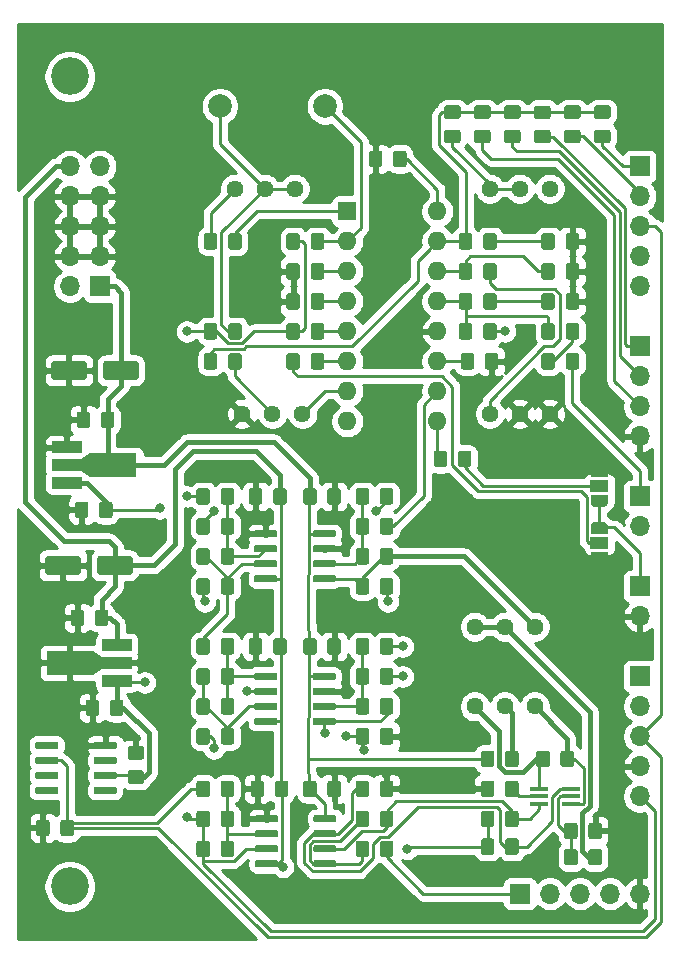
<source format=gbr>
G04 #@! TF.GenerationSoftware,KiCad,Pcbnew,5.1.5-52549c5~84~ubuntu18.04.1*
G04 #@! TF.CreationDate,2020-01-29T17:28:10-05:00*
G04 #@! TF.ProjectId,CEM3340_VCO,43454d33-3334-4305-9f56-434f2e6b6963,rev?*
G04 #@! TF.SameCoordinates,Original*
G04 #@! TF.FileFunction,Copper,L1,Top*
G04 #@! TF.FilePolarity,Positive*
%FSLAX46Y46*%
G04 Gerber Fmt 4.6, Leading zero omitted, Abs format (unit mm)*
G04 Created by KiCad (PCBNEW 5.1.5-52549c5~84~ubuntu18.04.1) date 2020-01-29 17:28:10*
%MOMM*%
%LPD*%
G04 APERTURE LIST*
%ADD10C,3.200000*%
%ADD11C,1.440000*%
%ADD12C,0.100000*%
%ADD13O,1.600000X1.600000*%
%ADD14R,1.600000X1.600000*%
%ADD15R,4.000000X2.000000*%
%ADD16R,2.500000X1.000000*%
%ADD17C,2.000000*%
%ADD18R,1.500000X1.000000*%
%ADD19O,1.700000X1.700000*%
%ADD20R,1.700000X1.700000*%
%ADD21R,1.500000X0.400000*%
%ADD22C,0.800000*%
%ADD23C,0.250000*%
%ADD24C,0.400000*%
%ADD25C,0.254000*%
G04 APERTURE END LIST*
D10*
X81280000Y-124460000D03*
X81280000Y-55880000D03*
D11*
X100965000Y-84455000D03*
X98425000Y-84455000D03*
X95885000Y-84455000D03*
G04 #@! TA.AperFunction,SMDPad,CuDef*
D12*
G36*
X119049005Y-120395704D02*
G01*
X119073273Y-120399304D01*
X119097072Y-120405265D01*
X119120171Y-120413530D01*
X119142350Y-120424020D01*
X119163393Y-120436632D01*
X119183099Y-120451247D01*
X119201277Y-120467723D01*
X119217753Y-120485901D01*
X119232368Y-120505607D01*
X119244980Y-120526650D01*
X119255470Y-120548829D01*
X119263735Y-120571928D01*
X119269696Y-120595727D01*
X119273296Y-120619995D01*
X119274500Y-120644499D01*
X119274500Y-121544501D01*
X119273296Y-121569005D01*
X119269696Y-121593273D01*
X119263735Y-121617072D01*
X119255470Y-121640171D01*
X119244980Y-121662350D01*
X119232368Y-121683393D01*
X119217753Y-121703099D01*
X119201277Y-121721277D01*
X119183099Y-121737753D01*
X119163393Y-121752368D01*
X119142350Y-121764980D01*
X119120171Y-121775470D01*
X119097072Y-121783735D01*
X119073273Y-121789696D01*
X119049005Y-121793296D01*
X119024501Y-121794500D01*
X118374499Y-121794500D01*
X118349995Y-121793296D01*
X118325727Y-121789696D01*
X118301928Y-121783735D01*
X118278829Y-121775470D01*
X118256650Y-121764980D01*
X118235607Y-121752368D01*
X118215901Y-121737753D01*
X118197723Y-121721277D01*
X118181247Y-121703099D01*
X118166632Y-121683393D01*
X118154020Y-121662350D01*
X118143530Y-121640171D01*
X118135265Y-121617072D01*
X118129304Y-121593273D01*
X118125704Y-121569005D01*
X118124500Y-121544501D01*
X118124500Y-120644499D01*
X118125704Y-120619995D01*
X118129304Y-120595727D01*
X118135265Y-120571928D01*
X118143530Y-120548829D01*
X118154020Y-120526650D01*
X118166632Y-120505607D01*
X118181247Y-120485901D01*
X118197723Y-120467723D01*
X118215901Y-120451247D01*
X118235607Y-120436632D01*
X118256650Y-120424020D01*
X118278829Y-120413530D01*
X118301928Y-120405265D01*
X118325727Y-120399304D01*
X118349995Y-120395704D01*
X118374499Y-120394500D01*
X119024501Y-120394500D01*
X119049005Y-120395704D01*
G37*
G04 #@! TD.AperFunction*
G04 #@! TA.AperFunction,SMDPad,CuDef*
G36*
X116999005Y-120395704D02*
G01*
X117023273Y-120399304D01*
X117047072Y-120405265D01*
X117070171Y-120413530D01*
X117092350Y-120424020D01*
X117113393Y-120436632D01*
X117133099Y-120451247D01*
X117151277Y-120467723D01*
X117167753Y-120485901D01*
X117182368Y-120505607D01*
X117194980Y-120526650D01*
X117205470Y-120548829D01*
X117213735Y-120571928D01*
X117219696Y-120595727D01*
X117223296Y-120619995D01*
X117224500Y-120644499D01*
X117224500Y-121544501D01*
X117223296Y-121569005D01*
X117219696Y-121593273D01*
X117213735Y-121617072D01*
X117205470Y-121640171D01*
X117194980Y-121662350D01*
X117182368Y-121683393D01*
X117167753Y-121703099D01*
X117151277Y-121721277D01*
X117133099Y-121737753D01*
X117113393Y-121752368D01*
X117092350Y-121764980D01*
X117070171Y-121775470D01*
X117047072Y-121783735D01*
X117023273Y-121789696D01*
X116999005Y-121793296D01*
X116974501Y-121794500D01*
X116324499Y-121794500D01*
X116299995Y-121793296D01*
X116275727Y-121789696D01*
X116251928Y-121783735D01*
X116228829Y-121775470D01*
X116206650Y-121764980D01*
X116185607Y-121752368D01*
X116165901Y-121737753D01*
X116147723Y-121721277D01*
X116131247Y-121703099D01*
X116116632Y-121683393D01*
X116104020Y-121662350D01*
X116093530Y-121640171D01*
X116085265Y-121617072D01*
X116079304Y-121593273D01*
X116075704Y-121569005D01*
X116074500Y-121544501D01*
X116074500Y-120644499D01*
X116075704Y-120619995D01*
X116079304Y-120595727D01*
X116085265Y-120571928D01*
X116093530Y-120548829D01*
X116104020Y-120526650D01*
X116116632Y-120505607D01*
X116131247Y-120485901D01*
X116147723Y-120467723D01*
X116165901Y-120451247D01*
X116185607Y-120436632D01*
X116206650Y-120424020D01*
X116228829Y-120413530D01*
X116251928Y-120405265D01*
X116275727Y-120399304D01*
X116299995Y-120395704D01*
X116324499Y-120394500D01*
X116974501Y-120394500D01*
X116999005Y-120395704D01*
G37*
G04 #@! TD.AperFunction*
G04 #@! TA.AperFunction,SMDPad,CuDef*
G36*
X124047505Y-119062204D02*
G01*
X124071773Y-119065804D01*
X124095572Y-119071765D01*
X124118671Y-119080030D01*
X124140850Y-119090520D01*
X124161893Y-119103132D01*
X124181599Y-119117747D01*
X124199777Y-119134223D01*
X124216253Y-119152401D01*
X124230868Y-119172107D01*
X124243480Y-119193150D01*
X124253970Y-119215329D01*
X124262235Y-119238428D01*
X124268196Y-119262227D01*
X124271796Y-119286495D01*
X124273000Y-119310999D01*
X124273000Y-120211001D01*
X124271796Y-120235505D01*
X124268196Y-120259773D01*
X124262235Y-120283572D01*
X124253970Y-120306671D01*
X124243480Y-120328850D01*
X124230868Y-120349893D01*
X124216253Y-120369599D01*
X124199777Y-120387777D01*
X124181599Y-120404253D01*
X124161893Y-120418868D01*
X124140850Y-120431480D01*
X124118671Y-120441970D01*
X124095572Y-120450235D01*
X124071773Y-120456196D01*
X124047505Y-120459796D01*
X124023001Y-120461000D01*
X123372999Y-120461000D01*
X123348495Y-120459796D01*
X123324227Y-120456196D01*
X123300428Y-120450235D01*
X123277329Y-120441970D01*
X123255150Y-120431480D01*
X123234107Y-120418868D01*
X123214401Y-120404253D01*
X123196223Y-120387777D01*
X123179747Y-120369599D01*
X123165132Y-120349893D01*
X123152520Y-120328850D01*
X123142030Y-120306671D01*
X123133765Y-120283572D01*
X123127804Y-120259773D01*
X123124204Y-120235505D01*
X123123000Y-120211001D01*
X123123000Y-119310999D01*
X123124204Y-119286495D01*
X123127804Y-119262227D01*
X123133765Y-119238428D01*
X123142030Y-119215329D01*
X123152520Y-119193150D01*
X123165132Y-119172107D01*
X123179747Y-119152401D01*
X123196223Y-119134223D01*
X123214401Y-119117747D01*
X123234107Y-119103132D01*
X123255150Y-119090520D01*
X123277329Y-119080030D01*
X123300428Y-119071765D01*
X123324227Y-119065804D01*
X123348495Y-119062204D01*
X123372999Y-119061000D01*
X124023001Y-119061000D01*
X124047505Y-119062204D01*
G37*
G04 #@! TD.AperFunction*
G04 #@! TA.AperFunction,SMDPad,CuDef*
G36*
X126097505Y-119062204D02*
G01*
X126121773Y-119065804D01*
X126145572Y-119071765D01*
X126168671Y-119080030D01*
X126190850Y-119090520D01*
X126211893Y-119103132D01*
X126231599Y-119117747D01*
X126249777Y-119134223D01*
X126266253Y-119152401D01*
X126280868Y-119172107D01*
X126293480Y-119193150D01*
X126303970Y-119215329D01*
X126312235Y-119238428D01*
X126318196Y-119262227D01*
X126321796Y-119286495D01*
X126323000Y-119310999D01*
X126323000Y-120211001D01*
X126321796Y-120235505D01*
X126318196Y-120259773D01*
X126312235Y-120283572D01*
X126303970Y-120306671D01*
X126293480Y-120328850D01*
X126280868Y-120349893D01*
X126266253Y-120369599D01*
X126249777Y-120387777D01*
X126231599Y-120404253D01*
X126211893Y-120418868D01*
X126190850Y-120431480D01*
X126168671Y-120441970D01*
X126145572Y-120450235D01*
X126121773Y-120456196D01*
X126097505Y-120459796D01*
X126073001Y-120461000D01*
X125422999Y-120461000D01*
X125398495Y-120459796D01*
X125374227Y-120456196D01*
X125350428Y-120450235D01*
X125327329Y-120441970D01*
X125305150Y-120431480D01*
X125284107Y-120418868D01*
X125264401Y-120404253D01*
X125246223Y-120387777D01*
X125229747Y-120369599D01*
X125215132Y-120349893D01*
X125202520Y-120328850D01*
X125192030Y-120306671D01*
X125183765Y-120283572D01*
X125177804Y-120259773D01*
X125174204Y-120235505D01*
X125173000Y-120211001D01*
X125173000Y-119310999D01*
X125174204Y-119286495D01*
X125177804Y-119262227D01*
X125183765Y-119238428D01*
X125192030Y-119215329D01*
X125202520Y-119193150D01*
X125215132Y-119172107D01*
X125229747Y-119152401D01*
X125246223Y-119134223D01*
X125264401Y-119117747D01*
X125284107Y-119103132D01*
X125305150Y-119090520D01*
X125327329Y-119080030D01*
X125350428Y-119071765D01*
X125374227Y-119065804D01*
X125398495Y-119062204D01*
X125422999Y-119061000D01*
X126073001Y-119061000D01*
X126097505Y-119062204D01*
G37*
G04 #@! TD.AperFunction*
G04 #@! TA.AperFunction,SMDPad,CuDef*
G36*
X126097505Y-121284704D02*
G01*
X126121773Y-121288304D01*
X126145572Y-121294265D01*
X126168671Y-121302530D01*
X126190850Y-121313020D01*
X126211893Y-121325632D01*
X126231599Y-121340247D01*
X126249777Y-121356723D01*
X126266253Y-121374901D01*
X126280868Y-121394607D01*
X126293480Y-121415650D01*
X126303970Y-121437829D01*
X126312235Y-121460928D01*
X126318196Y-121484727D01*
X126321796Y-121508995D01*
X126323000Y-121533499D01*
X126323000Y-122433501D01*
X126321796Y-122458005D01*
X126318196Y-122482273D01*
X126312235Y-122506072D01*
X126303970Y-122529171D01*
X126293480Y-122551350D01*
X126280868Y-122572393D01*
X126266253Y-122592099D01*
X126249777Y-122610277D01*
X126231599Y-122626753D01*
X126211893Y-122641368D01*
X126190850Y-122653980D01*
X126168671Y-122664470D01*
X126145572Y-122672735D01*
X126121773Y-122678696D01*
X126097505Y-122682296D01*
X126073001Y-122683500D01*
X125422999Y-122683500D01*
X125398495Y-122682296D01*
X125374227Y-122678696D01*
X125350428Y-122672735D01*
X125327329Y-122664470D01*
X125305150Y-122653980D01*
X125284107Y-122641368D01*
X125264401Y-122626753D01*
X125246223Y-122610277D01*
X125229747Y-122592099D01*
X125215132Y-122572393D01*
X125202520Y-122551350D01*
X125192030Y-122529171D01*
X125183765Y-122506072D01*
X125177804Y-122482273D01*
X125174204Y-122458005D01*
X125173000Y-122433501D01*
X125173000Y-121533499D01*
X125174204Y-121508995D01*
X125177804Y-121484727D01*
X125183765Y-121460928D01*
X125192030Y-121437829D01*
X125202520Y-121415650D01*
X125215132Y-121394607D01*
X125229747Y-121374901D01*
X125246223Y-121356723D01*
X125264401Y-121340247D01*
X125284107Y-121325632D01*
X125305150Y-121313020D01*
X125327329Y-121302530D01*
X125350428Y-121294265D01*
X125374227Y-121288304D01*
X125398495Y-121284704D01*
X125422999Y-121283500D01*
X126073001Y-121283500D01*
X126097505Y-121284704D01*
G37*
G04 #@! TD.AperFunction*
G04 #@! TA.AperFunction,SMDPad,CuDef*
G36*
X124047505Y-121284704D02*
G01*
X124071773Y-121288304D01*
X124095572Y-121294265D01*
X124118671Y-121302530D01*
X124140850Y-121313020D01*
X124161893Y-121325632D01*
X124181599Y-121340247D01*
X124199777Y-121356723D01*
X124216253Y-121374901D01*
X124230868Y-121394607D01*
X124243480Y-121415650D01*
X124253970Y-121437829D01*
X124262235Y-121460928D01*
X124268196Y-121484727D01*
X124271796Y-121508995D01*
X124273000Y-121533499D01*
X124273000Y-122433501D01*
X124271796Y-122458005D01*
X124268196Y-122482273D01*
X124262235Y-122506072D01*
X124253970Y-122529171D01*
X124243480Y-122551350D01*
X124230868Y-122572393D01*
X124216253Y-122592099D01*
X124199777Y-122610277D01*
X124181599Y-122626753D01*
X124161893Y-122641368D01*
X124140850Y-122653980D01*
X124118671Y-122664470D01*
X124095572Y-122672735D01*
X124071773Y-122678696D01*
X124047505Y-122682296D01*
X124023001Y-122683500D01*
X123372999Y-122683500D01*
X123348495Y-122682296D01*
X123324227Y-122678696D01*
X123300428Y-122672735D01*
X123277329Y-122664470D01*
X123255150Y-122653980D01*
X123234107Y-122641368D01*
X123214401Y-122626753D01*
X123196223Y-122610277D01*
X123179747Y-122592099D01*
X123165132Y-122572393D01*
X123152520Y-122551350D01*
X123142030Y-122529171D01*
X123133765Y-122506072D01*
X123127804Y-122482273D01*
X123124204Y-122458005D01*
X123123000Y-122433501D01*
X123123000Y-121533499D01*
X123124204Y-121508995D01*
X123127804Y-121484727D01*
X123133765Y-121460928D01*
X123142030Y-121437829D01*
X123152520Y-121415650D01*
X123165132Y-121394607D01*
X123179747Y-121374901D01*
X123196223Y-121356723D01*
X123214401Y-121340247D01*
X123234107Y-121325632D01*
X123255150Y-121313020D01*
X123277329Y-121302530D01*
X123300428Y-121294265D01*
X123324227Y-121288304D01*
X123348495Y-121284704D01*
X123372999Y-121283500D01*
X124023001Y-121283500D01*
X124047505Y-121284704D01*
G37*
G04 #@! TD.AperFunction*
D11*
X120650000Y-109220000D03*
X118110000Y-109220000D03*
X115570000Y-109220000D03*
D13*
X112395000Y-67310000D03*
X104775000Y-85090000D03*
X112395000Y-69850000D03*
X104775000Y-82550000D03*
X112395000Y-72390000D03*
X104775000Y-80010000D03*
X112395000Y-74930000D03*
X104775000Y-77470000D03*
X112395000Y-77470000D03*
X104775000Y-74930000D03*
X112395000Y-80010000D03*
X104775000Y-72390000D03*
X112395000Y-82550000D03*
X104775000Y-69850000D03*
X112395000Y-85090000D03*
D14*
X104775000Y-67310000D03*
G04 #@! TA.AperFunction,SMDPad,CuDef*
D12*
G36*
X80152703Y-116032722D02*
G01*
X80167264Y-116034882D01*
X80181543Y-116038459D01*
X80195403Y-116043418D01*
X80208710Y-116049712D01*
X80221336Y-116057280D01*
X80233159Y-116066048D01*
X80244066Y-116075934D01*
X80253952Y-116086841D01*
X80262720Y-116098664D01*
X80270288Y-116111290D01*
X80276582Y-116124597D01*
X80281541Y-116138457D01*
X80285118Y-116152736D01*
X80287278Y-116167297D01*
X80288000Y-116182000D01*
X80288000Y-116482000D01*
X80287278Y-116496703D01*
X80285118Y-116511264D01*
X80281541Y-116525543D01*
X80276582Y-116539403D01*
X80270288Y-116552710D01*
X80262720Y-116565336D01*
X80253952Y-116577159D01*
X80244066Y-116588066D01*
X80233159Y-116597952D01*
X80221336Y-116606720D01*
X80208710Y-116614288D01*
X80195403Y-116620582D01*
X80181543Y-116625541D01*
X80167264Y-116629118D01*
X80152703Y-116631278D01*
X80138000Y-116632000D01*
X78488000Y-116632000D01*
X78473297Y-116631278D01*
X78458736Y-116629118D01*
X78444457Y-116625541D01*
X78430597Y-116620582D01*
X78417290Y-116614288D01*
X78404664Y-116606720D01*
X78392841Y-116597952D01*
X78381934Y-116588066D01*
X78372048Y-116577159D01*
X78363280Y-116565336D01*
X78355712Y-116552710D01*
X78349418Y-116539403D01*
X78344459Y-116525543D01*
X78340882Y-116511264D01*
X78338722Y-116496703D01*
X78338000Y-116482000D01*
X78338000Y-116182000D01*
X78338722Y-116167297D01*
X78340882Y-116152736D01*
X78344459Y-116138457D01*
X78349418Y-116124597D01*
X78355712Y-116111290D01*
X78363280Y-116098664D01*
X78372048Y-116086841D01*
X78381934Y-116075934D01*
X78392841Y-116066048D01*
X78404664Y-116057280D01*
X78417290Y-116049712D01*
X78430597Y-116043418D01*
X78444457Y-116038459D01*
X78458736Y-116034882D01*
X78473297Y-116032722D01*
X78488000Y-116032000D01*
X80138000Y-116032000D01*
X80152703Y-116032722D01*
G37*
G04 #@! TD.AperFunction*
G04 #@! TA.AperFunction,SMDPad,CuDef*
G36*
X80152703Y-114762722D02*
G01*
X80167264Y-114764882D01*
X80181543Y-114768459D01*
X80195403Y-114773418D01*
X80208710Y-114779712D01*
X80221336Y-114787280D01*
X80233159Y-114796048D01*
X80244066Y-114805934D01*
X80253952Y-114816841D01*
X80262720Y-114828664D01*
X80270288Y-114841290D01*
X80276582Y-114854597D01*
X80281541Y-114868457D01*
X80285118Y-114882736D01*
X80287278Y-114897297D01*
X80288000Y-114912000D01*
X80288000Y-115212000D01*
X80287278Y-115226703D01*
X80285118Y-115241264D01*
X80281541Y-115255543D01*
X80276582Y-115269403D01*
X80270288Y-115282710D01*
X80262720Y-115295336D01*
X80253952Y-115307159D01*
X80244066Y-115318066D01*
X80233159Y-115327952D01*
X80221336Y-115336720D01*
X80208710Y-115344288D01*
X80195403Y-115350582D01*
X80181543Y-115355541D01*
X80167264Y-115359118D01*
X80152703Y-115361278D01*
X80138000Y-115362000D01*
X78488000Y-115362000D01*
X78473297Y-115361278D01*
X78458736Y-115359118D01*
X78444457Y-115355541D01*
X78430597Y-115350582D01*
X78417290Y-115344288D01*
X78404664Y-115336720D01*
X78392841Y-115327952D01*
X78381934Y-115318066D01*
X78372048Y-115307159D01*
X78363280Y-115295336D01*
X78355712Y-115282710D01*
X78349418Y-115269403D01*
X78344459Y-115255543D01*
X78340882Y-115241264D01*
X78338722Y-115226703D01*
X78338000Y-115212000D01*
X78338000Y-114912000D01*
X78338722Y-114897297D01*
X78340882Y-114882736D01*
X78344459Y-114868457D01*
X78349418Y-114854597D01*
X78355712Y-114841290D01*
X78363280Y-114828664D01*
X78372048Y-114816841D01*
X78381934Y-114805934D01*
X78392841Y-114796048D01*
X78404664Y-114787280D01*
X78417290Y-114779712D01*
X78430597Y-114773418D01*
X78444457Y-114768459D01*
X78458736Y-114764882D01*
X78473297Y-114762722D01*
X78488000Y-114762000D01*
X80138000Y-114762000D01*
X80152703Y-114762722D01*
G37*
G04 #@! TD.AperFunction*
G04 #@! TA.AperFunction,SMDPad,CuDef*
G36*
X80152703Y-113492722D02*
G01*
X80167264Y-113494882D01*
X80181543Y-113498459D01*
X80195403Y-113503418D01*
X80208710Y-113509712D01*
X80221336Y-113517280D01*
X80233159Y-113526048D01*
X80244066Y-113535934D01*
X80253952Y-113546841D01*
X80262720Y-113558664D01*
X80270288Y-113571290D01*
X80276582Y-113584597D01*
X80281541Y-113598457D01*
X80285118Y-113612736D01*
X80287278Y-113627297D01*
X80288000Y-113642000D01*
X80288000Y-113942000D01*
X80287278Y-113956703D01*
X80285118Y-113971264D01*
X80281541Y-113985543D01*
X80276582Y-113999403D01*
X80270288Y-114012710D01*
X80262720Y-114025336D01*
X80253952Y-114037159D01*
X80244066Y-114048066D01*
X80233159Y-114057952D01*
X80221336Y-114066720D01*
X80208710Y-114074288D01*
X80195403Y-114080582D01*
X80181543Y-114085541D01*
X80167264Y-114089118D01*
X80152703Y-114091278D01*
X80138000Y-114092000D01*
X78488000Y-114092000D01*
X78473297Y-114091278D01*
X78458736Y-114089118D01*
X78444457Y-114085541D01*
X78430597Y-114080582D01*
X78417290Y-114074288D01*
X78404664Y-114066720D01*
X78392841Y-114057952D01*
X78381934Y-114048066D01*
X78372048Y-114037159D01*
X78363280Y-114025336D01*
X78355712Y-114012710D01*
X78349418Y-113999403D01*
X78344459Y-113985543D01*
X78340882Y-113971264D01*
X78338722Y-113956703D01*
X78338000Y-113942000D01*
X78338000Y-113642000D01*
X78338722Y-113627297D01*
X78340882Y-113612736D01*
X78344459Y-113598457D01*
X78349418Y-113584597D01*
X78355712Y-113571290D01*
X78363280Y-113558664D01*
X78372048Y-113546841D01*
X78381934Y-113535934D01*
X78392841Y-113526048D01*
X78404664Y-113517280D01*
X78417290Y-113509712D01*
X78430597Y-113503418D01*
X78444457Y-113498459D01*
X78458736Y-113494882D01*
X78473297Y-113492722D01*
X78488000Y-113492000D01*
X80138000Y-113492000D01*
X80152703Y-113492722D01*
G37*
G04 #@! TD.AperFunction*
G04 #@! TA.AperFunction,SMDPad,CuDef*
G36*
X80152703Y-112222722D02*
G01*
X80167264Y-112224882D01*
X80181543Y-112228459D01*
X80195403Y-112233418D01*
X80208710Y-112239712D01*
X80221336Y-112247280D01*
X80233159Y-112256048D01*
X80244066Y-112265934D01*
X80253952Y-112276841D01*
X80262720Y-112288664D01*
X80270288Y-112301290D01*
X80276582Y-112314597D01*
X80281541Y-112328457D01*
X80285118Y-112342736D01*
X80287278Y-112357297D01*
X80288000Y-112372000D01*
X80288000Y-112672000D01*
X80287278Y-112686703D01*
X80285118Y-112701264D01*
X80281541Y-112715543D01*
X80276582Y-112729403D01*
X80270288Y-112742710D01*
X80262720Y-112755336D01*
X80253952Y-112767159D01*
X80244066Y-112778066D01*
X80233159Y-112787952D01*
X80221336Y-112796720D01*
X80208710Y-112804288D01*
X80195403Y-112810582D01*
X80181543Y-112815541D01*
X80167264Y-112819118D01*
X80152703Y-112821278D01*
X80138000Y-112822000D01*
X78488000Y-112822000D01*
X78473297Y-112821278D01*
X78458736Y-112819118D01*
X78444457Y-112815541D01*
X78430597Y-112810582D01*
X78417290Y-112804288D01*
X78404664Y-112796720D01*
X78392841Y-112787952D01*
X78381934Y-112778066D01*
X78372048Y-112767159D01*
X78363280Y-112755336D01*
X78355712Y-112742710D01*
X78349418Y-112729403D01*
X78344459Y-112715543D01*
X78340882Y-112701264D01*
X78338722Y-112686703D01*
X78338000Y-112672000D01*
X78338000Y-112372000D01*
X78338722Y-112357297D01*
X78340882Y-112342736D01*
X78344459Y-112328457D01*
X78349418Y-112314597D01*
X78355712Y-112301290D01*
X78363280Y-112288664D01*
X78372048Y-112276841D01*
X78381934Y-112265934D01*
X78392841Y-112256048D01*
X78404664Y-112247280D01*
X78417290Y-112239712D01*
X78430597Y-112233418D01*
X78444457Y-112228459D01*
X78458736Y-112224882D01*
X78473297Y-112222722D01*
X78488000Y-112222000D01*
X80138000Y-112222000D01*
X80152703Y-112222722D01*
G37*
G04 #@! TD.AperFunction*
G04 #@! TA.AperFunction,SMDPad,CuDef*
G36*
X85102703Y-112222722D02*
G01*
X85117264Y-112224882D01*
X85131543Y-112228459D01*
X85145403Y-112233418D01*
X85158710Y-112239712D01*
X85171336Y-112247280D01*
X85183159Y-112256048D01*
X85194066Y-112265934D01*
X85203952Y-112276841D01*
X85212720Y-112288664D01*
X85220288Y-112301290D01*
X85226582Y-112314597D01*
X85231541Y-112328457D01*
X85235118Y-112342736D01*
X85237278Y-112357297D01*
X85238000Y-112372000D01*
X85238000Y-112672000D01*
X85237278Y-112686703D01*
X85235118Y-112701264D01*
X85231541Y-112715543D01*
X85226582Y-112729403D01*
X85220288Y-112742710D01*
X85212720Y-112755336D01*
X85203952Y-112767159D01*
X85194066Y-112778066D01*
X85183159Y-112787952D01*
X85171336Y-112796720D01*
X85158710Y-112804288D01*
X85145403Y-112810582D01*
X85131543Y-112815541D01*
X85117264Y-112819118D01*
X85102703Y-112821278D01*
X85088000Y-112822000D01*
X83438000Y-112822000D01*
X83423297Y-112821278D01*
X83408736Y-112819118D01*
X83394457Y-112815541D01*
X83380597Y-112810582D01*
X83367290Y-112804288D01*
X83354664Y-112796720D01*
X83342841Y-112787952D01*
X83331934Y-112778066D01*
X83322048Y-112767159D01*
X83313280Y-112755336D01*
X83305712Y-112742710D01*
X83299418Y-112729403D01*
X83294459Y-112715543D01*
X83290882Y-112701264D01*
X83288722Y-112686703D01*
X83288000Y-112672000D01*
X83288000Y-112372000D01*
X83288722Y-112357297D01*
X83290882Y-112342736D01*
X83294459Y-112328457D01*
X83299418Y-112314597D01*
X83305712Y-112301290D01*
X83313280Y-112288664D01*
X83322048Y-112276841D01*
X83331934Y-112265934D01*
X83342841Y-112256048D01*
X83354664Y-112247280D01*
X83367290Y-112239712D01*
X83380597Y-112233418D01*
X83394457Y-112228459D01*
X83408736Y-112224882D01*
X83423297Y-112222722D01*
X83438000Y-112222000D01*
X85088000Y-112222000D01*
X85102703Y-112222722D01*
G37*
G04 #@! TD.AperFunction*
G04 #@! TA.AperFunction,SMDPad,CuDef*
G36*
X85102703Y-113492722D02*
G01*
X85117264Y-113494882D01*
X85131543Y-113498459D01*
X85145403Y-113503418D01*
X85158710Y-113509712D01*
X85171336Y-113517280D01*
X85183159Y-113526048D01*
X85194066Y-113535934D01*
X85203952Y-113546841D01*
X85212720Y-113558664D01*
X85220288Y-113571290D01*
X85226582Y-113584597D01*
X85231541Y-113598457D01*
X85235118Y-113612736D01*
X85237278Y-113627297D01*
X85238000Y-113642000D01*
X85238000Y-113942000D01*
X85237278Y-113956703D01*
X85235118Y-113971264D01*
X85231541Y-113985543D01*
X85226582Y-113999403D01*
X85220288Y-114012710D01*
X85212720Y-114025336D01*
X85203952Y-114037159D01*
X85194066Y-114048066D01*
X85183159Y-114057952D01*
X85171336Y-114066720D01*
X85158710Y-114074288D01*
X85145403Y-114080582D01*
X85131543Y-114085541D01*
X85117264Y-114089118D01*
X85102703Y-114091278D01*
X85088000Y-114092000D01*
X83438000Y-114092000D01*
X83423297Y-114091278D01*
X83408736Y-114089118D01*
X83394457Y-114085541D01*
X83380597Y-114080582D01*
X83367290Y-114074288D01*
X83354664Y-114066720D01*
X83342841Y-114057952D01*
X83331934Y-114048066D01*
X83322048Y-114037159D01*
X83313280Y-114025336D01*
X83305712Y-114012710D01*
X83299418Y-113999403D01*
X83294459Y-113985543D01*
X83290882Y-113971264D01*
X83288722Y-113956703D01*
X83288000Y-113942000D01*
X83288000Y-113642000D01*
X83288722Y-113627297D01*
X83290882Y-113612736D01*
X83294459Y-113598457D01*
X83299418Y-113584597D01*
X83305712Y-113571290D01*
X83313280Y-113558664D01*
X83322048Y-113546841D01*
X83331934Y-113535934D01*
X83342841Y-113526048D01*
X83354664Y-113517280D01*
X83367290Y-113509712D01*
X83380597Y-113503418D01*
X83394457Y-113498459D01*
X83408736Y-113494882D01*
X83423297Y-113492722D01*
X83438000Y-113492000D01*
X85088000Y-113492000D01*
X85102703Y-113492722D01*
G37*
G04 #@! TD.AperFunction*
G04 #@! TA.AperFunction,SMDPad,CuDef*
G36*
X85102703Y-114762722D02*
G01*
X85117264Y-114764882D01*
X85131543Y-114768459D01*
X85145403Y-114773418D01*
X85158710Y-114779712D01*
X85171336Y-114787280D01*
X85183159Y-114796048D01*
X85194066Y-114805934D01*
X85203952Y-114816841D01*
X85212720Y-114828664D01*
X85220288Y-114841290D01*
X85226582Y-114854597D01*
X85231541Y-114868457D01*
X85235118Y-114882736D01*
X85237278Y-114897297D01*
X85238000Y-114912000D01*
X85238000Y-115212000D01*
X85237278Y-115226703D01*
X85235118Y-115241264D01*
X85231541Y-115255543D01*
X85226582Y-115269403D01*
X85220288Y-115282710D01*
X85212720Y-115295336D01*
X85203952Y-115307159D01*
X85194066Y-115318066D01*
X85183159Y-115327952D01*
X85171336Y-115336720D01*
X85158710Y-115344288D01*
X85145403Y-115350582D01*
X85131543Y-115355541D01*
X85117264Y-115359118D01*
X85102703Y-115361278D01*
X85088000Y-115362000D01*
X83438000Y-115362000D01*
X83423297Y-115361278D01*
X83408736Y-115359118D01*
X83394457Y-115355541D01*
X83380597Y-115350582D01*
X83367290Y-115344288D01*
X83354664Y-115336720D01*
X83342841Y-115327952D01*
X83331934Y-115318066D01*
X83322048Y-115307159D01*
X83313280Y-115295336D01*
X83305712Y-115282710D01*
X83299418Y-115269403D01*
X83294459Y-115255543D01*
X83290882Y-115241264D01*
X83288722Y-115226703D01*
X83288000Y-115212000D01*
X83288000Y-114912000D01*
X83288722Y-114897297D01*
X83290882Y-114882736D01*
X83294459Y-114868457D01*
X83299418Y-114854597D01*
X83305712Y-114841290D01*
X83313280Y-114828664D01*
X83322048Y-114816841D01*
X83331934Y-114805934D01*
X83342841Y-114796048D01*
X83354664Y-114787280D01*
X83367290Y-114779712D01*
X83380597Y-114773418D01*
X83394457Y-114768459D01*
X83408736Y-114764882D01*
X83423297Y-114762722D01*
X83438000Y-114762000D01*
X85088000Y-114762000D01*
X85102703Y-114762722D01*
G37*
G04 #@! TD.AperFunction*
G04 #@! TA.AperFunction,SMDPad,CuDef*
G36*
X85102703Y-116032722D02*
G01*
X85117264Y-116034882D01*
X85131543Y-116038459D01*
X85145403Y-116043418D01*
X85158710Y-116049712D01*
X85171336Y-116057280D01*
X85183159Y-116066048D01*
X85194066Y-116075934D01*
X85203952Y-116086841D01*
X85212720Y-116098664D01*
X85220288Y-116111290D01*
X85226582Y-116124597D01*
X85231541Y-116138457D01*
X85235118Y-116152736D01*
X85237278Y-116167297D01*
X85238000Y-116182000D01*
X85238000Y-116482000D01*
X85237278Y-116496703D01*
X85235118Y-116511264D01*
X85231541Y-116525543D01*
X85226582Y-116539403D01*
X85220288Y-116552710D01*
X85212720Y-116565336D01*
X85203952Y-116577159D01*
X85194066Y-116588066D01*
X85183159Y-116597952D01*
X85171336Y-116606720D01*
X85158710Y-116614288D01*
X85145403Y-116620582D01*
X85131543Y-116625541D01*
X85117264Y-116629118D01*
X85102703Y-116631278D01*
X85088000Y-116632000D01*
X83438000Y-116632000D01*
X83423297Y-116631278D01*
X83408736Y-116629118D01*
X83394457Y-116625541D01*
X83380597Y-116620582D01*
X83367290Y-116614288D01*
X83354664Y-116606720D01*
X83342841Y-116597952D01*
X83331934Y-116588066D01*
X83322048Y-116577159D01*
X83313280Y-116565336D01*
X83305712Y-116552710D01*
X83299418Y-116539403D01*
X83294459Y-116525543D01*
X83290882Y-116511264D01*
X83288722Y-116496703D01*
X83288000Y-116482000D01*
X83288000Y-116182000D01*
X83288722Y-116167297D01*
X83290882Y-116152736D01*
X83294459Y-116138457D01*
X83299418Y-116124597D01*
X83305712Y-116111290D01*
X83313280Y-116098664D01*
X83322048Y-116086841D01*
X83331934Y-116075934D01*
X83342841Y-116066048D01*
X83354664Y-116057280D01*
X83367290Y-116049712D01*
X83380597Y-116043418D01*
X83394457Y-116038459D01*
X83408736Y-116034882D01*
X83423297Y-116032722D01*
X83438000Y-116032000D01*
X85088000Y-116032000D01*
X85102703Y-116032722D01*
G37*
G04 #@! TD.AperFunction*
G04 #@! TA.AperFunction,SMDPad,CuDef*
G36*
X82988000Y-89773000D02*
G01*
X82238000Y-89273000D01*
X82238000Y-88273000D01*
X82988000Y-87773000D01*
X82988000Y-89773000D01*
G37*
G04 #@! TD.AperFunction*
D15*
X84963000Y-88773000D03*
D16*
X81003000Y-90273000D03*
X81003000Y-88773000D03*
X81003000Y-87273000D03*
G04 #@! TA.AperFunction,SMDPad,CuDef*
D12*
G36*
X83255000Y-104537000D02*
G01*
X84005000Y-105037000D01*
X84005000Y-106037000D01*
X83255000Y-106537000D01*
X83255000Y-104537000D01*
G37*
G04 #@! TD.AperFunction*
D15*
X81280000Y-105537000D03*
D16*
X85240000Y-104037000D03*
X85240000Y-105537000D03*
X85240000Y-107037000D03*
D17*
X102870000Y-58420000D03*
X93980000Y-58420000D03*
D11*
X120650000Y-102489000D03*
X118110000Y-102489000D03*
X115570000Y-102489000D03*
X116840000Y-84455000D03*
X119380000Y-84455000D03*
X121920000Y-84455000D03*
X121920000Y-65405000D03*
X119380000Y-65405000D03*
X116840000Y-65405000D03*
X95250000Y-65405000D03*
X97790000Y-65405000D03*
X100330000Y-65405000D03*
G04 #@! TA.AperFunction,SMDPad,CuDef*
D12*
G36*
X108444505Y-111061204D02*
G01*
X108468773Y-111064804D01*
X108492572Y-111070765D01*
X108515671Y-111079030D01*
X108537850Y-111089520D01*
X108558893Y-111102132D01*
X108578599Y-111116747D01*
X108596777Y-111133223D01*
X108613253Y-111151401D01*
X108627868Y-111171107D01*
X108640480Y-111192150D01*
X108650970Y-111214329D01*
X108659235Y-111237428D01*
X108665196Y-111261227D01*
X108668796Y-111285495D01*
X108670000Y-111309999D01*
X108670000Y-112210001D01*
X108668796Y-112234505D01*
X108665196Y-112258773D01*
X108659235Y-112282572D01*
X108650970Y-112305671D01*
X108640480Y-112327850D01*
X108627868Y-112348893D01*
X108613253Y-112368599D01*
X108596777Y-112386777D01*
X108578599Y-112403253D01*
X108558893Y-112417868D01*
X108537850Y-112430480D01*
X108515671Y-112440970D01*
X108492572Y-112449235D01*
X108468773Y-112455196D01*
X108444505Y-112458796D01*
X108420001Y-112460000D01*
X107769999Y-112460000D01*
X107745495Y-112458796D01*
X107721227Y-112455196D01*
X107697428Y-112449235D01*
X107674329Y-112440970D01*
X107652150Y-112430480D01*
X107631107Y-112417868D01*
X107611401Y-112403253D01*
X107593223Y-112386777D01*
X107576747Y-112368599D01*
X107562132Y-112348893D01*
X107549520Y-112327850D01*
X107539030Y-112305671D01*
X107530765Y-112282572D01*
X107524804Y-112258773D01*
X107521204Y-112234505D01*
X107520000Y-112210001D01*
X107520000Y-111309999D01*
X107521204Y-111285495D01*
X107524804Y-111261227D01*
X107530765Y-111237428D01*
X107539030Y-111214329D01*
X107549520Y-111192150D01*
X107562132Y-111171107D01*
X107576747Y-111151401D01*
X107593223Y-111133223D01*
X107611401Y-111116747D01*
X107631107Y-111102132D01*
X107652150Y-111089520D01*
X107674329Y-111079030D01*
X107697428Y-111070765D01*
X107721227Y-111064804D01*
X107745495Y-111061204D01*
X107769999Y-111060000D01*
X108420001Y-111060000D01*
X108444505Y-111061204D01*
G37*
G04 #@! TD.AperFunction*
G04 #@! TA.AperFunction,SMDPad,CuDef*
G36*
X106394505Y-111061204D02*
G01*
X106418773Y-111064804D01*
X106442572Y-111070765D01*
X106465671Y-111079030D01*
X106487850Y-111089520D01*
X106508893Y-111102132D01*
X106528599Y-111116747D01*
X106546777Y-111133223D01*
X106563253Y-111151401D01*
X106577868Y-111171107D01*
X106590480Y-111192150D01*
X106600970Y-111214329D01*
X106609235Y-111237428D01*
X106615196Y-111261227D01*
X106618796Y-111285495D01*
X106620000Y-111309999D01*
X106620000Y-112210001D01*
X106618796Y-112234505D01*
X106615196Y-112258773D01*
X106609235Y-112282572D01*
X106600970Y-112305671D01*
X106590480Y-112327850D01*
X106577868Y-112348893D01*
X106563253Y-112368599D01*
X106546777Y-112386777D01*
X106528599Y-112403253D01*
X106508893Y-112417868D01*
X106487850Y-112430480D01*
X106465671Y-112440970D01*
X106442572Y-112449235D01*
X106418773Y-112455196D01*
X106394505Y-112458796D01*
X106370001Y-112460000D01*
X105719999Y-112460000D01*
X105695495Y-112458796D01*
X105671227Y-112455196D01*
X105647428Y-112449235D01*
X105624329Y-112440970D01*
X105602150Y-112430480D01*
X105581107Y-112417868D01*
X105561401Y-112403253D01*
X105543223Y-112386777D01*
X105526747Y-112368599D01*
X105512132Y-112348893D01*
X105499520Y-112327850D01*
X105489030Y-112305671D01*
X105480765Y-112282572D01*
X105474804Y-112258773D01*
X105471204Y-112234505D01*
X105470000Y-112210001D01*
X105470000Y-111309999D01*
X105471204Y-111285495D01*
X105474804Y-111261227D01*
X105480765Y-111237428D01*
X105489030Y-111214329D01*
X105499520Y-111192150D01*
X105512132Y-111171107D01*
X105526747Y-111151401D01*
X105543223Y-111133223D01*
X105561401Y-111116747D01*
X105581107Y-111102132D01*
X105602150Y-111089520D01*
X105624329Y-111079030D01*
X105647428Y-111070765D01*
X105671227Y-111064804D01*
X105695495Y-111061204D01*
X105719999Y-111060000D01*
X106370001Y-111060000D01*
X106394505Y-111061204D01*
G37*
G04 #@! TD.AperFunction*
G04 #@! TA.AperFunction,SMDPad,CuDef*
G36*
X94964505Y-98361204D02*
G01*
X94988773Y-98364804D01*
X95012572Y-98370765D01*
X95035671Y-98379030D01*
X95057850Y-98389520D01*
X95078893Y-98402132D01*
X95098599Y-98416747D01*
X95116777Y-98433223D01*
X95133253Y-98451401D01*
X95147868Y-98471107D01*
X95160480Y-98492150D01*
X95170970Y-98514329D01*
X95179235Y-98537428D01*
X95185196Y-98561227D01*
X95188796Y-98585495D01*
X95190000Y-98609999D01*
X95190000Y-99510001D01*
X95188796Y-99534505D01*
X95185196Y-99558773D01*
X95179235Y-99582572D01*
X95170970Y-99605671D01*
X95160480Y-99627850D01*
X95147868Y-99648893D01*
X95133253Y-99668599D01*
X95116777Y-99686777D01*
X95098599Y-99703253D01*
X95078893Y-99717868D01*
X95057850Y-99730480D01*
X95035671Y-99740970D01*
X95012572Y-99749235D01*
X94988773Y-99755196D01*
X94964505Y-99758796D01*
X94940001Y-99760000D01*
X94289999Y-99760000D01*
X94265495Y-99758796D01*
X94241227Y-99755196D01*
X94217428Y-99749235D01*
X94194329Y-99740970D01*
X94172150Y-99730480D01*
X94151107Y-99717868D01*
X94131401Y-99703253D01*
X94113223Y-99686777D01*
X94096747Y-99668599D01*
X94082132Y-99648893D01*
X94069520Y-99627850D01*
X94059030Y-99605671D01*
X94050765Y-99582572D01*
X94044804Y-99558773D01*
X94041204Y-99534505D01*
X94040000Y-99510001D01*
X94040000Y-98609999D01*
X94041204Y-98585495D01*
X94044804Y-98561227D01*
X94050765Y-98537428D01*
X94059030Y-98514329D01*
X94069520Y-98492150D01*
X94082132Y-98471107D01*
X94096747Y-98451401D01*
X94113223Y-98433223D01*
X94131401Y-98416747D01*
X94151107Y-98402132D01*
X94172150Y-98389520D01*
X94194329Y-98379030D01*
X94217428Y-98370765D01*
X94241227Y-98364804D01*
X94265495Y-98361204D01*
X94289999Y-98360000D01*
X94940001Y-98360000D01*
X94964505Y-98361204D01*
G37*
G04 #@! TD.AperFunction*
G04 #@! TA.AperFunction,SMDPad,CuDef*
G36*
X92914505Y-98361204D02*
G01*
X92938773Y-98364804D01*
X92962572Y-98370765D01*
X92985671Y-98379030D01*
X93007850Y-98389520D01*
X93028893Y-98402132D01*
X93048599Y-98416747D01*
X93066777Y-98433223D01*
X93083253Y-98451401D01*
X93097868Y-98471107D01*
X93110480Y-98492150D01*
X93120970Y-98514329D01*
X93129235Y-98537428D01*
X93135196Y-98561227D01*
X93138796Y-98585495D01*
X93140000Y-98609999D01*
X93140000Y-99510001D01*
X93138796Y-99534505D01*
X93135196Y-99558773D01*
X93129235Y-99582572D01*
X93120970Y-99605671D01*
X93110480Y-99627850D01*
X93097868Y-99648893D01*
X93083253Y-99668599D01*
X93066777Y-99686777D01*
X93048599Y-99703253D01*
X93028893Y-99717868D01*
X93007850Y-99730480D01*
X92985671Y-99740970D01*
X92962572Y-99749235D01*
X92938773Y-99755196D01*
X92914505Y-99758796D01*
X92890001Y-99760000D01*
X92239999Y-99760000D01*
X92215495Y-99758796D01*
X92191227Y-99755196D01*
X92167428Y-99749235D01*
X92144329Y-99740970D01*
X92122150Y-99730480D01*
X92101107Y-99717868D01*
X92081401Y-99703253D01*
X92063223Y-99686777D01*
X92046747Y-99668599D01*
X92032132Y-99648893D01*
X92019520Y-99627850D01*
X92009030Y-99605671D01*
X92000765Y-99582572D01*
X91994804Y-99558773D01*
X91991204Y-99534505D01*
X91990000Y-99510001D01*
X91990000Y-98609999D01*
X91991204Y-98585495D01*
X91994804Y-98561227D01*
X92000765Y-98537428D01*
X92009030Y-98514329D01*
X92019520Y-98492150D01*
X92032132Y-98471107D01*
X92046747Y-98451401D01*
X92063223Y-98433223D01*
X92081401Y-98416747D01*
X92101107Y-98402132D01*
X92122150Y-98389520D01*
X92144329Y-98379030D01*
X92167428Y-98370765D01*
X92191227Y-98364804D01*
X92215495Y-98361204D01*
X92239999Y-98360000D01*
X92890001Y-98360000D01*
X92914505Y-98361204D01*
G37*
G04 #@! TD.AperFunction*
G04 #@! TA.AperFunction,SMDPad,CuDef*
G36*
X106394505Y-98361204D02*
G01*
X106418773Y-98364804D01*
X106442572Y-98370765D01*
X106465671Y-98379030D01*
X106487850Y-98389520D01*
X106508893Y-98402132D01*
X106528599Y-98416747D01*
X106546777Y-98433223D01*
X106563253Y-98451401D01*
X106577868Y-98471107D01*
X106590480Y-98492150D01*
X106600970Y-98514329D01*
X106609235Y-98537428D01*
X106615196Y-98561227D01*
X106618796Y-98585495D01*
X106620000Y-98609999D01*
X106620000Y-99510001D01*
X106618796Y-99534505D01*
X106615196Y-99558773D01*
X106609235Y-99582572D01*
X106600970Y-99605671D01*
X106590480Y-99627850D01*
X106577868Y-99648893D01*
X106563253Y-99668599D01*
X106546777Y-99686777D01*
X106528599Y-99703253D01*
X106508893Y-99717868D01*
X106487850Y-99730480D01*
X106465671Y-99740970D01*
X106442572Y-99749235D01*
X106418773Y-99755196D01*
X106394505Y-99758796D01*
X106370001Y-99760000D01*
X105719999Y-99760000D01*
X105695495Y-99758796D01*
X105671227Y-99755196D01*
X105647428Y-99749235D01*
X105624329Y-99740970D01*
X105602150Y-99730480D01*
X105581107Y-99717868D01*
X105561401Y-99703253D01*
X105543223Y-99686777D01*
X105526747Y-99668599D01*
X105512132Y-99648893D01*
X105499520Y-99627850D01*
X105489030Y-99605671D01*
X105480765Y-99582572D01*
X105474804Y-99558773D01*
X105471204Y-99534505D01*
X105470000Y-99510001D01*
X105470000Y-98609999D01*
X105471204Y-98585495D01*
X105474804Y-98561227D01*
X105480765Y-98537428D01*
X105489030Y-98514329D01*
X105499520Y-98492150D01*
X105512132Y-98471107D01*
X105526747Y-98451401D01*
X105543223Y-98433223D01*
X105561401Y-98416747D01*
X105581107Y-98402132D01*
X105602150Y-98389520D01*
X105624329Y-98379030D01*
X105647428Y-98370765D01*
X105671227Y-98364804D01*
X105695495Y-98361204D01*
X105719999Y-98360000D01*
X106370001Y-98360000D01*
X106394505Y-98361204D01*
G37*
G04 #@! TD.AperFunction*
G04 #@! TA.AperFunction,SMDPad,CuDef*
G36*
X108444505Y-98361204D02*
G01*
X108468773Y-98364804D01*
X108492572Y-98370765D01*
X108515671Y-98379030D01*
X108537850Y-98389520D01*
X108558893Y-98402132D01*
X108578599Y-98416747D01*
X108596777Y-98433223D01*
X108613253Y-98451401D01*
X108627868Y-98471107D01*
X108640480Y-98492150D01*
X108650970Y-98514329D01*
X108659235Y-98537428D01*
X108665196Y-98561227D01*
X108668796Y-98585495D01*
X108670000Y-98609999D01*
X108670000Y-99510001D01*
X108668796Y-99534505D01*
X108665196Y-99558773D01*
X108659235Y-99582572D01*
X108650970Y-99605671D01*
X108640480Y-99627850D01*
X108627868Y-99648893D01*
X108613253Y-99668599D01*
X108596777Y-99686777D01*
X108578599Y-99703253D01*
X108558893Y-99717868D01*
X108537850Y-99730480D01*
X108515671Y-99740970D01*
X108492572Y-99749235D01*
X108468773Y-99755196D01*
X108444505Y-99758796D01*
X108420001Y-99760000D01*
X107769999Y-99760000D01*
X107745495Y-99758796D01*
X107721227Y-99755196D01*
X107697428Y-99749235D01*
X107674329Y-99740970D01*
X107652150Y-99730480D01*
X107631107Y-99717868D01*
X107611401Y-99703253D01*
X107593223Y-99686777D01*
X107576747Y-99668599D01*
X107562132Y-99648893D01*
X107549520Y-99627850D01*
X107539030Y-99605671D01*
X107530765Y-99582572D01*
X107524804Y-99558773D01*
X107521204Y-99534505D01*
X107520000Y-99510001D01*
X107520000Y-98609999D01*
X107521204Y-98585495D01*
X107524804Y-98561227D01*
X107530765Y-98537428D01*
X107539030Y-98514329D01*
X107549520Y-98492150D01*
X107562132Y-98471107D01*
X107576747Y-98451401D01*
X107593223Y-98433223D01*
X107611401Y-98416747D01*
X107631107Y-98402132D01*
X107652150Y-98389520D01*
X107674329Y-98379030D01*
X107697428Y-98370765D01*
X107721227Y-98364804D01*
X107745495Y-98361204D01*
X107769999Y-98360000D01*
X108420001Y-98360000D01*
X108444505Y-98361204D01*
G37*
G04 #@! TD.AperFunction*
G04 #@! TA.AperFunction,SMDPad,CuDef*
G36*
X106394505Y-120586204D02*
G01*
X106418773Y-120589804D01*
X106442572Y-120595765D01*
X106465671Y-120604030D01*
X106487850Y-120614520D01*
X106508893Y-120627132D01*
X106528599Y-120641747D01*
X106546777Y-120658223D01*
X106563253Y-120676401D01*
X106577868Y-120696107D01*
X106590480Y-120717150D01*
X106600970Y-120739329D01*
X106609235Y-120762428D01*
X106615196Y-120786227D01*
X106618796Y-120810495D01*
X106620000Y-120834999D01*
X106620000Y-121735001D01*
X106618796Y-121759505D01*
X106615196Y-121783773D01*
X106609235Y-121807572D01*
X106600970Y-121830671D01*
X106590480Y-121852850D01*
X106577868Y-121873893D01*
X106563253Y-121893599D01*
X106546777Y-121911777D01*
X106528599Y-121928253D01*
X106508893Y-121942868D01*
X106487850Y-121955480D01*
X106465671Y-121965970D01*
X106442572Y-121974235D01*
X106418773Y-121980196D01*
X106394505Y-121983796D01*
X106370001Y-121985000D01*
X105719999Y-121985000D01*
X105695495Y-121983796D01*
X105671227Y-121980196D01*
X105647428Y-121974235D01*
X105624329Y-121965970D01*
X105602150Y-121955480D01*
X105581107Y-121942868D01*
X105561401Y-121928253D01*
X105543223Y-121911777D01*
X105526747Y-121893599D01*
X105512132Y-121873893D01*
X105499520Y-121852850D01*
X105489030Y-121830671D01*
X105480765Y-121807572D01*
X105474804Y-121783773D01*
X105471204Y-121759505D01*
X105470000Y-121735001D01*
X105470000Y-120834999D01*
X105471204Y-120810495D01*
X105474804Y-120786227D01*
X105480765Y-120762428D01*
X105489030Y-120739329D01*
X105499520Y-120717150D01*
X105512132Y-120696107D01*
X105526747Y-120676401D01*
X105543223Y-120658223D01*
X105561401Y-120641747D01*
X105581107Y-120627132D01*
X105602150Y-120614520D01*
X105624329Y-120604030D01*
X105647428Y-120595765D01*
X105671227Y-120589804D01*
X105695495Y-120586204D01*
X105719999Y-120585000D01*
X106370001Y-120585000D01*
X106394505Y-120586204D01*
G37*
G04 #@! TD.AperFunction*
G04 #@! TA.AperFunction,SMDPad,CuDef*
G36*
X108444505Y-120586204D02*
G01*
X108468773Y-120589804D01*
X108492572Y-120595765D01*
X108515671Y-120604030D01*
X108537850Y-120614520D01*
X108558893Y-120627132D01*
X108578599Y-120641747D01*
X108596777Y-120658223D01*
X108613253Y-120676401D01*
X108627868Y-120696107D01*
X108640480Y-120717150D01*
X108650970Y-120739329D01*
X108659235Y-120762428D01*
X108665196Y-120786227D01*
X108668796Y-120810495D01*
X108670000Y-120834999D01*
X108670000Y-121735001D01*
X108668796Y-121759505D01*
X108665196Y-121783773D01*
X108659235Y-121807572D01*
X108650970Y-121830671D01*
X108640480Y-121852850D01*
X108627868Y-121873893D01*
X108613253Y-121893599D01*
X108596777Y-121911777D01*
X108578599Y-121928253D01*
X108558893Y-121942868D01*
X108537850Y-121955480D01*
X108515671Y-121965970D01*
X108492572Y-121974235D01*
X108468773Y-121980196D01*
X108444505Y-121983796D01*
X108420001Y-121985000D01*
X107769999Y-121985000D01*
X107745495Y-121983796D01*
X107721227Y-121980196D01*
X107697428Y-121974235D01*
X107674329Y-121965970D01*
X107652150Y-121955480D01*
X107631107Y-121942868D01*
X107611401Y-121928253D01*
X107593223Y-121911777D01*
X107576747Y-121893599D01*
X107562132Y-121873893D01*
X107549520Y-121852850D01*
X107539030Y-121830671D01*
X107530765Y-121807572D01*
X107524804Y-121783773D01*
X107521204Y-121759505D01*
X107520000Y-121735001D01*
X107520000Y-120834999D01*
X107521204Y-120810495D01*
X107524804Y-120786227D01*
X107530765Y-120762428D01*
X107539030Y-120739329D01*
X107549520Y-120717150D01*
X107562132Y-120696107D01*
X107576747Y-120676401D01*
X107593223Y-120658223D01*
X107611401Y-120641747D01*
X107631107Y-120627132D01*
X107652150Y-120614520D01*
X107674329Y-120604030D01*
X107697428Y-120595765D01*
X107721227Y-120589804D01*
X107745495Y-120586204D01*
X107769999Y-120585000D01*
X108420001Y-120585000D01*
X108444505Y-120586204D01*
G37*
G04 #@! TD.AperFunction*
G04 #@! TA.AperFunction,SMDPad,CuDef*
G36*
X94964505Y-111061204D02*
G01*
X94988773Y-111064804D01*
X95012572Y-111070765D01*
X95035671Y-111079030D01*
X95057850Y-111089520D01*
X95078893Y-111102132D01*
X95098599Y-111116747D01*
X95116777Y-111133223D01*
X95133253Y-111151401D01*
X95147868Y-111171107D01*
X95160480Y-111192150D01*
X95170970Y-111214329D01*
X95179235Y-111237428D01*
X95185196Y-111261227D01*
X95188796Y-111285495D01*
X95190000Y-111309999D01*
X95190000Y-112210001D01*
X95188796Y-112234505D01*
X95185196Y-112258773D01*
X95179235Y-112282572D01*
X95170970Y-112305671D01*
X95160480Y-112327850D01*
X95147868Y-112348893D01*
X95133253Y-112368599D01*
X95116777Y-112386777D01*
X95098599Y-112403253D01*
X95078893Y-112417868D01*
X95057850Y-112430480D01*
X95035671Y-112440970D01*
X95012572Y-112449235D01*
X94988773Y-112455196D01*
X94964505Y-112458796D01*
X94940001Y-112460000D01*
X94289999Y-112460000D01*
X94265495Y-112458796D01*
X94241227Y-112455196D01*
X94217428Y-112449235D01*
X94194329Y-112440970D01*
X94172150Y-112430480D01*
X94151107Y-112417868D01*
X94131401Y-112403253D01*
X94113223Y-112386777D01*
X94096747Y-112368599D01*
X94082132Y-112348893D01*
X94069520Y-112327850D01*
X94059030Y-112305671D01*
X94050765Y-112282572D01*
X94044804Y-112258773D01*
X94041204Y-112234505D01*
X94040000Y-112210001D01*
X94040000Y-111309999D01*
X94041204Y-111285495D01*
X94044804Y-111261227D01*
X94050765Y-111237428D01*
X94059030Y-111214329D01*
X94069520Y-111192150D01*
X94082132Y-111171107D01*
X94096747Y-111151401D01*
X94113223Y-111133223D01*
X94131401Y-111116747D01*
X94151107Y-111102132D01*
X94172150Y-111089520D01*
X94194329Y-111079030D01*
X94217428Y-111070765D01*
X94241227Y-111064804D01*
X94265495Y-111061204D01*
X94289999Y-111060000D01*
X94940001Y-111060000D01*
X94964505Y-111061204D01*
G37*
G04 #@! TD.AperFunction*
G04 #@! TA.AperFunction,SMDPad,CuDef*
G36*
X92914505Y-111061204D02*
G01*
X92938773Y-111064804D01*
X92962572Y-111070765D01*
X92985671Y-111079030D01*
X93007850Y-111089520D01*
X93028893Y-111102132D01*
X93048599Y-111116747D01*
X93066777Y-111133223D01*
X93083253Y-111151401D01*
X93097868Y-111171107D01*
X93110480Y-111192150D01*
X93120970Y-111214329D01*
X93129235Y-111237428D01*
X93135196Y-111261227D01*
X93138796Y-111285495D01*
X93140000Y-111309999D01*
X93140000Y-112210001D01*
X93138796Y-112234505D01*
X93135196Y-112258773D01*
X93129235Y-112282572D01*
X93120970Y-112305671D01*
X93110480Y-112327850D01*
X93097868Y-112348893D01*
X93083253Y-112368599D01*
X93066777Y-112386777D01*
X93048599Y-112403253D01*
X93028893Y-112417868D01*
X93007850Y-112430480D01*
X92985671Y-112440970D01*
X92962572Y-112449235D01*
X92938773Y-112455196D01*
X92914505Y-112458796D01*
X92890001Y-112460000D01*
X92239999Y-112460000D01*
X92215495Y-112458796D01*
X92191227Y-112455196D01*
X92167428Y-112449235D01*
X92144329Y-112440970D01*
X92122150Y-112430480D01*
X92101107Y-112417868D01*
X92081401Y-112403253D01*
X92063223Y-112386777D01*
X92046747Y-112368599D01*
X92032132Y-112348893D01*
X92019520Y-112327850D01*
X92009030Y-112305671D01*
X92000765Y-112282572D01*
X91994804Y-112258773D01*
X91991204Y-112234505D01*
X91990000Y-112210001D01*
X91990000Y-111309999D01*
X91991204Y-111285495D01*
X91994804Y-111261227D01*
X92000765Y-111237428D01*
X92009030Y-111214329D01*
X92019520Y-111192150D01*
X92032132Y-111171107D01*
X92046747Y-111151401D01*
X92063223Y-111133223D01*
X92081401Y-111116747D01*
X92101107Y-111102132D01*
X92122150Y-111089520D01*
X92144329Y-111079030D01*
X92167428Y-111070765D01*
X92191227Y-111064804D01*
X92215495Y-111061204D01*
X92239999Y-111060000D01*
X92890001Y-111060000D01*
X92914505Y-111061204D01*
G37*
G04 #@! TD.AperFunction*
G04 #@! TA.AperFunction,SMDPad,CuDef*
G36*
X94964505Y-105981204D02*
G01*
X94988773Y-105984804D01*
X95012572Y-105990765D01*
X95035671Y-105999030D01*
X95057850Y-106009520D01*
X95078893Y-106022132D01*
X95098599Y-106036747D01*
X95116777Y-106053223D01*
X95133253Y-106071401D01*
X95147868Y-106091107D01*
X95160480Y-106112150D01*
X95170970Y-106134329D01*
X95179235Y-106157428D01*
X95185196Y-106181227D01*
X95188796Y-106205495D01*
X95190000Y-106229999D01*
X95190000Y-107130001D01*
X95188796Y-107154505D01*
X95185196Y-107178773D01*
X95179235Y-107202572D01*
X95170970Y-107225671D01*
X95160480Y-107247850D01*
X95147868Y-107268893D01*
X95133253Y-107288599D01*
X95116777Y-107306777D01*
X95098599Y-107323253D01*
X95078893Y-107337868D01*
X95057850Y-107350480D01*
X95035671Y-107360970D01*
X95012572Y-107369235D01*
X94988773Y-107375196D01*
X94964505Y-107378796D01*
X94940001Y-107380000D01*
X94289999Y-107380000D01*
X94265495Y-107378796D01*
X94241227Y-107375196D01*
X94217428Y-107369235D01*
X94194329Y-107360970D01*
X94172150Y-107350480D01*
X94151107Y-107337868D01*
X94131401Y-107323253D01*
X94113223Y-107306777D01*
X94096747Y-107288599D01*
X94082132Y-107268893D01*
X94069520Y-107247850D01*
X94059030Y-107225671D01*
X94050765Y-107202572D01*
X94044804Y-107178773D01*
X94041204Y-107154505D01*
X94040000Y-107130001D01*
X94040000Y-106229999D01*
X94041204Y-106205495D01*
X94044804Y-106181227D01*
X94050765Y-106157428D01*
X94059030Y-106134329D01*
X94069520Y-106112150D01*
X94082132Y-106091107D01*
X94096747Y-106071401D01*
X94113223Y-106053223D01*
X94131401Y-106036747D01*
X94151107Y-106022132D01*
X94172150Y-106009520D01*
X94194329Y-105999030D01*
X94217428Y-105990765D01*
X94241227Y-105984804D01*
X94265495Y-105981204D01*
X94289999Y-105980000D01*
X94940001Y-105980000D01*
X94964505Y-105981204D01*
G37*
G04 #@! TD.AperFunction*
G04 #@! TA.AperFunction,SMDPad,CuDef*
G36*
X92914505Y-105981204D02*
G01*
X92938773Y-105984804D01*
X92962572Y-105990765D01*
X92985671Y-105999030D01*
X93007850Y-106009520D01*
X93028893Y-106022132D01*
X93048599Y-106036747D01*
X93066777Y-106053223D01*
X93083253Y-106071401D01*
X93097868Y-106091107D01*
X93110480Y-106112150D01*
X93120970Y-106134329D01*
X93129235Y-106157428D01*
X93135196Y-106181227D01*
X93138796Y-106205495D01*
X93140000Y-106229999D01*
X93140000Y-107130001D01*
X93138796Y-107154505D01*
X93135196Y-107178773D01*
X93129235Y-107202572D01*
X93120970Y-107225671D01*
X93110480Y-107247850D01*
X93097868Y-107268893D01*
X93083253Y-107288599D01*
X93066777Y-107306777D01*
X93048599Y-107323253D01*
X93028893Y-107337868D01*
X93007850Y-107350480D01*
X92985671Y-107360970D01*
X92962572Y-107369235D01*
X92938773Y-107375196D01*
X92914505Y-107378796D01*
X92890001Y-107380000D01*
X92239999Y-107380000D01*
X92215495Y-107378796D01*
X92191227Y-107375196D01*
X92167428Y-107369235D01*
X92144329Y-107360970D01*
X92122150Y-107350480D01*
X92101107Y-107337868D01*
X92081401Y-107323253D01*
X92063223Y-107306777D01*
X92046747Y-107288599D01*
X92032132Y-107268893D01*
X92019520Y-107247850D01*
X92009030Y-107225671D01*
X92000765Y-107202572D01*
X91994804Y-107178773D01*
X91991204Y-107154505D01*
X91990000Y-107130001D01*
X91990000Y-106229999D01*
X91991204Y-106205495D01*
X91994804Y-106181227D01*
X92000765Y-106157428D01*
X92009030Y-106134329D01*
X92019520Y-106112150D01*
X92032132Y-106091107D01*
X92046747Y-106071401D01*
X92063223Y-106053223D01*
X92081401Y-106036747D01*
X92101107Y-106022132D01*
X92122150Y-106009520D01*
X92144329Y-105999030D01*
X92167428Y-105990765D01*
X92191227Y-105984804D01*
X92215495Y-105981204D01*
X92239999Y-105980000D01*
X92890001Y-105980000D01*
X92914505Y-105981204D01*
G37*
G04 #@! TD.AperFunction*
G04 #@! TA.AperFunction,SMDPad,CuDef*
G36*
X94964505Y-95821204D02*
G01*
X94988773Y-95824804D01*
X95012572Y-95830765D01*
X95035671Y-95839030D01*
X95057850Y-95849520D01*
X95078893Y-95862132D01*
X95098599Y-95876747D01*
X95116777Y-95893223D01*
X95133253Y-95911401D01*
X95147868Y-95931107D01*
X95160480Y-95952150D01*
X95170970Y-95974329D01*
X95179235Y-95997428D01*
X95185196Y-96021227D01*
X95188796Y-96045495D01*
X95190000Y-96069999D01*
X95190000Y-96970001D01*
X95188796Y-96994505D01*
X95185196Y-97018773D01*
X95179235Y-97042572D01*
X95170970Y-97065671D01*
X95160480Y-97087850D01*
X95147868Y-97108893D01*
X95133253Y-97128599D01*
X95116777Y-97146777D01*
X95098599Y-97163253D01*
X95078893Y-97177868D01*
X95057850Y-97190480D01*
X95035671Y-97200970D01*
X95012572Y-97209235D01*
X94988773Y-97215196D01*
X94964505Y-97218796D01*
X94940001Y-97220000D01*
X94289999Y-97220000D01*
X94265495Y-97218796D01*
X94241227Y-97215196D01*
X94217428Y-97209235D01*
X94194329Y-97200970D01*
X94172150Y-97190480D01*
X94151107Y-97177868D01*
X94131401Y-97163253D01*
X94113223Y-97146777D01*
X94096747Y-97128599D01*
X94082132Y-97108893D01*
X94069520Y-97087850D01*
X94059030Y-97065671D01*
X94050765Y-97042572D01*
X94044804Y-97018773D01*
X94041204Y-96994505D01*
X94040000Y-96970001D01*
X94040000Y-96069999D01*
X94041204Y-96045495D01*
X94044804Y-96021227D01*
X94050765Y-95997428D01*
X94059030Y-95974329D01*
X94069520Y-95952150D01*
X94082132Y-95931107D01*
X94096747Y-95911401D01*
X94113223Y-95893223D01*
X94131401Y-95876747D01*
X94151107Y-95862132D01*
X94172150Y-95849520D01*
X94194329Y-95839030D01*
X94217428Y-95830765D01*
X94241227Y-95824804D01*
X94265495Y-95821204D01*
X94289999Y-95820000D01*
X94940001Y-95820000D01*
X94964505Y-95821204D01*
G37*
G04 #@! TD.AperFunction*
G04 #@! TA.AperFunction,SMDPad,CuDef*
G36*
X92914505Y-95821204D02*
G01*
X92938773Y-95824804D01*
X92962572Y-95830765D01*
X92985671Y-95839030D01*
X93007850Y-95849520D01*
X93028893Y-95862132D01*
X93048599Y-95876747D01*
X93066777Y-95893223D01*
X93083253Y-95911401D01*
X93097868Y-95931107D01*
X93110480Y-95952150D01*
X93120970Y-95974329D01*
X93129235Y-95997428D01*
X93135196Y-96021227D01*
X93138796Y-96045495D01*
X93140000Y-96069999D01*
X93140000Y-96970001D01*
X93138796Y-96994505D01*
X93135196Y-97018773D01*
X93129235Y-97042572D01*
X93120970Y-97065671D01*
X93110480Y-97087850D01*
X93097868Y-97108893D01*
X93083253Y-97128599D01*
X93066777Y-97146777D01*
X93048599Y-97163253D01*
X93028893Y-97177868D01*
X93007850Y-97190480D01*
X92985671Y-97200970D01*
X92962572Y-97209235D01*
X92938773Y-97215196D01*
X92914505Y-97218796D01*
X92890001Y-97220000D01*
X92239999Y-97220000D01*
X92215495Y-97218796D01*
X92191227Y-97215196D01*
X92167428Y-97209235D01*
X92144329Y-97200970D01*
X92122150Y-97190480D01*
X92101107Y-97177868D01*
X92081401Y-97163253D01*
X92063223Y-97146777D01*
X92046747Y-97128599D01*
X92032132Y-97108893D01*
X92019520Y-97087850D01*
X92009030Y-97065671D01*
X92000765Y-97042572D01*
X91994804Y-97018773D01*
X91991204Y-96994505D01*
X91990000Y-96970001D01*
X91990000Y-96069999D01*
X91991204Y-96045495D01*
X91994804Y-96021227D01*
X92000765Y-95997428D01*
X92009030Y-95974329D01*
X92019520Y-95952150D01*
X92032132Y-95931107D01*
X92046747Y-95911401D01*
X92063223Y-95893223D01*
X92081401Y-95876747D01*
X92101107Y-95862132D01*
X92122150Y-95849520D01*
X92144329Y-95839030D01*
X92167428Y-95830765D01*
X92191227Y-95824804D01*
X92215495Y-95821204D01*
X92239999Y-95820000D01*
X92890001Y-95820000D01*
X92914505Y-95821204D01*
G37*
G04 #@! TD.AperFunction*
G04 #@! TA.AperFunction,SMDPad,CuDef*
G36*
X106394505Y-95821204D02*
G01*
X106418773Y-95824804D01*
X106442572Y-95830765D01*
X106465671Y-95839030D01*
X106487850Y-95849520D01*
X106508893Y-95862132D01*
X106528599Y-95876747D01*
X106546777Y-95893223D01*
X106563253Y-95911401D01*
X106577868Y-95931107D01*
X106590480Y-95952150D01*
X106600970Y-95974329D01*
X106609235Y-95997428D01*
X106615196Y-96021227D01*
X106618796Y-96045495D01*
X106620000Y-96069999D01*
X106620000Y-96970001D01*
X106618796Y-96994505D01*
X106615196Y-97018773D01*
X106609235Y-97042572D01*
X106600970Y-97065671D01*
X106590480Y-97087850D01*
X106577868Y-97108893D01*
X106563253Y-97128599D01*
X106546777Y-97146777D01*
X106528599Y-97163253D01*
X106508893Y-97177868D01*
X106487850Y-97190480D01*
X106465671Y-97200970D01*
X106442572Y-97209235D01*
X106418773Y-97215196D01*
X106394505Y-97218796D01*
X106370001Y-97220000D01*
X105719999Y-97220000D01*
X105695495Y-97218796D01*
X105671227Y-97215196D01*
X105647428Y-97209235D01*
X105624329Y-97200970D01*
X105602150Y-97190480D01*
X105581107Y-97177868D01*
X105561401Y-97163253D01*
X105543223Y-97146777D01*
X105526747Y-97128599D01*
X105512132Y-97108893D01*
X105499520Y-97087850D01*
X105489030Y-97065671D01*
X105480765Y-97042572D01*
X105474804Y-97018773D01*
X105471204Y-96994505D01*
X105470000Y-96970001D01*
X105470000Y-96069999D01*
X105471204Y-96045495D01*
X105474804Y-96021227D01*
X105480765Y-95997428D01*
X105489030Y-95974329D01*
X105499520Y-95952150D01*
X105512132Y-95931107D01*
X105526747Y-95911401D01*
X105543223Y-95893223D01*
X105561401Y-95876747D01*
X105581107Y-95862132D01*
X105602150Y-95849520D01*
X105624329Y-95839030D01*
X105647428Y-95830765D01*
X105671227Y-95824804D01*
X105695495Y-95821204D01*
X105719999Y-95820000D01*
X106370001Y-95820000D01*
X106394505Y-95821204D01*
G37*
G04 #@! TD.AperFunction*
G04 #@! TA.AperFunction,SMDPad,CuDef*
G36*
X108444505Y-95821204D02*
G01*
X108468773Y-95824804D01*
X108492572Y-95830765D01*
X108515671Y-95839030D01*
X108537850Y-95849520D01*
X108558893Y-95862132D01*
X108578599Y-95876747D01*
X108596777Y-95893223D01*
X108613253Y-95911401D01*
X108627868Y-95931107D01*
X108640480Y-95952150D01*
X108650970Y-95974329D01*
X108659235Y-95997428D01*
X108665196Y-96021227D01*
X108668796Y-96045495D01*
X108670000Y-96069999D01*
X108670000Y-96970001D01*
X108668796Y-96994505D01*
X108665196Y-97018773D01*
X108659235Y-97042572D01*
X108650970Y-97065671D01*
X108640480Y-97087850D01*
X108627868Y-97108893D01*
X108613253Y-97128599D01*
X108596777Y-97146777D01*
X108578599Y-97163253D01*
X108558893Y-97177868D01*
X108537850Y-97190480D01*
X108515671Y-97200970D01*
X108492572Y-97209235D01*
X108468773Y-97215196D01*
X108444505Y-97218796D01*
X108420001Y-97220000D01*
X107769999Y-97220000D01*
X107745495Y-97218796D01*
X107721227Y-97215196D01*
X107697428Y-97209235D01*
X107674329Y-97200970D01*
X107652150Y-97190480D01*
X107631107Y-97177868D01*
X107611401Y-97163253D01*
X107593223Y-97146777D01*
X107576747Y-97128599D01*
X107562132Y-97108893D01*
X107549520Y-97087850D01*
X107539030Y-97065671D01*
X107530765Y-97042572D01*
X107524804Y-97018773D01*
X107521204Y-96994505D01*
X107520000Y-96970001D01*
X107520000Y-96069999D01*
X107521204Y-96045495D01*
X107524804Y-96021227D01*
X107530765Y-95997428D01*
X107539030Y-95974329D01*
X107549520Y-95952150D01*
X107562132Y-95931107D01*
X107576747Y-95911401D01*
X107593223Y-95893223D01*
X107611401Y-95876747D01*
X107631107Y-95862132D01*
X107652150Y-95849520D01*
X107674329Y-95839030D01*
X107697428Y-95830765D01*
X107721227Y-95824804D01*
X107745495Y-95821204D01*
X107769999Y-95820000D01*
X108420001Y-95820000D01*
X108444505Y-95821204D01*
G37*
G04 #@! TD.AperFunction*
G04 #@! TA.AperFunction,SMDPad,CuDef*
G36*
X108444505Y-118046204D02*
G01*
X108468773Y-118049804D01*
X108492572Y-118055765D01*
X108515671Y-118064030D01*
X108537850Y-118074520D01*
X108558893Y-118087132D01*
X108578599Y-118101747D01*
X108596777Y-118118223D01*
X108613253Y-118136401D01*
X108627868Y-118156107D01*
X108640480Y-118177150D01*
X108650970Y-118199329D01*
X108659235Y-118222428D01*
X108665196Y-118246227D01*
X108668796Y-118270495D01*
X108670000Y-118294999D01*
X108670000Y-119195001D01*
X108668796Y-119219505D01*
X108665196Y-119243773D01*
X108659235Y-119267572D01*
X108650970Y-119290671D01*
X108640480Y-119312850D01*
X108627868Y-119333893D01*
X108613253Y-119353599D01*
X108596777Y-119371777D01*
X108578599Y-119388253D01*
X108558893Y-119402868D01*
X108537850Y-119415480D01*
X108515671Y-119425970D01*
X108492572Y-119434235D01*
X108468773Y-119440196D01*
X108444505Y-119443796D01*
X108420001Y-119445000D01*
X107769999Y-119445000D01*
X107745495Y-119443796D01*
X107721227Y-119440196D01*
X107697428Y-119434235D01*
X107674329Y-119425970D01*
X107652150Y-119415480D01*
X107631107Y-119402868D01*
X107611401Y-119388253D01*
X107593223Y-119371777D01*
X107576747Y-119353599D01*
X107562132Y-119333893D01*
X107549520Y-119312850D01*
X107539030Y-119290671D01*
X107530765Y-119267572D01*
X107524804Y-119243773D01*
X107521204Y-119219505D01*
X107520000Y-119195001D01*
X107520000Y-118294999D01*
X107521204Y-118270495D01*
X107524804Y-118246227D01*
X107530765Y-118222428D01*
X107539030Y-118199329D01*
X107549520Y-118177150D01*
X107562132Y-118156107D01*
X107576747Y-118136401D01*
X107593223Y-118118223D01*
X107611401Y-118101747D01*
X107631107Y-118087132D01*
X107652150Y-118074520D01*
X107674329Y-118064030D01*
X107697428Y-118055765D01*
X107721227Y-118049804D01*
X107745495Y-118046204D01*
X107769999Y-118045000D01*
X108420001Y-118045000D01*
X108444505Y-118046204D01*
G37*
G04 #@! TD.AperFunction*
G04 #@! TA.AperFunction,SMDPad,CuDef*
G36*
X106394505Y-118046204D02*
G01*
X106418773Y-118049804D01*
X106442572Y-118055765D01*
X106465671Y-118064030D01*
X106487850Y-118074520D01*
X106508893Y-118087132D01*
X106528599Y-118101747D01*
X106546777Y-118118223D01*
X106563253Y-118136401D01*
X106577868Y-118156107D01*
X106590480Y-118177150D01*
X106600970Y-118199329D01*
X106609235Y-118222428D01*
X106615196Y-118246227D01*
X106618796Y-118270495D01*
X106620000Y-118294999D01*
X106620000Y-119195001D01*
X106618796Y-119219505D01*
X106615196Y-119243773D01*
X106609235Y-119267572D01*
X106600970Y-119290671D01*
X106590480Y-119312850D01*
X106577868Y-119333893D01*
X106563253Y-119353599D01*
X106546777Y-119371777D01*
X106528599Y-119388253D01*
X106508893Y-119402868D01*
X106487850Y-119415480D01*
X106465671Y-119425970D01*
X106442572Y-119434235D01*
X106418773Y-119440196D01*
X106394505Y-119443796D01*
X106370001Y-119445000D01*
X105719999Y-119445000D01*
X105695495Y-119443796D01*
X105671227Y-119440196D01*
X105647428Y-119434235D01*
X105624329Y-119425970D01*
X105602150Y-119415480D01*
X105581107Y-119402868D01*
X105561401Y-119388253D01*
X105543223Y-119371777D01*
X105526747Y-119353599D01*
X105512132Y-119333893D01*
X105499520Y-119312850D01*
X105489030Y-119290671D01*
X105480765Y-119267572D01*
X105474804Y-119243773D01*
X105471204Y-119219505D01*
X105470000Y-119195001D01*
X105470000Y-118294999D01*
X105471204Y-118270495D01*
X105474804Y-118246227D01*
X105480765Y-118222428D01*
X105489030Y-118199329D01*
X105499520Y-118177150D01*
X105512132Y-118156107D01*
X105526747Y-118136401D01*
X105543223Y-118118223D01*
X105561401Y-118101747D01*
X105581107Y-118087132D01*
X105602150Y-118074520D01*
X105624329Y-118064030D01*
X105647428Y-118055765D01*
X105671227Y-118049804D01*
X105695495Y-118046204D01*
X105719999Y-118045000D01*
X106370001Y-118045000D01*
X106394505Y-118046204D01*
G37*
G04 #@! TD.AperFunction*
G04 #@! TA.AperFunction,SMDPad,CuDef*
G36*
X106394505Y-115506204D02*
G01*
X106418773Y-115509804D01*
X106442572Y-115515765D01*
X106465671Y-115524030D01*
X106487850Y-115534520D01*
X106508893Y-115547132D01*
X106528599Y-115561747D01*
X106546777Y-115578223D01*
X106563253Y-115596401D01*
X106577868Y-115616107D01*
X106590480Y-115637150D01*
X106600970Y-115659329D01*
X106609235Y-115682428D01*
X106615196Y-115706227D01*
X106618796Y-115730495D01*
X106620000Y-115754999D01*
X106620000Y-116655001D01*
X106618796Y-116679505D01*
X106615196Y-116703773D01*
X106609235Y-116727572D01*
X106600970Y-116750671D01*
X106590480Y-116772850D01*
X106577868Y-116793893D01*
X106563253Y-116813599D01*
X106546777Y-116831777D01*
X106528599Y-116848253D01*
X106508893Y-116862868D01*
X106487850Y-116875480D01*
X106465671Y-116885970D01*
X106442572Y-116894235D01*
X106418773Y-116900196D01*
X106394505Y-116903796D01*
X106370001Y-116905000D01*
X105719999Y-116905000D01*
X105695495Y-116903796D01*
X105671227Y-116900196D01*
X105647428Y-116894235D01*
X105624329Y-116885970D01*
X105602150Y-116875480D01*
X105581107Y-116862868D01*
X105561401Y-116848253D01*
X105543223Y-116831777D01*
X105526747Y-116813599D01*
X105512132Y-116793893D01*
X105499520Y-116772850D01*
X105489030Y-116750671D01*
X105480765Y-116727572D01*
X105474804Y-116703773D01*
X105471204Y-116679505D01*
X105470000Y-116655001D01*
X105470000Y-115754999D01*
X105471204Y-115730495D01*
X105474804Y-115706227D01*
X105480765Y-115682428D01*
X105489030Y-115659329D01*
X105499520Y-115637150D01*
X105512132Y-115616107D01*
X105526747Y-115596401D01*
X105543223Y-115578223D01*
X105561401Y-115561747D01*
X105581107Y-115547132D01*
X105602150Y-115534520D01*
X105624329Y-115524030D01*
X105647428Y-115515765D01*
X105671227Y-115509804D01*
X105695495Y-115506204D01*
X105719999Y-115505000D01*
X106370001Y-115505000D01*
X106394505Y-115506204D01*
G37*
G04 #@! TD.AperFunction*
G04 #@! TA.AperFunction,SMDPad,CuDef*
G36*
X108444505Y-115506204D02*
G01*
X108468773Y-115509804D01*
X108492572Y-115515765D01*
X108515671Y-115524030D01*
X108537850Y-115534520D01*
X108558893Y-115547132D01*
X108578599Y-115561747D01*
X108596777Y-115578223D01*
X108613253Y-115596401D01*
X108627868Y-115616107D01*
X108640480Y-115637150D01*
X108650970Y-115659329D01*
X108659235Y-115682428D01*
X108665196Y-115706227D01*
X108668796Y-115730495D01*
X108670000Y-115754999D01*
X108670000Y-116655001D01*
X108668796Y-116679505D01*
X108665196Y-116703773D01*
X108659235Y-116727572D01*
X108650970Y-116750671D01*
X108640480Y-116772850D01*
X108627868Y-116793893D01*
X108613253Y-116813599D01*
X108596777Y-116831777D01*
X108578599Y-116848253D01*
X108558893Y-116862868D01*
X108537850Y-116875480D01*
X108515671Y-116885970D01*
X108492572Y-116894235D01*
X108468773Y-116900196D01*
X108444505Y-116903796D01*
X108420001Y-116905000D01*
X107769999Y-116905000D01*
X107745495Y-116903796D01*
X107721227Y-116900196D01*
X107697428Y-116894235D01*
X107674329Y-116885970D01*
X107652150Y-116875480D01*
X107631107Y-116862868D01*
X107611401Y-116848253D01*
X107593223Y-116831777D01*
X107576747Y-116813599D01*
X107562132Y-116793893D01*
X107549520Y-116772850D01*
X107539030Y-116750671D01*
X107530765Y-116727572D01*
X107524804Y-116703773D01*
X107521204Y-116679505D01*
X107520000Y-116655001D01*
X107520000Y-115754999D01*
X107521204Y-115730495D01*
X107524804Y-115706227D01*
X107530765Y-115682428D01*
X107539030Y-115659329D01*
X107549520Y-115637150D01*
X107562132Y-115616107D01*
X107576747Y-115596401D01*
X107593223Y-115578223D01*
X107611401Y-115561747D01*
X107631107Y-115547132D01*
X107652150Y-115534520D01*
X107674329Y-115524030D01*
X107697428Y-115515765D01*
X107721227Y-115509804D01*
X107745495Y-115506204D01*
X107769999Y-115505000D01*
X108420001Y-115505000D01*
X108444505Y-115506204D01*
G37*
G04 #@! TD.AperFunction*
G04 #@! TA.AperFunction,SMDPad,CuDef*
G36*
X92914505Y-103441204D02*
G01*
X92938773Y-103444804D01*
X92962572Y-103450765D01*
X92985671Y-103459030D01*
X93007850Y-103469520D01*
X93028893Y-103482132D01*
X93048599Y-103496747D01*
X93066777Y-103513223D01*
X93083253Y-103531401D01*
X93097868Y-103551107D01*
X93110480Y-103572150D01*
X93120970Y-103594329D01*
X93129235Y-103617428D01*
X93135196Y-103641227D01*
X93138796Y-103665495D01*
X93140000Y-103689999D01*
X93140000Y-104590001D01*
X93138796Y-104614505D01*
X93135196Y-104638773D01*
X93129235Y-104662572D01*
X93120970Y-104685671D01*
X93110480Y-104707850D01*
X93097868Y-104728893D01*
X93083253Y-104748599D01*
X93066777Y-104766777D01*
X93048599Y-104783253D01*
X93028893Y-104797868D01*
X93007850Y-104810480D01*
X92985671Y-104820970D01*
X92962572Y-104829235D01*
X92938773Y-104835196D01*
X92914505Y-104838796D01*
X92890001Y-104840000D01*
X92239999Y-104840000D01*
X92215495Y-104838796D01*
X92191227Y-104835196D01*
X92167428Y-104829235D01*
X92144329Y-104820970D01*
X92122150Y-104810480D01*
X92101107Y-104797868D01*
X92081401Y-104783253D01*
X92063223Y-104766777D01*
X92046747Y-104748599D01*
X92032132Y-104728893D01*
X92019520Y-104707850D01*
X92009030Y-104685671D01*
X92000765Y-104662572D01*
X91994804Y-104638773D01*
X91991204Y-104614505D01*
X91990000Y-104590001D01*
X91990000Y-103689999D01*
X91991204Y-103665495D01*
X91994804Y-103641227D01*
X92000765Y-103617428D01*
X92009030Y-103594329D01*
X92019520Y-103572150D01*
X92032132Y-103551107D01*
X92046747Y-103531401D01*
X92063223Y-103513223D01*
X92081401Y-103496747D01*
X92101107Y-103482132D01*
X92122150Y-103469520D01*
X92144329Y-103459030D01*
X92167428Y-103450765D01*
X92191227Y-103444804D01*
X92215495Y-103441204D01*
X92239999Y-103440000D01*
X92890001Y-103440000D01*
X92914505Y-103441204D01*
G37*
G04 #@! TD.AperFunction*
G04 #@! TA.AperFunction,SMDPad,CuDef*
G36*
X94964505Y-103441204D02*
G01*
X94988773Y-103444804D01*
X95012572Y-103450765D01*
X95035671Y-103459030D01*
X95057850Y-103469520D01*
X95078893Y-103482132D01*
X95098599Y-103496747D01*
X95116777Y-103513223D01*
X95133253Y-103531401D01*
X95147868Y-103551107D01*
X95160480Y-103572150D01*
X95170970Y-103594329D01*
X95179235Y-103617428D01*
X95185196Y-103641227D01*
X95188796Y-103665495D01*
X95190000Y-103689999D01*
X95190000Y-104590001D01*
X95188796Y-104614505D01*
X95185196Y-104638773D01*
X95179235Y-104662572D01*
X95170970Y-104685671D01*
X95160480Y-104707850D01*
X95147868Y-104728893D01*
X95133253Y-104748599D01*
X95116777Y-104766777D01*
X95098599Y-104783253D01*
X95078893Y-104797868D01*
X95057850Y-104810480D01*
X95035671Y-104820970D01*
X95012572Y-104829235D01*
X94988773Y-104835196D01*
X94964505Y-104838796D01*
X94940001Y-104840000D01*
X94289999Y-104840000D01*
X94265495Y-104838796D01*
X94241227Y-104835196D01*
X94217428Y-104829235D01*
X94194329Y-104820970D01*
X94172150Y-104810480D01*
X94151107Y-104797868D01*
X94131401Y-104783253D01*
X94113223Y-104766777D01*
X94096747Y-104748599D01*
X94082132Y-104728893D01*
X94069520Y-104707850D01*
X94059030Y-104685671D01*
X94050765Y-104662572D01*
X94044804Y-104638773D01*
X94041204Y-104614505D01*
X94040000Y-104590001D01*
X94040000Y-103689999D01*
X94041204Y-103665495D01*
X94044804Y-103641227D01*
X94050765Y-103617428D01*
X94059030Y-103594329D01*
X94069520Y-103572150D01*
X94082132Y-103551107D01*
X94096747Y-103531401D01*
X94113223Y-103513223D01*
X94131401Y-103496747D01*
X94151107Y-103482132D01*
X94172150Y-103469520D01*
X94194329Y-103459030D01*
X94217428Y-103450765D01*
X94241227Y-103444804D01*
X94265495Y-103441204D01*
X94289999Y-103440000D01*
X94940001Y-103440000D01*
X94964505Y-103441204D01*
G37*
G04 #@! TD.AperFunction*
G04 #@! TA.AperFunction,SMDPad,CuDef*
G36*
X92914505Y-90741204D02*
G01*
X92938773Y-90744804D01*
X92962572Y-90750765D01*
X92985671Y-90759030D01*
X93007850Y-90769520D01*
X93028893Y-90782132D01*
X93048599Y-90796747D01*
X93066777Y-90813223D01*
X93083253Y-90831401D01*
X93097868Y-90851107D01*
X93110480Y-90872150D01*
X93120970Y-90894329D01*
X93129235Y-90917428D01*
X93135196Y-90941227D01*
X93138796Y-90965495D01*
X93140000Y-90989999D01*
X93140000Y-91890001D01*
X93138796Y-91914505D01*
X93135196Y-91938773D01*
X93129235Y-91962572D01*
X93120970Y-91985671D01*
X93110480Y-92007850D01*
X93097868Y-92028893D01*
X93083253Y-92048599D01*
X93066777Y-92066777D01*
X93048599Y-92083253D01*
X93028893Y-92097868D01*
X93007850Y-92110480D01*
X92985671Y-92120970D01*
X92962572Y-92129235D01*
X92938773Y-92135196D01*
X92914505Y-92138796D01*
X92890001Y-92140000D01*
X92239999Y-92140000D01*
X92215495Y-92138796D01*
X92191227Y-92135196D01*
X92167428Y-92129235D01*
X92144329Y-92120970D01*
X92122150Y-92110480D01*
X92101107Y-92097868D01*
X92081401Y-92083253D01*
X92063223Y-92066777D01*
X92046747Y-92048599D01*
X92032132Y-92028893D01*
X92019520Y-92007850D01*
X92009030Y-91985671D01*
X92000765Y-91962572D01*
X91994804Y-91938773D01*
X91991204Y-91914505D01*
X91990000Y-91890001D01*
X91990000Y-90989999D01*
X91991204Y-90965495D01*
X91994804Y-90941227D01*
X92000765Y-90917428D01*
X92009030Y-90894329D01*
X92019520Y-90872150D01*
X92032132Y-90851107D01*
X92046747Y-90831401D01*
X92063223Y-90813223D01*
X92081401Y-90796747D01*
X92101107Y-90782132D01*
X92122150Y-90769520D01*
X92144329Y-90759030D01*
X92167428Y-90750765D01*
X92191227Y-90744804D01*
X92215495Y-90741204D01*
X92239999Y-90740000D01*
X92890001Y-90740000D01*
X92914505Y-90741204D01*
G37*
G04 #@! TD.AperFunction*
G04 #@! TA.AperFunction,SMDPad,CuDef*
G36*
X94964505Y-90741204D02*
G01*
X94988773Y-90744804D01*
X95012572Y-90750765D01*
X95035671Y-90759030D01*
X95057850Y-90769520D01*
X95078893Y-90782132D01*
X95098599Y-90796747D01*
X95116777Y-90813223D01*
X95133253Y-90831401D01*
X95147868Y-90851107D01*
X95160480Y-90872150D01*
X95170970Y-90894329D01*
X95179235Y-90917428D01*
X95185196Y-90941227D01*
X95188796Y-90965495D01*
X95190000Y-90989999D01*
X95190000Y-91890001D01*
X95188796Y-91914505D01*
X95185196Y-91938773D01*
X95179235Y-91962572D01*
X95170970Y-91985671D01*
X95160480Y-92007850D01*
X95147868Y-92028893D01*
X95133253Y-92048599D01*
X95116777Y-92066777D01*
X95098599Y-92083253D01*
X95078893Y-92097868D01*
X95057850Y-92110480D01*
X95035671Y-92120970D01*
X95012572Y-92129235D01*
X94988773Y-92135196D01*
X94964505Y-92138796D01*
X94940001Y-92140000D01*
X94289999Y-92140000D01*
X94265495Y-92138796D01*
X94241227Y-92135196D01*
X94217428Y-92129235D01*
X94194329Y-92120970D01*
X94172150Y-92110480D01*
X94151107Y-92097868D01*
X94131401Y-92083253D01*
X94113223Y-92066777D01*
X94096747Y-92048599D01*
X94082132Y-92028893D01*
X94069520Y-92007850D01*
X94059030Y-91985671D01*
X94050765Y-91962572D01*
X94044804Y-91938773D01*
X94041204Y-91914505D01*
X94040000Y-91890001D01*
X94040000Y-90989999D01*
X94041204Y-90965495D01*
X94044804Y-90941227D01*
X94050765Y-90917428D01*
X94059030Y-90894329D01*
X94069520Y-90872150D01*
X94082132Y-90851107D01*
X94096747Y-90831401D01*
X94113223Y-90813223D01*
X94131401Y-90796747D01*
X94151107Y-90782132D01*
X94172150Y-90769520D01*
X94194329Y-90759030D01*
X94217428Y-90750765D01*
X94241227Y-90744804D01*
X94265495Y-90741204D01*
X94289999Y-90740000D01*
X94940001Y-90740000D01*
X94964505Y-90741204D01*
G37*
G04 #@! TD.AperFunction*
G04 #@! TA.AperFunction,SMDPad,CuDef*
G36*
X92914505Y-93281204D02*
G01*
X92938773Y-93284804D01*
X92962572Y-93290765D01*
X92985671Y-93299030D01*
X93007850Y-93309520D01*
X93028893Y-93322132D01*
X93048599Y-93336747D01*
X93066777Y-93353223D01*
X93083253Y-93371401D01*
X93097868Y-93391107D01*
X93110480Y-93412150D01*
X93120970Y-93434329D01*
X93129235Y-93457428D01*
X93135196Y-93481227D01*
X93138796Y-93505495D01*
X93140000Y-93529999D01*
X93140000Y-94430001D01*
X93138796Y-94454505D01*
X93135196Y-94478773D01*
X93129235Y-94502572D01*
X93120970Y-94525671D01*
X93110480Y-94547850D01*
X93097868Y-94568893D01*
X93083253Y-94588599D01*
X93066777Y-94606777D01*
X93048599Y-94623253D01*
X93028893Y-94637868D01*
X93007850Y-94650480D01*
X92985671Y-94660970D01*
X92962572Y-94669235D01*
X92938773Y-94675196D01*
X92914505Y-94678796D01*
X92890001Y-94680000D01*
X92239999Y-94680000D01*
X92215495Y-94678796D01*
X92191227Y-94675196D01*
X92167428Y-94669235D01*
X92144329Y-94660970D01*
X92122150Y-94650480D01*
X92101107Y-94637868D01*
X92081401Y-94623253D01*
X92063223Y-94606777D01*
X92046747Y-94588599D01*
X92032132Y-94568893D01*
X92019520Y-94547850D01*
X92009030Y-94525671D01*
X92000765Y-94502572D01*
X91994804Y-94478773D01*
X91991204Y-94454505D01*
X91990000Y-94430001D01*
X91990000Y-93529999D01*
X91991204Y-93505495D01*
X91994804Y-93481227D01*
X92000765Y-93457428D01*
X92009030Y-93434329D01*
X92019520Y-93412150D01*
X92032132Y-93391107D01*
X92046747Y-93371401D01*
X92063223Y-93353223D01*
X92081401Y-93336747D01*
X92101107Y-93322132D01*
X92122150Y-93309520D01*
X92144329Y-93299030D01*
X92167428Y-93290765D01*
X92191227Y-93284804D01*
X92215495Y-93281204D01*
X92239999Y-93280000D01*
X92890001Y-93280000D01*
X92914505Y-93281204D01*
G37*
G04 #@! TD.AperFunction*
G04 #@! TA.AperFunction,SMDPad,CuDef*
G36*
X94964505Y-93281204D02*
G01*
X94988773Y-93284804D01*
X95012572Y-93290765D01*
X95035671Y-93299030D01*
X95057850Y-93309520D01*
X95078893Y-93322132D01*
X95098599Y-93336747D01*
X95116777Y-93353223D01*
X95133253Y-93371401D01*
X95147868Y-93391107D01*
X95160480Y-93412150D01*
X95170970Y-93434329D01*
X95179235Y-93457428D01*
X95185196Y-93481227D01*
X95188796Y-93505495D01*
X95190000Y-93529999D01*
X95190000Y-94430001D01*
X95188796Y-94454505D01*
X95185196Y-94478773D01*
X95179235Y-94502572D01*
X95170970Y-94525671D01*
X95160480Y-94547850D01*
X95147868Y-94568893D01*
X95133253Y-94588599D01*
X95116777Y-94606777D01*
X95098599Y-94623253D01*
X95078893Y-94637868D01*
X95057850Y-94650480D01*
X95035671Y-94660970D01*
X95012572Y-94669235D01*
X94988773Y-94675196D01*
X94964505Y-94678796D01*
X94940001Y-94680000D01*
X94289999Y-94680000D01*
X94265495Y-94678796D01*
X94241227Y-94675196D01*
X94217428Y-94669235D01*
X94194329Y-94660970D01*
X94172150Y-94650480D01*
X94151107Y-94637868D01*
X94131401Y-94623253D01*
X94113223Y-94606777D01*
X94096747Y-94588599D01*
X94082132Y-94568893D01*
X94069520Y-94547850D01*
X94059030Y-94525671D01*
X94050765Y-94502572D01*
X94044804Y-94478773D01*
X94041204Y-94454505D01*
X94040000Y-94430001D01*
X94040000Y-93529999D01*
X94041204Y-93505495D01*
X94044804Y-93481227D01*
X94050765Y-93457428D01*
X94059030Y-93434329D01*
X94069520Y-93412150D01*
X94082132Y-93391107D01*
X94096747Y-93371401D01*
X94113223Y-93353223D01*
X94131401Y-93336747D01*
X94151107Y-93322132D01*
X94172150Y-93309520D01*
X94194329Y-93299030D01*
X94217428Y-93290765D01*
X94241227Y-93284804D01*
X94265495Y-93281204D01*
X94289999Y-93280000D01*
X94940001Y-93280000D01*
X94964505Y-93281204D01*
G37*
G04 #@! TD.AperFunction*
G04 #@! TA.AperFunction,SMDPad,CuDef*
G36*
X108444505Y-90741204D02*
G01*
X108468773Y-90744804D01*
X108492572Y-90750765D01*
X108515671Y-90759030D01*
X108537850Y-90769520D01*
X108558893Y-90782132D01*
X108578599Y-90796747D01*
X108596777Y-90813223D01*
X108613253Y-90831401D01*
X108627868Y-90851107D01*
X108640480Y-90872150D01*
X108650970Y-90894329D01*
X108659235Y-90917428D01*
X108665196Y-90941227D01*
X108668796Y-90965495D01*
X108670000Y-90989999D01*
X108670000Y-91890001D01*
X108668796Y-91914505D01*
X108665196Y-91938773D01*
X108659235Y-91962572D01*
X108650970Y-91985671D01*
X108640480Y-92007850D01*
X108627868Y-92028893D01*
X108613253Y-92048599D01*
X108596777Y-92066777D01*
X108578599Y-92083253D01*
X108558893Y-92097868D01*
X108537850Y-92110480D01*
X108515671Y-92120970D01*
X108492572Y-92129235D01*
X108468773Y-92135196D01*
X108444505Y-92138796D01*
X108420001Y-92140000D01*
X107769999Y-92140000D01*
X107745495Y-92138796D01*
X107721227Y-92135196D01*
X107697428Y-92129235D01*
X107674329Y-92120970D01*
X107652150Y-92110480D01*
X107631107Y-92097868D01*
X107611401Y-92083253D01*
X107593223Y-92066777D01*
X107576747Y-92048599D01*
X107562132Y-92028893D01*
X107549520Y-92007850D01*
X107539030Y-91985671D01*
X107530765Y-91962572D01*
X107524804Y-91938773D01*
X107521204Y-91914505D01*
X107520000Y-91890001D01*
X107520000Y-90989999D01*
X107521204Y-90965495D01*
X107524804Y-90941227D01*
X107530765Y-90917428D01*
X107539030Y-90894329D01*
X107549520Y-90872150D01*
X107562132Y-90851107D01*
X107576747Y-90831401D01*
X107593223Y-90813223D01*
X107611401Y-90796747D01*
X107631107Y-90782132D01*
X107652150Y-90769520D01*
X107674329Y-90759030D01*
X107697428Y-90750765D01*
X107721227Y-90744804D01*
X107745495Y-90741204D01*
X107769999Y-90740000D01*
X108420001Y-90740000D01*
X108444505Y-90741204D01*
G37*
G04 #@! TD.AperFunction*
G04 #@! TA.AperFunction,SMDPad,CuDef*
G36*
X106394505Y-90741204D02*
G01*
X106418773Y-90744804D01*
X106442572Y-90750765D01*
X106465671Y-90759030D01*
X106487850Y-90769520D01*
X106508893Y-90782132D01*
X106528599Y-90796747D01*
X106546777Y-90813223D01*
X106563253Y-90831401D01*
X106577868Y-90851107D01*
X106590480Y-90872150D01*
X106600970Y-90894329D01*
X106609235Y-90917428D01*
X106615196Y-90941227D01*
X106618796Y-90965495D01*
X106620000Y-90989999D01*
X106620000Y-91890001D01*
X106618796Y-91914505D01*
X106615196Y-91938773D01*
X106609235Y-91962572D01*
X106600970Y-91985671D01*
X106590480Y-92007850D01*
X106577868Y-92028893D01*
X106563253Y-92048599D01*
X106546777Y-92066777D01*
X106528599Y-92083253D01*
X106508893Y-92097868D01*
X106487850Y-92110480D01*
X106465671Y-92120970D01*
X106442572Y-92129235D01*
X106418773Y-92135196D01*
X106394505Y-92138796D01*
X106370001Y-92140000D01*
X105719999Y-92140000D01*
X105695495Y-92138796D01*
X105671227Y-92135196D01*
X105647428Y-92129235D01*
X105624329Y-92120970D01*
X105602150Y-92110480D01*
X105581107Y-92097868D01*
X105561401Y-92083253D01*
X105543223Y-92066777D01*
X105526747Y-92048599D01*
X105512132Y-92028893D01*
X105499520Y-92007850D01*
X105489030Y-91985671D01*
X105480765Y-91962572D01*
X105474804Y-91938773D01*
X105471204Y-91914505D01*
X105470000Y-91890001D01*
X105470000Y-90989999D01*
X105471204Y-90965495D01*
X105474804Y-90941227D01*
X105480765Y-90917428D01*
X105489030Y-90894329D01*
X105499520Y-90872150D01*
X105512132Y-90851107D01*
X105526747Y-90831401D01*
X105543223Y-90813223D01*
X105561401Y-90796747D01*
X105581107Y-90782132D01*
X105602150Y-90769520D01*
X105624329Y-90759030D01*
X105647428Y-90750765D01*
X105671227Y-90744804D01*
X105695495Y-90741204D01*
X105719999Y-90740000D01*
X106370001Y-90740000D01*
X106394505Y-90741204D01*
G37*
G04 #@! TD.AperFunction*
G04 #@! TA.AperFunction,SMDPad,CuDef*
G36*
X108444505Y-93281204D02*
G01*
X108468773Y-93284804D01*
X108492572Y-93290765D01*
X108515671Y-93299030D01*
X108537850Y-93309520D01*
X108558893Y-93322132D01*
X108578599Y-93336747D01*
X108596777Y-93353223D01*
X108613253Y-93371401D01*
X108627868Y-93391107D01*
X108640480Y-93412150D01*
X108650970Y-93434329D01*
X108659235Y-93457428D01*
X108665196Y-93481227D01*
X108668796Y-93505495D01*
X108670000Y-93529999D01*
X108670000Y-94430001D01*
X108668796Y-94454505D01*
X108665196Y-94478773D01*
X108659235Y-94502572D01*
X108650970Y-94525671D01*
X108640480Y-94547850D01*
X108627868Y-94568893D01*
X108613253Y-94588599D01*
X108596777Y-94606777D01*
X108578599Y-94623253D01*
X108558893Y-94637868D01*
X108537850Y-94650480D01*
X108515671Y-94660970D01*
X108492572Y-94669235D01*
X108468773Y-94675196D01*
X108444505Y-94678796D01*
X108420001Y-94680000D01*
X107769999Y-94680000D01*
X107745495Y-94678796D01*
X107721227Y-94675196D01*
X107697428Y-94669235D01*
X107674329Y-94660970D01*
X107652150Y-94650480D01*
X107631107Y-94637868D01*
X107611401Y-94623253D01*
X107593223Y-94606777D01*
X107576747Y-94588599D01*
X107562132Y-94568893D01*
X107549520Y-94547850D01*
X107539030Y-94525671D01*
X107530765Y-94502572D01*
X107524804Y-94478773D01*
X107521204Y-94454505D01*
X107520000Y-94430001D01*
X107520000Y-93529999D01*
X107521204Y-93505495D01*
X107524804Y-93481227D01*
X107530765Y-93457428D01*
X107539030Y-93434329D01*
X107549520Y-93412150D01*
X107562132Y-93391107D01*
X107576747Y-93371401D01*
X107593223Y-93353223D01*
X107611401Y-93336747D01*
X107631107Y-93322132D01*
X107652150Y-93309520D01*
X107674329Y-93299030D01*
X107697428Y-93290765D01*
X107721227Y-93284804D01*
X107745495Y-93281204D01*
X107769999Y-93280000D01*
X108420001Y-93280000D01*
X108444505Y-93281204D01*
G37*
G04 #@! TD.AperFunction*
G04 #@! TA.AperFunction,SMDPad,CuDef*
G36*
X106394505Y-93281204D02*
G01*
X106418773Y-93284804D01*
X106442572Y-93290765D01*
X106465671Y-93299030D01*
X106487850Y-93309520D01*
X106508893Y-93322132D01*
X106528599Y-93336747D01*
X106546777Y-93353223D01*
X106563253Y-93371401D01*
X106577868Y-93391107D01*
X106590480Y-93412150D01*
X106600970Y-93434329D01*
X106609235Y-93457428D01*
X106615196Y-93481227D01*
X106618796Y-93505495D01*
X106620000Y-93529999D01*
X106620000Y-94430001D01*
X106618796Y-94454505D01*
X106615196Y-94478773D01*
X106609235Y-94502572D01*
X106600970Y-94525671D01*
X106590480Y-94547850D01*
X106577868Y-94568893D01*
X106563253Y-94588599D01*
X106546777Y-94606777D01*
X106528599Y-94623253D01*
X106508893Y-94637868D01*
X106487850Y-94650480D01*
X106465671Y-94660970D01*
X106442572Y-94669235D01*
X106418773Y-94675196D01*
X106394505Y-94678796D01*
X106370001Y-94680000D01*
X105719999Y-94680000D01*
X105695495Y-94678796D01*
X105671227Y-94675196D01*
X105647428Y-94669235D01*
X105624329Y-94660970D01*
X105602150Y-94650480D01*
X105581107Y-94637868D01*
X105561401Y-94623253D01*
X105543223Y-94606777D01*
X105526747Y-94588599D01*
X105512132Y-94568893D01*
X105499520Y-94547850D01*
X105489030Y-94525671D01*
X105480765Y-94502572D01*
X105474804Y-94478773D01*
X105471204Y-94454505D01*
X105470000Y-94430001D01*
X105470000Y-93529999D01*
X105471204Y-93505495D01*
X105474804Y-93481227D01*
X105480765Y-93457428D01*
X105489030Y-93434329D01*
X105499520Y-93412150D01*
X105512132Y-93391107D01*
X105526747Y-93371401D01*
X105543223Y-93353223D01*
X105561401Y-93336747D01*
X105581107Y-93322132D01*
X105602150Y-93309520D01*
X105624329Y-93299030D01*
X105647428Y-93290765D01*
X105671227Y-93284804D01*
X105695495Y-93281204D01*
X105719999Y-93280000D01*
X106370001Y-93280000D01*
X106394505Y-93281204D01*
G37*
G04 #@! TD.AperFunction*
G04 #@! TA.AperFunction,SMDPad,CuDef*
G36*
X106394505Y-108521204D02*
G01*
X106418773Y-108524804D01*
X106442572Y-108530765D01*
X106465671Y-108539030D01*
X106487850Y-108549520D01*
X106508893Y-108562132D01*
X106528599Y-108576747D01*
X106546777Y-108593223D01*
X106563253Y-108611401D01*
X106577868Y-108631107D01*
X106590480Y-108652150D01*
X106600970Y-108674329D01*
X106609235Y-108697428D01*
X106615196Y-108721227D01*
X106618796Y-108745495D01*
X106620000Y-108769999D01*
X106620000Y-109670001D01*
X106618796Y-109694505D01*
X106615196Y-109718773D01*
X106609235Y-109742572D01*
X106600970Y-109765671D01*
X106590480Y-109787850D01*
X106577868Y-109808893D01*
X106563253Y-109828599D01*
X106546777Y-109846777D01*
X106528599Y-109863253D01*
X106508893Y-109877868D01*
X106487850Y-109890480D01*
X106465671Y-109900970D01*
X106442572Y-109909235D01*
X106418773Y-109915196D01*
X106394505Y-109918796D01*
X106370001Y-109920000D01*
X105719999Y-109920000D01*
X105695495Y-109918796D01*
X105671227Y-109915196D01*
X105647428Y-109909235D01*
X105624329Y-109900970D01*
X105602150Y-109890480D01*
X105581107Y-109877868D01*
X105561401Y-109863253D01*
X105543223Y-109846777D01*
X105526747Y-109828599D01*
X105512132Y-109808893D01*
X105499520Y-109787850D01*
X105489030Y-109765671D01*
X105480765Y-109742572D01*
X105474804Y-109718773D01*
X105471204Y-109694505D01*
X105470000Y-109670001D01*
X105470000Y-108769999D01*
X105471204Y-108745495D01*
X105474804Y-108721227D01*
X105480765Y-108697428D01*
X105489030Y-108674329D01*
X105499520Y-108652150D01*
X105512132Y-108631107D01*
X105526747Y-108611401D01*
X105543223Y-108593223D01*
X105561401Y-108576747D01*
X105581107Y-108562132D01*
X105602150Y-108549520D01*
X105624329Y-108539030D01*
X105647428Y-108530765D01*
X105671227Y-108524804D01*
X105695495Y-108521204D01*
X105719999Y-108520000D01*
X106370001Y-108520000D01*
X106394505Y-108521204D01*
G37*
G04 #@! TD.AperFunction*
G04 #@! TA.AperFunction,SMDPad,CuDef*
G36*
X108444505Y-108521204D02*
G01*
X108468773Y-108524804D01*
X108492572Y-108530765D01*
X108515671Y-108539030D01*
X108537850Y-108549520D01*
X108558893Y-108562132D01*
X108578599Y-108576747D01*
X108596777Y-108593223D01*
X108613253Y-108611401D01*
X108627868Y-108631107D01*
X108640480Y-108652150D01*
X108650970Y-108674329D01*
X108659235Y-108697428D01*
X108665196Y-108721227D01*
X108668796Y-108745495D01*
X108670000Y-108769999D01*
X108670000Y-109670001D01*
X108668796Y-109694505D01*
X108665196Y-109718773D01*
X108659235Y-109742572D01*
X108650970Y-109765671D01*
X108640480Y-109787850D01*
X108627868Y-109808893D01*
X108613253Y-109828599D01*
X108596777Y-109846777D01*
X108578599Y-109863253D01*
X108558893Y-109877868D01*
X108537850Y-109890480D01*
X108515671Y-109900970D01*
X108492572Y-109909235D01*
X108468773Y-109915196D01*
X108444505Y-109918796D01*
X108420001Y-109920000D01*
X107769999Y-109920000D01*
X107745495Y-109918796D01*
X107721227Y-109915196D01*
X107697428Y-109909235D01*
X107674329Y-109900970D01*
X107652150Y-109890480D01*
X107631107Y-109877868D01*
X107611401Y-109863253D01*
X107593223Y-109846777D01*
X107576747Y-109828599D01*
X107562132Y-109808893D01*
X107549520Y-109787850D01*
X107539030Y-109765671D01*
X107530765Y-109742572D01*
X107524804Y-109718773D01*
X107521204Y-109694505D01*
X107520000Y-109670001D01*
X107520000Y-108769999D01*
X107521204Y-108745495D01*
X107524804Y-108721227D01*
X107530765Y-108697428D01*
X107539030Y-108674329D01*
X107549520Y-108652150D01*
X107562132Y-108631107D01*
X107576747Y-108611401D01*
X107593223Y-108593223D01*
X107611401Y-108576747D01*
X107631107Y-108562132D01*
X107652150Y-108549520D01*
X107674329Y-108539030D01*
X107697428Y-108530765D01*
X107721227Y-108524804D01*
X107745495Y-108521204D01*
X107769999Y-108520000D01*
X108420001Y-108520000D01*
X108444505Y-108521204D01*
G37*
G04 #@! TD.AperFunction*
G04 #@! TA.AperFunction,SMDPad,CuDef*
G36*
X119049005Y-115506204D02*
G01*
X119073273Y-115509804D01*
X119097072Y-115515765D01*
X119120171Y-115524030D01*
X119142350Y-115534520D01*
X119163393Y-115547132D01*
X119183099Y-115561747D01*
X119201277Y-115578223D01*
X119217753Y-115596401D01*
X119232368Y-115616107D01*
X119244980Y-115637150D01*
X119255470Y-115659329D01*
X119263735Y-115682428D01*
X119269696Y-115706227D01*
X119273296Y-115730495D01*
X119274500Y-115754999D01*
X119274500Y-116655001D01*
X119273296Y-116679505D01*
X119269696Y-116703773D01*
X119263735Y-116727572D01*
X119255470Y-116750671D01*
X119244980Y-116772850D01*
X119232368Y-116793893D01*
X119217753Y-116813599D01*
X119201277Y-116831777D01*
X119183099Y-116848253D01*
X119163393Y-116862868D01*
X119142350Y-116875480D01*
X119120171Y-116885970D01*
X119097072Y-116894235D01*
X119073273Y-116900196D01*
X119049005Y-116903796D01*
X119024501Y-116905000D01*
X118374499Y-116905000D01*
X118349995Y-116903796D01*
X118325727Y-116900196D01*
X118301928Y-116894235D01*
X118278829Y-116885970D01*
X118256650Y-116875480D01*
X118235607Y-116862868D01*
X118215901Y-116848253D01*
X118197723Y-116831777D01*
X118181247Y-116813599D01*
X118166632Y-116793893D01*
X118154020Y-116772850D01*
X118143530Y-116750671D01*
X118135265Y-116727572D01*
X118129304Y-116703773D01*
X118125704Y-116679505D01*
X118124500Y-116655001D01*
X118124500Y-115754999D01*
X118125704Y-115730495D01*
X118129304Y-115706227D01*
X118135265Y-115682428D01*
X118143530Y-115659329D01*
X118154020Y-115637150D01*
X118166632Y-115616107D01*
X118181247Y-115596401D01*
X118197723Y-115578223D01*
X118215901Y-115561747D01*
X118235607Y-115547132D01*
X118256650Y-115534520D01*
X118278829Y-115524030D01*
X118301928Y-115515765D01*
X118325727Y-115509804D01*
X118349995Y-115506204D01*
X118374499Y-115505000D01*
X119024501Y-115505000D01*
X119049005Y-115506204D01*
G37*
G04 #@! TD.AperFunction*
G04 #@! TA.AperFunction,SMDPad,CuDef*
G36*
X116999005Y-115506204D02*
G01*
X117023273Y-115509804D01*
X117047072Y-115515765D01*
X117070171Y-115524030D01*
X117092350Y-115534520D01*
X117113393Y-115547132D01*
X117133099Y-115561747D01*
X117151277Y-115578223D01*
X117167753Y-115596401D01*
X117182368Y-115616107D01*
X117194980Y-115637150D01*
X117205470Y-115659329D01*
X117213735Y-115682428D01*
X117219696Y-115706227D01*
X117223296Y-115730495D01*
X117224500Y-115754999D01*
X117224500Y-116655001D01*
X117223296Y-116679505D01*
X117219696Y-116703773D01*
X117213735Y-116727572D01*
X117205470Y-116750671D01*
X117194980Y-116772850D01*
X117182368Y-116793893D01*
X117167753Y-116813599D01*
X117151277Y-116831777D01*
X117133099Y-116848253D01*
X117113393Y-116862868D01*
X117092350Y-116875480D01*
X117070171Y-116885970D01*
X117047072Y-116894235D01*
X117023273Y-116900196D01*
X116999005Y-116903796D01*
X116974501Y-116905000D01*
X116324499Y-116905000D01*
X116299995Y-116903796D01*
X116275727Y-116900196D01*
X116251928Y-116894235D01*
X116228829Y-116885970D01*
X116206650Y-116875480D01*
X116185607Y-116862868D01*
X116165901Y-116848253D01*
X116147723Y-116831777D01*
X116131247Y-116813599D01*
X116116632Y-116793893D01*
X116104020Y-116772850D01*
X116093530Y-116750671D01*
X116085265Y-116727572D01*
X116079304Y-116703773D01*
X116075704Y-116679505D01*
X116074500Y-116655001D01*
X116074500Y-115754999D01*
X116075704Y-115730495D01*
X116079304Y-115706227D01*
X116085265Y-115682428D01*
X116093530Y-115659329D01*
X116104020Y-115637150D01*
X116116632Y-115616107D01*
X116131247Y-115596401D01*
X116147723Y-115578223D01*
X116165901Y-115561747D01*
X116185607Y-115547132D01*
X116206650Y-115534520D01*
X116228829Y-115524030D01*
X116251928Y-115515765D01*
X116275727Y-115509804D01*
X116299995Y-115506204D01*
X116324499Y-115505000D01*
X116974501Y-115505000D01*
X116999005Y-115506204D01*
G37*
G04 #@! TD.AperFunction*
G04 #@! TA.AperFunction,SMDPad,CuDef*
G36*
X116999005Y-112966204D02*
G01*
X117023273Y-112969804D01*
X117047072Y-112975765D01*
X117070171Y-112984030D01*
X117092350Y-112994520D01*
X117113393Y-113007132D01*
X117133099Y-113021747D01*
X117151277Y-113038223D01*
X117167753Y-113056401D01*
X117182368Y-113076107D01*
X117194980Y-113097150D01*
X117205470Y-113119329D01*
X117213735Y-113142428D01*
X117219696Y-113166227D01*
X117223296Y-113190495D01*
X117224500Y-113214999D01*
X117224500Y-114115001D01*
X117223296Y-114139505D01*
X117219696Y-114163773D01*
X117213735Y-114187572D01*
X117205470Y-114210671D01*
X117194980Y-114232850D01*
X117182368Y-114253893D01*
X117167753Y-114273599D01*
X117151277Y-114291777D01*
X117133099Y-114308253D01*
X117113393Y-114322868D01*
X117092350Y-114335480D01*
X117070171Y-114345970D01*
X117047072Y-114354235D01*
X117023273Y-114360196D01*
X116999005Y-114363796D01*
X116974501Y-114365000D01*
X116324499Y-114365000D01*
X116299995Y-114363796D01*
X116275727Y-114360196D01*
X116251928Y-114354235D01*
X116228829Y-114345970D01*
X116206650Y-114335480D01*
X116185607Y-114322868D01*
X116165901Y-114308253D01*
X116147723Y-114291777D01*
X116131247Y-114273599D01*
X116116632Y-114253893D01*
X116104020Y-114232850D01*
X116093530Y-114210671D01*
X116085265Y-114187572D01*
X116079304Y-114163773D01*
X116075704Y-114139505D01*
X116074500Y-114115001D01*
X116074500Y-113214999D01*
X116075704Y-113190495D01*
X116079304Y-113166227D01*
X116085265Y-113142428D01*
X116093530Y-113119329D01*
X116104020Y-113097150D01*
X116116632Y-113076107D01*
X116131247Y-113056401D01*
X116147723Y-113038223D01*
X116165901Y-113021747D01*
X116185607Y-113007132D01*
X116206650Y-112994520D01*
X116228829Y-112984030D01*
X116251928Y-112975765D01*
X116275727Y-112969804D01*
X116299995Y-112966204D01*
X116324499Y-112965000D01*
X116974501Y-112965000D01*
X116999005Y-112966204D01*
G37*
G04 #@! TD.AperFunction*
G04 #@! TA.AperFunction,SMDPad,CuDef*
G36*
X119049005Y-112966204D02*
G01*
X119073273Y-112969804D01*
X119097072Y-112975765D01*
X119120171Y-112984030D01*
X119142350Y-112994520D01*
X119163393Y-113007132D01*
X119183099Y-113021747D01*
X119201277Y-113038223D01*
X119217753Y-113056401D01*
X119232368Y-113076107D01*
X119244980Y-113097150D01*
X119255470Y-113119329D01*
X119263735Y-113142428D01*
X119269696Y-113166227D01*
X119273296Y-113190495D01*
X119274500Y-113214999D01*
X119274500Y-114115001D01*
X119273296Y-114139505D01*
X119269696Y-114163773D01*
X119263735Y-114187572D01*
X119255470Y-114210671D01*
X119244980Y-114232850D01*
X119232368Y-114253893D01*
X119217753Y-114273599D01*
X119201277Y-114291777D01*
X119183099Y-114308253D01*
X119163393Y-114322868D01*
X119142350Y-114335480D01*
X119120171Y-114345970D01*
X119097072Y-114354235D01*
X119073273Y-114360196D01*
X119049005Y-114363796D01*
X119024501Y-114365000D01*
X118374499Y-114365000D01*
X118349995Y-114363796D01*
X118325727Y-114360196D01*
X118301928Y-114354235D01*
X118278829Y-114345970D01*
X118256650Y-114335480D01*
X118235607Y-114322868D01*
X118215901Y-114308253D01*
X118197723Y-114291777D01*
X118181247Y-114273599D01*
X118166632Y-114253893D01*
X118154020Y-114232850D01*
X118143530Y-114210671D01*
X118135265Y-114187572D01*
X118129304Y-114163773D01*
X118125704Y-114139505D01*
X118124500Y-114115001D01*
X118124500Y-113214999D01*
X118125704Y-113190495D01*
X118129304Y-113166227D01*
X118135265Y-113142428D01*
X118143530Y-113119329D01*
X118154020Y-113097150D01*
X118166632Y-113076107D01*
X118181247Y-113056401D01*
X118197723Y-113038223D01*
X118215901Y-113021747D01*
X118235607Y-113007132D01*
X118256650Y-112994520D01*
X118278829Y-112984030D01*
X118301928Y-112975765D01*
X118325727Y-112969804D01*
X118349995Y-112966204D01*
X118374499Y-112965000D01*
X119024501Y-112965000D01*
X119049005Y-112966204D01*
G37*
G04 #@! TD.AperFunction*
G04 #@! TA.AperFunction,SMDPad,CuDef*
G36*
X121689005Y-112966204D02*
G01*
X121713273Y-112969804D01*
X121737072Y-112975765D01*
X121760171Y-112984030D01*
X121782350Y-112994520D01*
X121803393Y-113007132D01*
X121823099Y-113021747D01*
X121841277Y-113038223D01*
X121857753Y-113056401D01*
X121872368Y-113076107D01*
X121884980Y-113097150D01*
X121895470Y-113119329D01*
X121903735Y-113142428D01*
X121909696Y-113166227D01*
X121913296Y-113190495D01*
X121914500Y-113214999D01*
X121914500Y-114115001D01*
X121913296Y-114139505D01*
X121909696Y-114163773D01*
X121903735Y-114187572D01*
X121895470Y-114210671D01*
X121884980Y-114232850D01*
X121872368Y-114253893D01*
X121857753Y-114273599D01*
X121841277Y-114291777D01*
X121823099Y-114308253D01*
X121803393Y-114322868D01*
X121782350Y-114335480D01*
X121760171Y-114345970D01*
X121737072Y-114354235D01*
X121713273Y-114360196D01*
X121689005Y-114363796D01*
X121664501Y-114365000D01*
X121014499Y-114365000D01*
X120989995Y-114363796D01*
X120965727Y-114360196D01*
X120941928Y-114354235D01*
X120918829Y-114345970D01*
X120896650Y-114335480D01*
X120875607Y-114322868D01*
X120855901Y-114308253D01*
X120837723Y-114291777D01*
X120821247Y-114273599D01*
X120806632Y-114253893D01*
X120794020Y-114232850D01*
X120783530Y-114210671D01*
X120775265Y-114187572D01*
X120769304Y-114163773D01*
X120765704Y-114139505D01*
X120764500Y-114115001D01*
X120764500Y-113214999D01*
X120765704Y-113190495D01*
X120769304Y-113166227D01*
X120775265Y-113142428D01*
X120783530Y-113119329D01*
X120794020Y-113097150D01*
X120806632Y-113076107D01*
X120821247Y-113056401D01*
X120837723Y-113038223D01*
X120855901Y-113021747D01*
X120875607Y-113007132D01*
X120896650Y-112994520D01*
X120918829Y-112984030D01*
X120941928Y-112975765D01*
X120965727Y-112969804D01*
X120989995Y-112966204D01*
X121014499Y-112965000D01*
X121664501Y-112965000D01*
X121689005Y-112966204D01*
G37*
G04 #@! TD.AperFunction*
G04 #@! TA.AperFunction,SMDPad,CuDef*
G36*
X123739005Y-112966204D02*
G01*
X123763273Y-112969804D01*
X123787072Y-112975765D01*
X123810171Y-112984030D01*
X123832350Y-112994520D01*
X123853393Y-113007132D01*
X123873099Y-113021747D01*
X123891277Y-113038223D01*
X123907753Y-113056401D01*
X123922368Y-113076107D01*
X123934980Y-113097150D01*
X123945470Y-113119329D01*
X123953735Y-113142428D01*
X123959696Y-113166227D01*
X123963296Y-113190495D01*
X123964500Y-113214999D01*
X123964500Y-114115001D01*
X123963296Y-114139505D01*
X123959696Y-114163773D01*
X123953735Y-114187572D01*
X123945470Y-114210671D01*
X123934980Y-114232850D01*
X123922368Y-114253893D01*
X123907753Y-114273599D01*
X123891277Y-114291777D01*
X123873099Y-114308253D01*
X123853393Y-114322868D01*
X123832350Y-114335480D01*
X123810171Y-114345970D01*
X123787072Y-114354235D01*
X123763273Y-114360196D01*
X123739005Y-114363796D01*
X123714501Y-114365000D01*
X123064499Y-114365000D01*
X123039995Y-114363796D01*
X123015727Y-114360196D01*
X122991928Y-114354235D01*
X122968829Y-114345970D01*
X122946650Y-114335480D01*
X122925607Y-114322868D01*
X122905901Y-114308253D01*
X122887723Y-114291777D01*
X122871247Y-114273599D01*
X122856632Y-114253893D01*
X122844020Y-114232850D01*
X122833530Y-114210671D01*
X122825265Y-114187572D01*
X122819304Y-114163773D01*
X122815704Y-114139505D01*
X122814500Y-114115001D01*
X122814500Y-113214999D01*
X122815704Y-113190495D01*
X122819304Y-113166227D01*
X122825265Y-113142428D01*
X122833530Y-113119329D01*
X122844020Y-113097150D01*
X122856632Y-113076107D01*
X122871247Y-113056401D01*
X122887723Y-113038223D01*
X122905901Y-113021747D01*
X122925607Y-113007132D01*
X122946650Y-112994520D01*
X122968829Y-112984030D01*
X122991928Y-112975765D01*
X123015727Y-112969804D01*
X123039995Y-112966204D01*
X123064499Y-112965000D01*
X123714501Y-112965000D01*
X123739005Y-112966204D01*
G37*
G04 #@! TD.AperFunction*
G04 #@! TA.AperFunction,SMDPad,CuDef*
G36*
X119049005Y-118046204D02*
G01*
X119073273Y-118049804D01*
X119097072Y-118055765D01*
X119120171Y-118064030D01*
X119142350Y-118074520D01*
X119163393Y-118087132D01*
X119183099Y-118101747D01*
X119201277Y-118118223D01*
X119217753Y-118136401D01*
X119232368Y-118156107D01*
X119244980Y-118177150D01*
X119255470Y-118199329D01*
X119263735Y-118222428D01*
X119269696Y-118246227D01*
X119273296Y-118270495D01*
X119274500Y-118294999D01*
X119274500Y-119195001D01*
X119273296Y-119219505D01*
X119269696Y-119243773D01*
X119263735Y-119267572D01*
X119255470Y-119290671D01*
X119244980Y-119312850D01*
X119232368Y-119333893D01*
X119217753Y-119353599D01*
X119201277Y-119371777D01*
X119183099Y-119388253D01*
X119163393Y-119402868D01*
X119142350Y-119415480D01*
X119120171Y-119425970D01*
X119097072Y-119434235D01*
X119073273Y-119440196D01*
X119049005Y-119443796D01*
X119024501Y-119445000D01*
X118374499Y-119445000D01*
X118349995Y-119443796D01*
X118325727Y-119440196D01*
X118301928Y-119434235D01*
X118278829Y-119425970D01*
X118256650Y-119415480D01*
X118235607Y-119402868D01*
X118215901Y-119388253D01*
X118197723Y-119371777D01*
X118181247Y-119353599D01*
X118166632Y-119333893D01*
X118154020Y-119312850D01*
X118143530Y-119290671D01*
X118135265Y-119267572D01*
X118129304Y-119243773D01*
X118125704Y-119219505D01*
X118124500Y-119195001D01*
X118124500Y-118294999D01*
X118125704Y-118270495D01*
X118129304Y-118246227D01*
X118135265Y-118222428D01*
X118143530Y-118199329D01*
X118154020Y-118177150D01*
X118166632Y-118156107D01*
X118181247Y-118136401D01*
X118197723Y-118118223D01*
X118215901Y-118101747D01*
X118235607Y-118087132D01*
X118256650Y-118074520D01*
X118278829Y-118064030D01*
X118301928Y-118055765D01*
X118325727Y-118049804D01*
X118349995Y-118046204D01*
X118374499Y-118045000D01*
X119024501Y-118045000D01*
X119049005Y-118046204D01*
G37*
G04 #@! TD.AperFunction*
G04 #@! TA.AperFunction,SMDPad,CuDef*
G36*
X116999005Y-118046204D02*
G01*
X117023273Y-118049804D01*
X117047072Y-118055765D01*
X117070171Y-118064030D01*
X117092350Y-118074520D01*
X117113393Y-118087132D01*
X117133099Y-118101747D01*
X117151277Y-118118223D01*
X117167753Y-118136401D01*
X117182368Y-118156107D01*
X117194980Y-118177150D01*
X117205470Y-118199329D01*
X117213735Y-118222428D01*
X117219696Y-118246227D01*
X117223296Y-118270495D01*
X117224500Y-118294999D01*
X117224500Y-119195001D01*
X117223296Y-119219505D01*
X117219696Y-119243773D01*
X117213735Y-119267572D01*
X117205470Y-119290671D01*
X117194980Y-119312850D01*
X117182368Y-119333893D01*
X117167753Y-119353599D01*
X117151277Y-119371777D01*
X117133099Y-119388253D01*
X117113393Y-119402868D01*
X117092350Y-119415480D01*
X117070171Y-119425970D01*
X117047072Y-119434235D01*
X117023273Y-119440196D01*
X116999005Y-119443796D01*
X116974501Y-119445000D01*
X116324499Y-119445000D01*
X116299995Y-119443796D01*
X116275727Y-119440196D01*
X116251928Y-119434235D01*
X116228829Y-119425970D01*
X116206650Y-119415480D01*
X116185607Y-119402868D01*
X116165901Y-119388253D01*
X116147723Y-119371777D01*
X116131247Y-119353599D01*
X116116632Y-119333893D01*
X116104020Y-119312850D01*
X116093530Y-119290671D01*
X116085265Y-119267572D01*
X116079304Y-119243773D01*
X116075704Y-119219505D01*
X116074500Y-119195001D01*
X116074500Y-118294999D01*
X116075704Y-118270495D01*
X116079304Y-118246227D01*
X116085265Y-118222428D01*
X116093530Y-118199329D01*
X116104020Y-118177150D01*
X116116632Y-118156107D01*
X116131247Y-118136401D01*
X116147723Y-118118223D01*
X116165901Y-118101747D01*
X116185607Y-118087132D01*
X116206650Y-118074520D01*
X116228829Y-118064030D01*
X116251928Y-118055765D01*
X116275727Y-118049804D01*
X116299995Y-118046204D01*
X116324499Y-118045000D01*
X116974501Y-118045000D01*
X116999005Y-118046204D01*
G37*
G04 #@! TD.AperFunction*
G04 #@! TA.AperFunction,SMDPad,CuDef*
G36*
X117189505Y-71691204D02*
G01*
X117213773Y-71694804D01*
X117237572Y-71700765D01*
X117260671Y-71709030D01*
X117282850Y-71719520D01*
X117303893Y-71732132D01*
X117323599Y-71746747D01*
X117341777Y-71763223D01*
X117358253Y-71781401D01*
X117372868Y-71801107D01*
X117385480Y-71822150D01*
X117395970Y-71844329D01*
X117404235Y-71867428D01*
X117410196Y-71891227D01*
X117413796Y-71915495D01*
X117415000Y-71939999D01*
X117415000Y-72840001D01*
X117413796Y-72864505D01*
X117410196Y-72888773D01*
X117404235Y-72912572D01*
X117395970Y-72935671D01*
X117385480Y-72957850D01*
X117372868Y-72978893D01*
X117358253Y-72998599D01*
X117341777Y-73016777D01*
X117323599Y-73033253D01*
X117303893Y-73047868D01*
X117282850Y-73060480D01*
X117260671Y-73070970D01*
X117237572Y-73079235D01*
X117213773Y-73085196D01*
X117189505Y-73088796D01*
X117165001Y-73090000D01*
X116514999Y-73090000D01*
X116490495Y-73088796D01*
X116466227Y-73085196D01*
X116442428Y-73079235D01*
X116419329Y-73070970D01*
X116397150Y-73060480D01*
X116376107Y-73047868D01*
X116356401Y-73033253D01*
X116338223Y-73016777D01*
X116321747Y-72998599D01*
X116307132Y-72978893D01*
X116294520Y-72957850D01*
X116284030Y-72935671D01*
X116275765Y-72912572D01*
X116269804Y-72888773D01*
X116266204Y-72864505D01*
X116265000Y-72840001D01*
X116265000Y-71939999D01*
X116266204Y-71915495D01*
X116269804Y-71891227D01*
X116275765Y-71867428D01*
X116284030Y-71844329D01*
X116294520Y-71822150D01*
X116307132Y-71801107D01*
X116321747Y-71781401D01*
X116338223Y-71763223D01*
X116356401Y-71746747D01*
X116376107Y-71732132D01*
X116397150Y-71719520D01*
X116419329Y-71709030D01*
X116442428Y-71700765D01*
X116466227Y-71694804D01*
X116490495Y-71691204D01*
X116514999Y-71690000D01*
X117165001Y-71690000D01*
X117189505Y-71691204D01*
G37*
G04 #@! TD.AperFunction*
G04 #@! TA.AperFunction,SMDPad,CuDef*
G36*
X115139505Y-71691204D02*
G01*
X115163773Y-71694804D01*
X115187572Y-71700765D01*
X115210671Y-71709030D01*
X115232850Y-71719520D01*
X115253893Y-71732132D01*
X115273599Y-71746747D01*
X115291777Y-71763223D01*
X115308253Y-71781401D01*
X115322868Y-71801107D01*
X115335480Y-71822150D01*
X115345970Y-71844329D01*
X115354235Y-71867428D01*
X115360196Y-71891227D01*
X115363796Y-71915495D01*
X115365000Y-71939999D01*
X115365000Y-72840001D01*
X115363796Y-72864505D01*
X115360196Y-72888773D01*
X115354235Y-72912572D01*
X115345970Y-72935671D01*
X115335480Y-72957850D01*
X115322868Y-72978893D01*
X115308253Y-72998599D01*
X115291777Y-73016777D01*
X115273599Y-73033253D01*
X115253893Y-73047868D01*
X115232850Y-73060480D01*
X115210671Y-73070970D01*
X115187572Y-73079235D01*
X115163773Y-73085196D01*
X115139505Y-73088796D01*
X115115001Y-73090000D01*
X114464999Y-73090000D01*
X114440495Y-73088796D01*
X114416227Y-73085196D01*
X114392428Y-73079235D01*
X114369329Y-73070970D01*
X114347150Y-73060480D01*
X114326107Y-73047868D01*
X114306401Y-73033253D01*
X114288223Y-73016777D01*
X114271747Y-72998599D01*
X114257132Y-72978893D01*
X114244520Y-72957850D01*
X114234030Y-72935671D01*
X114225765Y-72912572D01*
X114219804Y-72888773D01*
X114216204Y-72864505D01*
X114215000Y-72840001D01*
X114215000Y-71939999D01*
X114216204Y-71915495D01*
X114219804Y-71891227D01*
X114225765Y-71867428D01*
X114234030Y-71844329D01*
X114244520Y-71822150D01*
X114257132Y-71801107D01*
X114271747Y-71781401D01*
X114288223Y-71763223D01*
X114306401Y-71746747D01*
X114326107Y-71732132D01*
X114347150Y-71719520D01*
X114369329Y-71709030D01*
X114392428Y-71700765D01*
X114416227Y-71694804D01*
X114440495Y-71691204D01*
X114464999Y-71690000D01*
X115115001Y-71690000D01*
X115139505Y-71691204D01*
G37*
G04 #@! TD.AperFunction*
G04 #@! TA.AperFunction,SMDPad,CuDef*
G36*
X115139505Y-74231204D02*
G01*
X115163773Y-74234804D01*
X115187572Y-74240765D01*
X115210671Y-74249030D01*
X115232850Y-74259520D01*
X115253893Y-74272132D01*
X115273599Y-74286747D01*
X115291777Y-74303223D01*
X115308253Y-74321401D01*
X115322868Y-74341107D01*
X115335480Y-74362150D01*
X115345970Y-74384329D01*
X115354235Y-74407428D01*
X115360196Y-74431227D01*
X115363796Y-74455495D01*
X115365000Y-74479999D01*
X115365000Y-75380001D01*
X115363796Y-75404505D01*
X115360196Y-75428773D01*
X115354235Y-75452572D01*
X115345970Y-75475671D01*
X115335480Y-75497850D01*
X115322868Y-75518893D01*
X115308253Y-75538599D01*
X115291777Y-75556777D01*
X115273599Y-75573253D01*
X115253893Y-75587868D01*
X115232850Y-75600480D01*
X115210671Y-75610970D01*
X115187572Y-75619235D01*
X115163773Y-75625196D01*
X115139505Y-75628796D01*
X115115001Y-75630000D01*
X114464999Y-75630000D01*
X114440495Y-75628796D01*
X114416227Y-75625196D01*
X114392428Y-75619235D01*
X114369329Y-75610970D01*
X114347150Y-75600480D01*
X114326107Y-75587868D01*
X114306401Y-75573253D01*
X114288223Y-75556777D01*
X114271747Y-75538599D01*
X114257132Y-75518893D01*
X114244520Y-75497850D01*
X114234030Y-75475671D01*
X114225765Y-75452572D01*
X114219804Y-75428773D01*
X114216204Y-75404505D01*
X114215000Y-75380001D01*
X114215000Y-74479999D01*
X114216204Y-74455495D01*
X114219804Y-74431227D01*
X114225765Y-74407428D01*
X114234030Y-74384329D01*
X114244520Y-74362150D01*
X114257132Y-74341107D01*
X114271747Y-74321401D01*
X114288223Y-74303223D01*
X114306401Y-74286747D01*
X114326107Y-74272132D01*
X114347150Y-74259520D01*
X114369329Y-74249030D01*
X114392428Y-74240765D01*
X114416227Y-74234804D01*
X114440495Y-74231204D01*
X114464999Y-74230000D01*
X115115001Y-74230000D01*
X115139505Y-74231204D01*
G37*
G04 #@! TD.AperFunction*
G04 #@! TA.AperFunction,SMDPad,CuDef*
G36*
X117189505Y-74231204D02*
G01*
X117213773Y-74234804D01*
X117237572Y-74240765D01*
X117260671Y-74249030D01*
X117282850Y-74259520D01*
X117303893Y-74272132D01*
X117323599Y-74286747D01*
X117341777Y-74303223D01*
X117358253Y-74321401D01*
X117372868Y-74341107D01*
X117385480Y-74362150D01*
X117395970Y-74384329D01*
X117404235Y-74407428D01*
X117410196Y-74431227D01*
X117413796Y-74455495D01*
X117415000Y-74479999D01*
X117415000Y-75380001D01*
X117413796Y-75404505D01*
X117410196Y-75428773D01*
X117404235Y-75452572D01*
X117395970Y-75475671D01*
X117385480Y-75497850D01*
X117372868Y-75518893D01*
X117358253Y-75538599D01*
X117341777Y-75556777D01*
X117323599Y-75573253D01*
X117303893Y-75587868D01*
X117282850Y-75600480D01*
X117260671Y-75610970D01*
X117237572Y-75619235D01*
X117213773Y-75625196D01*
X117189505Y-75628796D01*
X117165001Y-75630000D01*
X116514999Y-75630000D01*
X116490495Y-75628796D01*
X116466227Y-75625196D01*
X116442428Y-75619235D01*
X116419329Y-75610970D01*
X116397150Y-75600480D01*
X116376107Y-75587868D01*
X116356401Y-75573253D01*
X116338223Y-75556777D01*
X116321747Y-75538599D01*
X116307132Y-75518893D01*
X116294520Y-75497850D01*
X116284030Y-75475671D01*
X116275765Y-75452572D01*
X116269804Y-75428773D01*
X116266204Y-75404505D01*
X116265000Y-75380001D01*
X116265000Y-74479999D01*
X116266204Y-74455495D01*
X116269804Y-74431227D01*
X116275765Y-74407428D01*
X116284030Y-74384329D01*
X116294520Y-74362150D01*
X116307132Y-74341107D01*
X116321747Y-74321401D01*
X116338223Y-74303223D01*
X116356401Y-74286747D01*
X116376107Y-74272132D01*
X116397150Y-74259520D01*
X116419329Y-74249030D01*
X116442428Y-74240765D01*
X116466227Y-74234804D01*
X116490495Y-74231204D01*
X116514999Y-74230000D01*
X117165001Y-74230000D01*
X117189505Y-74231204D01*
G37*
G04 #@! TD.AperFunction*
G04 #@! TA.AperFunction,SMDPad,CuDef*
G36*
X115139505Y-76771204D02*
G01*
X115163773Y-76774804D01*
X115187572Y-76780765D01*
X115210671Y-76789030D01*
X115232850Y-76799520D01*
X115253893Y-76812132D01*
X115273599Y-76826747D01*
X115291777Y-76843223D01*
X115308253Y-76861401D01*
X115322868Y-76881107D01*
X115335480Y-76902150D01*
X115345970Y-76924329D01*
X115354235Y-76947428D01*
X115360196Y-76971227D01*
X115363796Y-76995495D01*
X115365000Y-77019999D01*
X115365000Y-77920001D01*
X115363796Y-77944505D01*
X115360196Y-77968773D01*
X115354235Y-77992572D01*
X115345970Y-78015671D01*
X115335480Y-78037850D01*
X115322868Y-78058893D01*
X115308253Y-78078599D01*
X115291777Y-78096777D01*
X115273599Y-78113253D01*
X115253893Y-78127868D01*
X115232850Y-78140480D01*
X115210671Y-78150970D01*
X115187572Y-78159235D01*
X115163773Y-78165196D01*
X115139505Y-78168796D01*
X115115001Y-78170000D01*
X114464999Y-78170000D01*
X114440495Y-78168796D01*
X114416227Y-78165196D01*
X114392428Y-78159235D01*
X114369329Y-78150970D01*
X114347150Y-78140480D01*
X114326107Y-78127868D01*
X114306401Y-78113253D01*
X114288223Y-78096777D01*
X114271747Y-78078599D01*
X114257132Y-78058893D01*
X114244520Y-78037850D01*
X114234030Y-78015671D01*
X114225765Y-77992572D01*
X114219804Y-77968773D01*
X114216204Y-77944505D01*
X114215000Y-77920001D01*
X114215000Y-77019999D01*
X114216204Y-76995495D01*
X114219804Y-76971227D01*
X114225765Y-76947428D01*
X114234030Y-76924329D01*
X114244520Y-76902150D01*
X114257132Y-76881107D01*
X114271747Y-76861401D01*
X114288223Y-76843223D01*
X114306401Y-76826747D01*
X114326107Y-76812132D01*
X114347150Y-76799520D01*
X114369329Y-76789030D01*
X114392428Y-76780765D01*
X114416227Y-76774804D01*
X114440495Y-76771204D01*
X114464999Y-76770000D01*
X115115001Y-76770000D01*
X115139505Y-76771204D01*
G37*
G04 #@! TD.AperFunction*
G04 #@! TA.AperFunction,SMDPad,CuDef*
G36*
X117189505Y-76771204D02*
G01*
X117213773Y-76774804D01*
X117237572Y-76780765D01*
X117260671Y-76789030D01*
X117282850Y-76799520D01*
X117303893Y-76812132D01*
X117323599Y-76826747D01*
X117341777Y-76843223D01*
X117358253Y-76861401D01*
X117372868Y-76881107D01*
X117385480Y-76902150D01*
X117395970Y-76924329D01*
X117404235Y-76947428D01*
X117410196Y-76971227D01*
X117413796Y-76995495D01*
X117415000Y-77019999D01*
X117415000Y-77920001D01*
X117413796Y-77944505D01*
X117410196Y-77968773D01*
X117404235Y-77992572D01*
X117395970Y-78015671D01*
X117385480Y-78037850D01*
X117372868Y-78058893D01*
X117358253Y-78078599D01*
X117341777Y-78096777D01*
X117323599Y-78113253D01*
X117303893Y-78127868D01*
X117282850Y-78140480D01*
X117260671Y-78150970D01*
X117237572Y-78159235D01*
X117213773Y-78165196D01*
X117189505Y-78168796D01*
X117165001Y-78170000D01*
X116514999Y-78170000D01*
X116490495Y-78168796D01*
X116466227Y-78165196D01*
X116442428Y-78159235D01*
X116419329Y-78150970D01*
X116397150Y-78140480D01*
X116376107Y-78127868D01*
X116356401Y-78113253D01*
X116338223Y-78096777D01*
X116321747Y-78078599D01*
X116307132Y-78058893D01*
X116294520Y-78037850D01*
X116284030Y-78015671D01*
X116275765Y-77992572D01*
X116269804Y-77968773D01*
X116266204Y-77944505D01*
X116265000Y-77920001D01*
X116265000Y-77019999D01*
X116266204Y-76995495D01*
X116269804Y-76971227D01*
X116275765Y-76947428D01*
X116284030Y-76924329D01*
X116294520Y-76902150D01*
X116307132Y-76881107D01*
X116321747Y-76861401D01*
X116338223Y-76843223D01*
X116356401Y-76826747D01*
X116376107Y-76812132D01*
X116397150Y-76799520D01*
X116419329Y-76789030D01*
X116442428Y-76780765D01*
X116466227Y-76774804D01*
X116490495Y-76771204D01*
X116514999Y-76770000D01*
X117165001Y-76770000D01*
X117189505Y-76771204D01*
G37*
G04 #@! TD.AperFunction*
G04 #@! TA.AperFunction,SMDPad,CuDef*
G36*
X94964505Y-118046204D02*
G01*
X94988773Y-118049804D01*
X95012572Y-118055765D01*
X95035671Y-118064030D01*
X95057850Y-118074520D01*
X95078893Y-118087132D01*
X95098599Y-118101747D01*
X95116777Y-118118223D01*
X95133253Y-118136401D01*
X95147868Y-118156107D01*
X95160480Y-118177150D01*
X95170970Y-118199329D01*
X95179235Y-118222428D01*
X95185196Y-118246227D01*
X95188796Y-118270495D01*
X95190000Y-118294999D01*
X95190000Y-119195001D01*
X95188796Y-119219505D01*
X95185196Y-119243773D01*
X95179235Y-119267572D01*
X95170970Y-119290671D01*
X95160480Y-119312850D01*
X95147868Y-119333893D01*
X95133253Y-119353599D01*
X95116777Y-119371777D01*
X95098599Y-119388253D01*
X95078893Y-119402868D01*
X95057850Y-119415480D01*
X95035671Y-119425970D01*
X95012572Y-119434235D01*
X94988773Y-119440196D01*
X94964505Y-119443796D01*
X94940001Y-119445000D01*
X94289999Y-119445000D01*
X94265495Y-119443796D01*
X94241227Y-119440196D01*
X94217428Y-119434235D01*
X94194329Y-119425970D01*
X94172150Y-119415480D01*
X94151107Y-119402868D01*
X94131401Y-119388253D01*
X94113223Y-119371777D01*
X94096747Y-119353599D01*
X94082132Y-119333893D01*
X94069520Y-119312850D01*
X94059030Y-119290671D01*
X94050765Y-119267572D01*
X94044804Y-119243773D01*
X94041204Y-119219505D01*
X94040000Y-119195001D01*
X94040000Y-118294999D01*
X94041204Y-118270495D01*
X94044804Y-118246227D01*
X94050765Y-118222428D01*
X94059030Y-118199329D01*
X94069520Y-118177150D01*
X94082132Y-118156107D01*
X94096747Y-118136401D01*
X94113223Y-118118223D01*
X94131401Y-118101747D01*
X94151107Y-118087132D01*
X94172150Y-118074520D01*
X94194329Y-118064030D01*
X94217428Y-118055765D01*
X94241227Y-118049804D01*
X94265495Y-118046204D01*
X94289999Y-118045000D01*
X94940001Y-118045000D01*
X94964505Y-118046204D01*
G37*
G04 #@! TD.AperFunction*
G04 #@! TA.AperFunction,SMDPad,CuDef*
G36*
X92914505Y-118046204D02*
G01*
X92938773Y-118049804D01*
X92962572Y-118055765D01*
X92985671Y-118064030D01*
X93007850Y-118074520D01*
X93028893Y-118087132D01*
X93048599Y-118101747D01*
X93066777Y-118118223D01*
X93083253Y-118136401D01*
X93097868Y-118156107D01*
X93110480Y-118177150D01*
X93120970Y-118199329D01*
X93129235Y-118222428D01*
X93135196Y-118246227D01*
X93138796Y-118270495D01*
X93140000Y-118294999D01*
X93140000Y-119195001D01*
X93138796Y-119219505D01*
X93135196Y-119243773D01*
X93129235Y-119267572D01*
X93120970Y-119290671D01*
X93110480Y-119312850D01*
X93097868Y-119333893D01*
X93083253Y-119353599D01*
X93066777Y-119371777D01*
X93048599Y-119388253D01*
X93028893Y-119402868D01*
X93007850Y-119415480D01*
X92985671Y-119425970D01*
X92962572Y-119434235D01*
X92938773Y-119440196D01*
X92914505Y-119443796D01*
X92890001Y-119445000D01*
X92239999Y-119445000D01*
X92215495Y-119443796D01*
X92191227Y-119440196D01*
X92167428Y-119434235D01*
X92144329Y-119425970D01*
X92122150Y-119415480D01*
X92101107Y-119402868D01*
X92081401Y-119388253D01*
X92063223Y-119371777D01*
X92046747Y-119353599D01*
X92032132Y-119333893D01*
X92019520Y-119312850D01*
X92009030Y-119290671D01*
X92000765Y-119267572D01*
X91994804Y-119243773D01*
X91991204Y-119219505D01*
X91990000Y-119195001D01*
X91990000Y-118294999D01*
X91991204Y-118270495D01*
X91994804Y-118246227D01*
X92000765Y-118222428D01*
X92009030Y-118199329D01*
X92019520Y-118177150D01*
X92032132Y-118156107D01*
X92046747Y-118136401D01*
X92063223Y-118118223D01*
X92081401Y-118101747D01*
X92101107Y-118087132D01*
X92122150Y-118074520D01*
X92144329Y-118064030D01*
X92167428Y-118055765D01*
X92191227Y-118049804D01*
X92215495Y-118046204D01*
X92239999Y-118045000D01*
X92890001Y-118045000D01*
X92914505Y-118046204D01*
G37*
G04 #@! TD.AperFunction*
G04 #@! TA.AperFunction,SMDPad,CuDef*
G36*
X115139505Y-69151204D02*
G01*
X115163773Y-69154804D01*
X115187572Y-69160765D01*
X115210671Y-69169030D01*
X115232850Y-69179520D01*
X115253893Y-69192132D01*
X115273599Y-69206747D01*
X115291777Y-69223223D01*
X115308253Y-69241401D01*
X115322868Y-69261107D01*
X115335480Y-69282150D01*
X115345970Y-69304329D01*
X115354235Y-69327428D01*
X115360196Y-69351227D01*
X115363796Y-69375495D01*
X115365000Y-69399999D01*
X115365000Y-70300001D01*
X115363796Y-70324505D01*
X115360196Y-70348773D01*
X115354235Y-70372572D01*
X115345970Y-70395671D01*
X115335480Y-70417850D01*
X115322868Y-70438893D01*
X115308253Y-70458599D01*
X115291777Y-70476777D01*
X115273599Y-70493253D01*
X115253893Y-70507868D01*
X115232850Y-70520480D01*
X115210671Y-70530970D01*
X115187572Y-70539235D01*
X115163773Y-70545196D01*
X115139505Y-70548796D01*
X115115001Y-70550000D01*
X114464999Y-70550000D01*
X114440495Y-70548796D01*
X114416227Y-70545196D01*
X114392428Y-70539235D01*
X114369329Y-70530970D01*
X114347150Y-70520480D01*
X114326107Y-70507868D01*
X114306401Y-70493253D01*
X114288223Y-70476777D01*
X114271747Y-70458599D01*
X114257132Y-70438893D01*
X114244520Y-70417850D01*
X114234030Y-70395671D01*
X114225765Y-70372572D01*
X114219804Y-70348773D01*
X114216204Y-70324505D01*
X114215000Y-70300001D01*
X114215000Y-69399999D01*
X114216204Y-69375495D01*
X114219804Y-69351227D01*
X114225765Y-69327428D01*
X114234030Y-69304329D01*
X114244520Y-69282150D01*
X114257132Y-69261107D01*
X114271747Y-69241401D01*
X114288223Y-69223223D01*
X114306401Y-69206747D01*
X114326107Y-69192132D01*
X114347150Y-69179520D01*
X114369329Y-69169030D01*
X114392428Y-69160765D01*
X114416227Y-69154804D01*
X114440495Y-69151204D01*
X114464999Y-69150000D01*
X115115001Y-69150000D01*
X115139505Y-69151204D01*
G37*
G04 #@! TD.AperFunction*
G04 #@! TA.AperFunction,SMDPad,CuDef*
G36*
X117189505Y-69151204D02*
G01*
X117213773Y-69154804D01*
X117237572Y-69160765D01*
X117260671Y-69169030D01*
X117282850Y-69179520D01*
X117303893Y-69192132D01*
X117323599Y-69206747D01*
X117341777Y-69223223D01*
X117358253Y-69241401D01*
X117372868Y-69261107D01*
X117385480Y-69282150D01*
X117395970Y-69304329D01*
X117404235Y-69327428D01*
X117410196Y-69351227D01*
X117413796Y-69375495D01*
X117415000Y-69399999D01*
X117415000Y-70300001D01*
X117413796Y-70324505D01*
X117410196Y-70348773D01*
X117404235Y-70372572D01*
X117395970Y-70395671D01*
X117385480Y-70417850D01*
X117372868Y-70438893D01*
X117358253Y-70458599D01*
X117341777Y-70476777D01*
X117323599Y-70493253D01*
X117303893Y-70507868D01*
X117282850Y-70520480D01*
X117260671Y-70530970D01*
X117237572Y-70539235D01*
X117213773Y-70545196D01*
X117189505Y-70548796D01*
X117165001Y-70550000D01*
X116514999Y-70550000D01*
X116490495Y-70548796D01*
X116466227Y-70545196D01*
X116442428Y-70539235D01*
X116419329Y-70530970D01*
X116397150Y-70520480D01*
X116376107Y-70507868D01*
X116356401Y-70493253D01*
X116338223Y-70476777D01*
X116321747Y-70458599D01*
X116307132Y-70438893D01*
X116294520Y-70417850D01*
X116284030Y-70395671D01*
X116275765Y-70372572D01*
X116269804Y-70348773D01*
X116266204Y-70324505D01*
X116265000Y-70300001D01*
X116265000Y-69399999D01*
X116266204Y-69375495D01*
X116269804Y-69351227D01*
X116275765Y-69327428D01*
X116284030Y-69304329D01*
X116294520Y-69282150D01*
X116307132Y-69261107D01*
X116321747Y-69241401D01*
X116338223Y-69223223D01*
X116356401Y-69206747D01*
X116376107Y-69192132D01*
X116397150Y-69179520D01*
X116419329Y-69169030D01*
X116442428Y-69160765D01*
X116466227Y-69154804D01*
X116490495Y-69151204D01*
X116514999Y-69150000D01*
X117165001Y-69150000D01*
X117189505Y-69151204D01*
G37*
G04 #@! TD.AperFunction*
G04 #@! TA.AperFunction,SMDPad,CuDef*
G36*
X114139505Y-58336204D02*
G01*
X114163773Y-58339804D01*
X114187572Y-58345765D01*
X114210671Y-58354030D01*
X114232850Y-58364520D01*
X114253893Y-58377132D01*
X114273599Y-58391747D01*
X114291777Y-58408223D01*
X114308253Y-58426401D01*
X114322868Y-58446107D01*
X114335480Y-58467150D01*
X114345970Y-58489329D01*
X114354235Y-58512428D01*
X114360196Y-58536227D01*
X114363796Y-58560495D01*
X114365000Y-58584999D01*
X114365000Y-59235001D01*
X114363796Y-59259505D01*
X114360196Y-59283773D01*
X114354235Y-59307572D01*
X114345970Y-59330671D01*
X114335480Y-59352850D01*
X114322868Y-59373893D01*
X114308253Y-59393599D01*
X114291777Y-59411777D01*
X114273599Y-59428253D01*
X114253893Y-59442868D01*
X114232850Y-59455480D01*
X114210671Y-59465970D01*
X114187572Y-59474235D01*
X114163773Y-59480196D01*
X114139505Y-59483796D01*
X114115001Y-59485000D01*
X113214999Y-59485000D01*
X113190495Y-59483796D01*
X113166227Y-59480196D01*
X113142428Y-59474235D01*
X113119329Y-59465970D01*
X113097150Y-59455480D01*
X113076107Y-59442868D01*
X113056401Y-59428253D01*
X113038223Y-59411777D01*
X113021747Y-59393599D01*
X113007132Y-59373893D01*
X112994520Y-59352850D01*
X112984030Y-59330671D01*
X112975765Y-59307572D01*
X112969804Y-59283773D01*
X112966204Y-59259505D01*
X112965000Y-59235001D01*
X112965000Y-58584999D01*
X112966204Y-58560495D01*
X112969804Y-58536227D01*
X112975765Y-58512428D01*
X112984030Y-58489329D01*
X112994520Y-58467150D01*
X113007132Y-58446107D01*
X113021747Y-58426401D01*
X113038223Y-58408223D01*
X113056401Y-58391747D01*
X113076107Y-58377132D01*
X113097150Y-58364520D01*
X113119329Y-58354030D01*
X113142428Y-58345765D01*
X113166227Y-58339804D01*
X113190495Y-58336204D01*
X113214999Y-58335000D01*
X114115001Y-58335000D01*
X114139505Y-58336204D01*
G37*
G04 #@! TD.AperFunction*
G04 #@! TA.AperFunction,SMDPad,CuDef*
G36*
X114139505Y-60386204D02*
G01*
X114163773Y-60389804D01*
X114187572Y-60395765D01*
X114210671Y-60404030D01*
X114232850Y-60414520D01*
X114253893Y-60427132D01*
X114273599Y-60441747D01*
X114291777Y-60458223D01*
X114308253Y-60476401D01*
X114322868Y-60496107D01*
X114335480Y-60517150D01*
X114345970Y-60539329D01*
X114354235Y-60562428D01*
X114360196Y-60586227D01*
X114363796Y-60610495D01*
X114365000Y-60634999D01*
X114365000Y-61285001D01*
X114363796Y-61309505D01*
X114360196Y-61333773D01*
X114354235Y-61357572D01*
X114345970Y-61380671D01*
X114335480Y-61402850D01*
X114322868Y-61423893D01*
X114308253Y-61443599D01*
X114291777Y-61461777D01*
X114273599Y-61478253D01*
X114253893Y-61492868D01*
X114232850Y-61505480D01*
X114210671Y-61515970D01*
X114187572Y-61524235D01*
X114163773Y-61530196D01*
X114139505Y-61533796D01*
X114115001Y-61535000D01*
X113214999Y-61535000D01*
X113190495Y-61533796D01*
X113166227Y-61530196D01*
X113142428Y-61524235D01*
X113119329Y-61515970D01*
X113097150Y-61505480D01*
X113076107Y-61492868D01*
X113056401Y-61478253D01*
X113038223Y-61461777D01*
X113021747Y-61443599D01*
X113007132Y-61423893D01*
X112994520Y-61402850D01*
X112984030Y-61380671D01*
X112975765Y-61357572D01*
X112969804Y-61333773D01*
X112966204Y-61309505D01*
X112965000Y-61285001D01*
X112965000Y-60634999D01*
X112966204Y-60610495D01*
X112969804Y-60586227D01*
X112975765Y-60562428D01*
X112984030Y-60539329D01*
X112994520Y-60517150D01*
X113007132Y-60496107D01*
X113021747Y-60476401D01*
X113038223Y-60458223D01*
X113056401Y-60441747D01*
X113076107Y-60427132D01*
X113097150Y-60414520D01*
X113119329Y-60404030D01*
X113142428Y-60395765D01*
X113166227Y-60389804D01*
X113190495Y-60386204D01*
X113214999Y-60385000D01*
X114115001Y-60385000D01*
X114139505Y-60386204D01*
G37*
G04 #@! TD.AperFunction*
G04 #@! TA.AperFunction,SMDPad,CuDef*
G36*
X93549505Y-69151204D02*
G01*
X93573773Y-69154804D01*
X93597572Y-69160765D01*
X93620671Y-69169030D01*
X93642850Y-69179520D01*
X93663893Y-69192132D01*
X93683599Y-69206747D01*
X93701777Y-69223223D01*
X93718253Y-69241401D01*
X93732868Y-69261107D01*
X93745480Y-69282150D01*
X93755970Y-69304329D01*
X93764235Y-69327428D01*
X93770196Y-69351227D01*
X93773796Y-69375495D01*
X93775000Y-69399999D01*
X93775000Y-70300001D01*
X93773796Y-70324505D01*
X93770196Y-70348773D01*
X93764235Y-70372572D01*
X93755970Y-70395671D01*
X93745480Y-70417850D01*
X93732868Y-70438893D01*
X93718253Y-70458599D01*
X93701777Y-70476777D01*
X93683599Y-70493253D01*
X93663893Y-70507868D01*
X93642850Y-70520480D01*
X93620671Y-70530970D01*
X93597572Y-70539235D01*
X93573773Y-70545196D01*
X93549505Y-70548796D01*
X93525001Y-70550000D01*
X92874999Y-70550000D01*
X92850495Y-70548796D01*
X92826227Y-70545196D01*
X92802428Y-70539235D01*
X92779329Y-70530970D01*
X92757150Y-70520480D01*
X92736107Y-70507868D01*
X92716401Y-70493253D01*
X92698223Y-70476777D01*
X92681747Y-70458599D01*
X92667132Y-70438893D01*
X92654520Y-70417850D01*
X92644030Y-70395671D01*
X92635765Y-70372572D01*
X92629804Y-70348773D01*
X92626204Y-70324505D01*
X92625000Y-70300001D01*
X92625000Y-69399999D01*
X92626204Y-69375495D01*
X92629804Y-69351227D01*
X92635765Y-69327428D01*
X92644030Y-69304329D01*
X92654520Y-69282150D01*
X92667132Y-69261107D01*
X92681747Y-69241401D01*
X92698223Y-69223223D01*
X92716401Y-69206747D01*
X92736107Y-69192132D01*
X92757150Y-69179520D01*
X92779329Y-69169030D01*
X92802428Y-69160765D01*
X92826227Y-69154804D01*
X92850495Y-69151204D01*
X92874999Y-69150000D01*
X93525001Y-69150000D01*
X93549505Y-69151204D01*
G37*
G04 #@! TD.AperFunction*
G04 #@! TA.AperFunction,SMDPad,CuDef*
G36*
X95599505Y-69151204D02*
G01*
X95623773Y-69154804D01*
X95647572Y-69160765D01*
X95670671Y-69169030D01*
X95692850Y-69179520D01*
X95713893Y-69192132D01*
X95733599Y-69206747D01*
X95751777Y-69223223D01*
X95768253Y-69241401D01*
X95782868Y-69261107D01*
X95795480Y-69282150D01*
X95805970Y-69304329D01*
X95814235Y-69327428D01*
X95820196Y-69351227D01*
X95823796Y-69375495D01*
X95825000Y-69399999D01*
X95825000Y-70300001D01*
X95823796Y-70324505D01*
X95820196Y-70348773D01*
X95814235Y-70372572D01*
X95805970Y-70395671D01*
X95795480Y-70417850D01*
X95782868Y-70438893D01*
X95768253Y-70458599D01*
X95751777Y-70476777D01*
X95733599Y-70493253D01*
X95713893Y-70507868D01*
X95692850Y-70520480D01*
X95670671Y-70530970D01*
X95647572Y-70539235D01*
X95623773Y-70545196D01*
X95599505Y-70548796D01*
X95575001Y-70550000D01*
X94924999Y-70550000D01*
X94900495Y-70548796D01*
X94876227Y-70545196D01*
X94852428Y-70539235D01*
X94829329Y-70530970D01*
X94807150Y-70520480D01*
X94786107Y-70507868D01*
X94766401Y-70493253D01*
X94748223Y-70476777D01*
X94731747Y-70458599D01*
X94717132Y-70438893D01*
X94704520Y-70417850D01*
X94694030Y-70395671D01*
X94685765Y-70372572D01*
X94679804Y-70348773D01*
X94676204Y-70324505D01*
X94675000Y-70300001D01*
X94675000Y-69399999D01*
X94676204Y-69375495D01*
X94679804Y-69351227D01*
X94685765Y-69327428D01*
X94694030Y-69304329D01*
X94704520Y-69282150D01*
X94717132Y-69261107D01*
X94731747Y-69241401D01*
X94748223Y-69223223D01*
X94766401Y-69206747D01*
X94786107Y-69192132D01*
X94807150Y-69179520D01*
X94829329Y-69169030D01*
X94852428Y-69160765D01*
X94876227Y-69154804D01*
X94900495Y-69151204D01*
X94924999Y-69150000D01*
X95575001Y-69150000D01*
X95599505Y-69151204D01*
G37*
G04 #@! TD.AperFunction*
G04 #@! TA.AperFunction,SMDPad,CuDef*
G36*
X92914505Y-115506204D02*
G01*
X92938773Y-115509804D01*
X92962572Y-115515765D01*
X92985671Y-115524030D01*
X93007850Y-115534520D01*
X93028893Y-115547132D01*
X93048599Y-115561747D01*
X93066777Y-115578223D01*
X93083253Y-115596401D01*
X93097868Y-115616107D01*
X93110480Y-115637150D01*
X93120970Y-115659329D01*
X93129235Y-115682428D01*
X93135196Y-115706227D01*
X93138796Y-115730495D01*
X93140000Y-115754999D01*
X93140000Y-116655001D01*
X93138796Y-116679505D01*
X93135196Y-116703773D01*
X93129235Y-116727572D01*
X93120970Y-116750671D01*
X93110480Y-116772850D01*
X93097868Y-116793893D01*
X93083253Y-116813599D01*
X93066777Y-116831777D01*
X93048599Y-116848253D01*
X93028893Y-116862868D01*
X93007850Y-116875480D01*
X92985671Y-116885970D01*
X92962572Y-116894235D01*
X92938773Y-116900196D01*
X92914505Y-116903796D01*
X92890001Y-116905000D01*
X92239999Y-116905000D01*
X92215495Y-116903796D01*
X92191227Y-116900196D01*
X92167428Y-116894235D01*
X92144329Y-116885970D01*
X92122150Y-116875480D01*
X92101107Y-116862868D01*
X92081401Y-116848253D01*
X92063223Y-116831777D01*
X92046747Y-116813599D01*
X92032132Y-116793893D01*
X92019520Y-116772850D01*
X92009030Y-116750671D01*
X92000765Y-116727572D01*
X91994804Y-116703773D01*
X91991204Y-116679505D01*
X91990000Y-116655001D01*
X91990000Y-115754999D01*
X91991204Y-115730495D01*
X91994804Y-115706227D01*
X92000765Y-115682428D01*
X92009030Y-115659329D01*
X92019520Y-115637150D01*
X92032132Y-115616107D01*
X92046747Y-115596401D01*
X92063223Y-115578223D01*
X92081401Y-115561747D01*
X92101107Y-115547132D01*
X92122150Y-115534520D01*
X92144329Y-115524030D01*
X92167428Y-115515765D01*
X92191227Y-115509804D01*
X92215495Y-115506204D01*
X92239999Y-115505000D01*
X92890001Y-115505000D01*
X92914505Y-115506204D01*
G37*
G04 #@! TD.AperFunction*
G04 #@! TA.AperFunction,SMDPad,CuDef*
G36*
X94964505Y-115506204D02*
G01*
X94988773Y-115509804D01*
X95012572Y-115515765D01*
X95035671Y-115524030D01*
X95057850Y-115534520D01*
X95078893Y-115547132D01*
X95098599Y-115561747D01*
X95116777Y-115578223D01*
X95133253Y-115596401D01*
X95147868Y-115616107D01*
X95160480Y-115637150D01*
X95170970Y-115659329D01*
X95179235Y-115682428D01*
X95185196Y-115706227D01*
X95188796Y-115730495D01*
X95190000Y-115754999D01*
X95190000Y-116655001D01*
X95188796Y-116679505D01*
X95185196Y-116703773D01*
X95179235Y-116727572D01*
X95170970Y-116750671D01*
X95160480Y-116772850D01*
X95147868Y-116793893D01*
X95133253Y-116813599D01*
X95116777Y-116831777D01*
X95098599Y-116848253D01*
X95078893Y-116862868D01*
X95057850Y-116875480D01*
X95035671Y-116885970D01*
X95012572Y-116894235D01*
X94988773Y-116900196D01*
X94964505Y-116903796D01*
X94940001Y-116905000D01*
X94289999Y-116905000D01*
X94265495Y-116903796D01*
X94241227Y-116900196D01*
X94217428Y-116894235D01*
X94194329Y-116885970D01*
X94172150Y-116875480D01*
X94151107Y-116862868D01*
X94131401Y-116848253D01*
X94113223Y-116831777D01*
X94096747Y-116813599D01*
X94082132Y-116793893D01*
X94069520Y-116772850D01*
X94059030Y-116750671D01*
X94050765Y-116727572D01*
X94044804Y-116703773D01*
X94041204Y-116679505D01*
X94040000Y-116655001D01*
X94040000Y-115754999D01*
X94041204Y-115730495D01*
X94044804Y-115706227D01*
X94050765Y-115682428D01*
X94059030Y-115659329D01*
X94069520Y-115637150D01*
X94082132Y-115616107D01*
X94096747Y-115596401D01*
X94113223Y-115578223D01*
X94131401Y-115561747D01*
X94151107Y-115547132D01*
X94172150Y-115534520D01*
X94194329Y-115524030D01*
X94217428Y-115515765D01*
X94241227Y-115509804D01*
X94265495Y-115506204D01*
X94289999Y-115505000D01*
X94940001Y-115505000D01*
X94964505Y-115506204D01*
G37*
G04 #@! TD.AperFunction*
G04 #@! TA.AperFunction,SMDPad,CuDef*
G36*
X100534505Y-76771204D02*
G01*
X100558773Y-76774804D01*
X100582572Y-76780765D01*
X100605671Y-76789030D01*
X100627850Y-76799520D01*
X100648893Y-76812132D01*
X100668599Y-76826747D01*
X100686777Y-76843223D01*
X100703253Y-76861401D01*
X100717868Y-76881107D01*
X100730480Y-76902150D01*
X100740970Y-76924329D01*
X100749235Y-76947428D01*
X100755196Y-76971227D01*
X100758796Y-76995495D01*
X100760000Y-77019999D01*
X100760000Y-77920001D01*
X100758796Y-77944505D01*
X100755196Y-77968773D01*
X100749235Y-77992572D01*
X100740970Y-78015671D01*
X100730480Y-78037850D01*
X100717868Y-78058893D01*
X100703253Y-78078599D01*
X100686777Y-78096777D01*
X100668599Y-78113253D01*
X100648893Y-78127868D01*
X100627850Y-78140480D01*
X100605671Y-78150970D01*
X100582572Y-78159235D01*
X100558773Y-78165196D01*
X100534505Y-78168796D01*
X100510001Y-78170000D01*
X99859999Y-78170000D01*
X99835495Y-78168796D01*
X99811227Y-78165196D01*
X99787428Y-78159235D01*
X99764329Y-78150970D01*
X99742150Y-78140480D01*
X99721107Y-78127868D01*
X99701401Y-78113253D01*
X99683223Y-78096777D01*
X99666747Y-78078599D01*
X99652132Y-78058893D01*
X99639520Y-78037850D01*
X99629030Y-78015671D01*
X99620765Y-77992572D01*
X99614804Y-77968773D01*
X99611204Y-77944505D01*
X99610000Y-77920001D01*
X99610000Y-77019999D01*
X99611204Y-76995495D01*
X99614804Y-76971227D01*
X99620765Y-76947428D01*
X99629030Y-76924329D01*
X99639520Y-76902150D01*
X99652132Y-76881107D01*
X99666747Y-76861401D01*
X99683223Y-76843223D01*
X99701401Y-76826747D01*
X99721107Y-76812132D01*
X99742150Y-76799520D01*
X99764329Y-76789030D01*
X99787428Y-76780765D01*
X99811227Y-76774804D01*
X99835495Y-76771204D01*
X99859999Y-76770000D01*
X100510001Y-76770000D01*
X100534505Y-76771204D01*
G37*
G04 #@! TD.AperFunction*
G04 #@! TA.AperFunction,SMDPad,CuDef*
G36*
X102584505Y-76771204D02*
G01*
X102608773Y-76774804D01*
X102632572Y-76780765D01*
X102655671Y-76789030D01*
X102677850Y-76799520D01*
X102698893Y-76812132D01*
X102718599Y-76826747D01*
X102736777Y-76843223D01*
X102753253Y-76861401D01*
X102767868Y-76881107D01*
X102780480Y-76902150D01*
X102790970Y-76924329D01*
X102799235Y-76947428D01*
X102805196Y-76971227D01*
X102808796Y-76995495D01*
X102810000Y-77019999D01*
X102810000Y-77920001D01*
X102808796Y-77944505D01*
X102805196Y-77968773D01*
X102799235Y-77992572D01*
X102790970Y-78015671D01*
X102780480Y-78037850D01*
X102767868Y-78058893D01*
X102753253Y-78078599D01*
X102736777Y-78096777D01*
X102718599Y-78113253D01*
X102698893Y-78127868D01*
X102677850Y-78140480D01*
X102655671Y-78150970D01*
X102632572Y-78159235D01*
X102608773Y-78165196D01*
X102584505Y-78168796D01*
X102560001Y-78170000D01*
X101909999Y-78170000D01*
X101885495Y-78168796D01*
X101861227Y-78165196D01*
X101837428Y-78159235D01*
X101814329Y-78150970D01*
X101792150Y-78140480D01*
X101771107Y-78127868D01*
X101751401Y-78113253D01*
X101733223Y-78096777D01*
X101716747Y-78078599D01*
X101702132Y-78058893D01*
X101689520Y-78037850D01*
X101679030Y-78015671D01*
X101670765Y-77992572D01*
X101664804Y-77968773D01*
X101661204Y-77944505D01*
X101660000Y-77920001D01*
X101660000Y-77019999D01*
X101661204Y-76995495D01*
X101664804Y-76971227D01*
X101670765Y-76947428D01*
X101679030Y-76924329D01*
X101689520Y-76902150D01*
X101702132Y-76881107D01*
X101716747Y-76861401D01*
X101733223Y-76843223D01*
X101751401Y-76826747D01*
X101771107Y-76812132D01*
X101792150Y-76799520D01*
X101814329Y-76789030D01*
X101837428Y-76780765D01*
X101861227Y-76774804D01*
X101885495Y-76771204D01*
X101909999Y-76770000D01*
X102560001Y-76770000D01*
X102584505Y-76771204D01*
G37*
G04 #@! TD.AperFunction*
G04 #@! TA.AperFunction,SMDPad,CuDef*
G36*
X100534505Y-74231204D02*
G01*
X100558773Y-74234804D01*
X100582572Y-74240765D01*
X100605671Y-74249030D01*
X100627850Y-74259520D01*
X100648893Y-74272132D01*
X100668599Y-74286747D01*
X100686777Y-74303223D01*
X100703253Y-74321401D01*
X100717868Y-74341107D01*
X100730480Y-74362150D01*
X100740970Y-74384329D01*
X100749235Y-74407428D01*
X100755196Y-74431227D01*
X100758796Y-74455495D01*
X100760000Y-74479999D01*
X100760000Y-75380001D01*
X100758796Y-75404505D01*
X100755196Y-75428773D01*
X100749235Y-75452572D01*
X100740970Y-75475671D01*
X100730480Y-75497850D01*
X100717868Y-75518893D01*
X100703253Y-75538599D01*
X100686777Y-75556777D01*
X100668599Y-75573253D01*
X100648893Y-75587868D01*
X100627850Y-75600480D01*
X100605671Y-75610970D01*
X100582572Y-75619235D01*
X100558773Y-75625196D01*
X100534505Y-75628796D01*
X100510001Y-75630000D01*
X99859999Y-75630000D01*
X99835495Y-75628796D01*
X99811227Y-75625196D01*
X99787428Y-75619235D01*
X99764329Y-75610970D01*
X99742150Y-75600480D01*
X99721107Y-75587868D01*
X99701401Y-75573253D01*
X99683223Y-75556777D01*
X99666747Y-75538599D01*
X99652132Y-75518893D01*
X99639520Y-75497850D01*
X99629030Y-75475671D01*
X99620765Y-75452572D01*
X99614804Y-75428773D01*
X99611204Y-75404505D01*
X99610000Y-75380001D01*
X99610000Y-74479999D01*
X99611204Y-74455495D01*
X99614804Y-74431227D01*
X99620765Y-74407428D01*
X99629030Y-74384329D01*
X99639520Y-74362150D01*
X99652132Y-74341107D01*
X99666747Y-74321401D01*
X99683223Y-74303223D01*
X99701401Y-74286747D01*
X99721107Y-74272132D01*
X99742150Y-74259520D01*
X99764329Y-74249030D01*
X99787428Y-74240765D01*
X99811227Y-74234804D01*
X99835495Y-74231204D01*
X99859999Y-74230000D01*
X100510001Y-74230000D01*
X100534505Y-74231204D01*
G37*
G04 #@! TD.AperFunction*
G04 #@! TA.AperFunction,SMDPad,CuDef*
G36*
X102584505Y-74231204D02*
G01*
X102608773Y-74234804D01*
X102632572Y-74240765D01*
X102655671Y-74249030D01*
X102677850Y-74259520D01*
X102698893Y-74272132D01*
X102718599Y-74286747D01*
X102736777Y-74303223D01*
X102753253Y-74321401D01*
X102767868Y-74341107D01*
X102780480Y-74362150D01*
X102790970Y-74384329D01*
X102799235Y-74407428D01*
X102805196Y-74431227D01*
X102808796Y-74455495D01*
X102810000Y-74479999D01*
X102810000Y-75380001D01*
X102808796Y-75404505D01*
X102805196Y-75428773D01*
X102799235Y-75452572D01*
X102790970Y-75475671D01*
X102780480Y-75497850D01*
X102767868Y-75518893D01*
X102753253Y-75538599D01*
X102736777Y-75556777D01*
X102718599Y-75573253D01*
X102698893Y-75587868D01*
X102677850Y-75600480D01*
X102655671Y-75610970D01*
X102632572Y-75619235D01*
X102608773Y-75625196D01*
X102584505Y-75628796D01*
X102560001Y-75630000D01*
X101909999Y-75630000D01*
X101885495Y-75628796D01*
X101861227Y-75625196D01*
X101837428Y-75619235D01*
X101814329Y-75610970D01*
X101792150Y-75600480D01*
X101771107Y-75587868D01*
X101751401Y-75573253D01*
X101733223Y-75556777D01*
X101716747Y-75538599D01*
X101702132Y-75518893D01*
X101689520Y-75497850D01*
X101679030Y-75475671D01*
X101670765Y-75452572D01*
X101664804Y-75428773D01*
X101661204Y-75404505D01*
X101660000Y-75380001D01*
X101660000Y-74479999D01*
X101661204Y-74455495D01*
X101664804Y-74431227D01*
X101670765Y-74407428D01*
X101679030Y-74384329D01*
X101689520Y-74362150D01*
X101702132Y-74341107D01*
X101716747Y-74321401D01*
X101733223Y-74303223D01*
X101751401Y-74286747D01*
X101771107Y-74272132D01*
X101792150Y-74259520D01*
X101814329Y-74249030D01*
X101837428Y-74240765D01*
X101861227Y-74234804D01*
X101885495Y-74231204D01*
X101909999Y-74230000D01*
X102560001Y-74230000D01*
X102584505Y-74231204D01*
G37*
G04 #@! TD.AperFunction*
G04 #@! TA.AperFunction,SMDPad,CuDef*
G36*
X93549505Y-79311204D02*
G01*
X93573773Y-79314804D01*
X93597572Y-79320765D01*
X93620671Y-79329030D01*
X93642850Y-79339520D01*
X93663893Y-79352132D01*
X93683599Y-79366747D01*
X93701777Y-79383223D01*
X93718253Y-79401401D01*
X93732868Y-79421107D01*
X93745480Y-79442150D01*
X93755970Y-79464329D01*
X93764235Y-79487428D01*
X93770196Y-79511227D01*
X93773796Y-79535495D01*
X93775000Y-79559999D01*
X93775000Y-80460001D01*
X93773796Y-80484505D01*
X93770196Y-80508773D01*
X93764235Y-80532572D01*
X93755970Y-80555671D01*
X93745480Y-80577850D01*
X93732868Y-80598893D01*
X93718253Y-80618599D01*
X93701777Y-80636777D01*
X93683599Y-80653253D01*
X93663893Y-80667868D01*
X93642850Y-80680480D01*
X93620671Y-80690970D01*
X93597572Y-80699235D01*
X93573773Y-80705196D01*
X93549505Y-80708796D01*
X93525001Y-80710000D01*
X92874999Y-80710000D01*
X92850495Y-80708796D01*
X92826227Y-80705196D01*
X92802428Y-80699235D01*
X92779329Y-80690970D01*
X92757150Y-80680480D01*
X92736107Y-80667868D01*
X92716401Y-80653253D01*
X92698223Y-80636777D01*
X92681747Y-80618599D01*
X92667132Y-80598893D01*
X92654520Y-80577850D01*
X92644030Y-80555671D01*
X92635765Y-80532572D01*
X92629804Y-80508773D01*
X92626204Y-80484505D01*
X92625000Y-80460001D01*
X92625000Y-79559999D01*
X92626204Y-79535495D01*
X92629804Y-79511227D01*
X92635765Y-79487428D01*
X92644030Y-79464329D01*
X92654520Y-79442150D01*
X92667132Y-79421107D01*
X92681747Y-79401401D01*
X92698223Y-79383223D01*
X92716401Y-79366747D01*
X92736107Y-79352132D01*
X92757150Y-79339520D01*
X92779329Y-79329030D01*
X92802428Y-79320765D01*
X92826227Y-79314804D01*
X92850495Y-79311204D01*
X92874999Y-79310000D01*
X93525001Y-79310000D01*
X93549505Y-79311204D01*
G37*
G04 #@! TD.AperFunction*
G04 #@! TA.AperFunction,SMDPad,CuDef*
G36*
X95599505Y-79311204D02*
G01*
X95623773Y-79314804D01*
X95647572Y-79320765D01*
X95670671Y-79329030D01*
X95692850Y-79339520D01*
X95713893Y-79352132D01*
X95733599Y-79366747D01*
X95751777Y-79383223D01*
X95768253Y-79401401D01*
X95782868Y-79421107D01*
X95795480Y-79442150D01*
X95805970Y-79464329D01*
X95814235Y-79487428D01*
X95820196Y-79511227D01*
X95823796Y-79535495D01*
X95825000Y-79559999D01*
X95825000Y-80460001D01*
X95823796Y-80484505D01*
X95820196Y-80508773D01*
X95814235Y-80532572D01*
X95805970Y-80555671D01*
X95795480Y-80577850D01*
X95782868Y-80598893D01*
X95768253Y-80618599D01*
X95751777Y-80636777D01*
X95733599Y-80653253D01*
X95713893Y-80667868D01*
X95692850Y-80680480D01*
X95670671Y-80690970D01*
X95647572Y-80699235D01*
X95623773Y-80705196D01*
X95599505Y-80708796D01*
X95575001Y-80710000D01*
X94924999Y-80710000D01*
X94900495Y-80708796D01*
X94876227Y-80705196D01*
X94852428Y-80699235D01*
X94829329Y-80690970D01*
X94807150Y-80680480D01*
X94786107Y-80667868D01*
X94766401Y-80653253D01*
X94748223Y-80636777D01*
X94731747Y-80618599D01*
X94717132Y-80598893D01*
X94704520Y-80577850D01*
X94694030Y-80555671D01*
X94685765Y-80532572D01*
X94679804Y-80508773D01*
X94676204Y-80484505D01*
X94675000Y-80460001D01*
X94675000Y-79559999D01*
X94676204Y-79535495D01*
X94679804Y-79511227D01*
X94685765Y-79487428D01*
X94694030Y-79464329D01*
X94704520Y-79442150D01*
X94717132Y-79421107D01*
X94731747Y-79401401D01*
X94748223Y-79383223D01*
X94766401Y-79366747D01*
X94786107Y-79352132D01*
X94807150Y-79339520D01*
X94829329Y-79329030D01*
X94852428Y-79320765D01*
X94876227Y-79314804D01*
X94900495Y-79311204D01*
X94924999Y-79310000D01*
X95575001Y-79310000D01*
X95599505Y-79311204D01*
G37*
G04 #@! TD.AperFunction*
G04 #@! TA.AperFunction,SMDPad,CuDef*
G36*
X100534505Y-69151204D02*
G01*
X100558773Y-69154804D01*
X100582572Y-69160765D01*
X100605671Y-69169030D01*
X100627850Y-69179520D01*
X100648893Y-69192132D01*
X100668599Y-69206747D01*
X100686777Y-69223223D01*
X100703253Y-69241401D01*
X100717868Y-69261107D01*
X100730480Y-69282150D01*
X100740970Y-69304329D01*
X100749235Y-69327428D01*
X100755196Y-69351227D01*
X100758796Y-69375495D01*
X100760000Y-69399999D01*
X100760000Y-70300001D01*
X100758796Y-70324505D01*
X100755196Y-70348773D01*
X100749235Y-70372572D01*
X100740970Y-70395671D01*
X100730480Y-70417850D01*
X100717868Y-70438893D01*
X100703253Y-70458599D01*
X100686777Y-70476777D01*
X100668599Y-70493253D01*
X100648893Y-70507868D01*
X100627850Y-70520480D01*
X100605671Y-70530970D01*
X100582572Y-70539235D01*
X100558773Y-70545196D01*
X100534505Y-70548796D01*
X100510001Y-70550000D01*
X99859999Y-70550000D01*
X99835495Y-70548796D01*
X99811227Y-70545196D01*
X99787428Y-70539235D01*
X99764329Y-70530970D01*
X99742150Y-70520480D01*
X99721107Y-70507868D01*
X99701401Y-70493253D01*
X99683223Y-70476777D01*
X99666747Y-70458599D01*
X99652132Y-70438893D01*
X99639520Y-70417850D01*
X99629030Y-70395671D01*
X99620765Y-70372572D01*
X99614804Y-70348773D01*
X99611204Y-70324505D01*
X99610000Y-70300001D01*
X99610000Y-69399999D01*
X99611204Y-69375495D01*
X99614804Y-69351227D01*
X99620765Y-69327428D01*
X99629030Y-69304329D01*
X99639520Y-69282150D01*
X99652132Y-69261107D01*
X99666747Y-69241401D01*
X99683223Y-69223223D01*
X99701401Y-69206747D01*
X99721107Y-69192132D01*
X99742150Y-69179520D01*
X99764329Y-69169030D01*
X99787428Y-69160765D01*
X99811227Y-69154804D01*
X99835495Y-69151204D01*
X99859999Y-69150000D01*
X100510001Y-69150000D01*
X100534505Y-69151204D01*
G37*
G04 #@! TD.AperFunction*
G04 #@! TA.AperFunction,SMDPad,CuDef*
G36*
X102584505Y-69151204D02*
G01*
X102608773Y-69154804D01*
X102632572Y-69160765D01*
X102655671Y-69169030D01*
X102677850Y-69179520D01*
X102698893Y-69192132D01*
X102718599Y-69206747D01*
X102736777Y-69223223D01*
X102753253Y-69241401D01*
X102767868Y-69261107D01*
X102780480Y-69282150D01*
X102790970Y-69304329D01*
X102799235Y-69327428D01*
X102805196Y-69351227D01*
X102808796Y-69375495D01*
X102810000Y-69399999D01*
X102810000Y-70300001D01*
X102808796Y-70324505D01*
X102805196Y-70348773D01*
X102799235Y-70372572D01*
X102790970Y-70395671D01*
X102780480Y-70417850D01*
X102767868Y-70438893D01*
X102753253Y-70458599D01*
X102736777Y-70476777D01*
X102718599Y-70493253D01*
X102698893Y-70507868D01*
X102677850Y-70520480D01*
X102655671Y-70530970D01*
X102632572Y-70539235D01*
X102608773Y-70545196D01*
X102584505Y-70548796D01*
X102560001Y-70550000D01*
X101909999Y-70550000D01*
X101885495Y-70548796D01*
X101861227Y-70545196D01*
X101837428Y-70539235D01*
X101814329Y-70530970D01*
X101792150Y-70520480D01*
X101771107Y-70507868D01*
X101751401Y-70493253D01*
X101733223Y-70476777D01*
X101716747Y-70458599D01*
X101702132Y-70438893D01*
X101689520Y-70417850D01*
X101679030Y-70395671D01*
X101670765Y-70372572D01*
X101664804Y-70348773D01*
X101661204Y-70324505D01*
X101660000Y-70300001D01*
X101660000Y-69399999D01*
X101661204Y-69375495D01*
X101664804Y-69351227D01*
X101670765Y-69327428D01*
X101679030Y-69304329D01*
X101689520Y-69282150D01*
X101702132Y-69261107D01*
X101716747Y-69241401D01*
X101733223Y-69223223D01*
X101751401Y-69206747D01*
X101771107Y-69192132D01*
X101792150Y-69179520D01*
X101814329Y-69169030D01*
X101837428Y-69160765D01*
X101861227Y-69154804D01*
X101885495Y-69151204D01*
X101909999Y-69150000D01*
X102560001Y-69150000D01*
X102584505Y-69151204D01*
G37*
G04 #@! TD.AperFunction*
G04 #@! TA.AperFunction,SMDPad,CuDef*
G36*
X93549505Y-76771204D02*
G01*
X93573773Y-76774804D01*
X93597572Y-76780765D01*
X93620671Y-76789030D01*
X93642850Y-76799520D01*
X93663893Y-76812132D01*
X93683599Y-76826747D01*
X93701777Y-76843223D01*
X93718253Y-76861401D01*
X93732868Y-76881107D01*
X93745480Y-76902150D01*
X93755970Y-76924329D01*
X93764235Y-76947428D01*
X93770196Y-76971227D01*
X93773796Y-76995495D01*
X93775000Y-77019999D01*
X93775000Y-77920001D01*
X93773796Y-77944505D01*
X93770196Y-77968773D01*
X93764235Y-77992572D01*
X93755970Y-78015671D01*
X93745480Y-78037850D01*
X93732868Y-78058893D01*
X93718253Y-78078599D01*
X93701777Y-78096777D01*
X93683599Y-78113253D01*
X93663893Y-78127868D01*
X93642850Y-78140480D01*
X93620671Y-78150970D01*
X93597572Y-78159235D01*
X93573773Y-78165196D01*
X93549505Y-78168796D01*
X93525001Y-78170000D01*
X92874999Y-78170000D01*
X92850495Y-78168796D01*
X92826227Y-78165196D01*
X92802428Y-78159235D01*
X92779329Y-78150970D01*
X92757150Y-78140480D01*
X92736107Y-78127868D01*
X92716401Y-78113253D01*
X92698223Y-78096777D01*
X92681747Y-78078599D01*
X92667132Y-78058893D01*
X92654520Y-78037850D01*
X92644030Y-78015671D01*
X92635765Y-77992572D01*
X92629804Y-77968773D01*
X92626204Y-77944505D01*
X92625000Y-77920001D01*
X92625000Y-77019999D01*
X92626204Y-76995495D01*
X92629804Y-76971227D01*
X92635765Y-76947428D01*
X92644030Y-76924329D01*
X92654520Y-76902150D01*
X92667132Y-76881107D01*
X92681747Y-76861401D01*
X92698223Y-76843223D01*
X92716401Y-76826747D01*
X92736107Y-76812132D01*
X92757150Y-76799520D01*
X92779329Y-76789030D01*
X92802428Y-76780765D01*
X92826227Y-76774804D01*
X92850495Y-76771204D01*
X92874999Y-76770000D01*
X93525001Y-76770000D01*
X93549505Y-76771204D01*
G37*
G04 #@! TD.AperFunction*
G04 #@! TA.AperFunction,SMDPad,CuDef*
G36*
X95599505Y-76771204D02*
G01*
X95623773Y-76774804D01*
X95647572Y-76780765D01*
X95670671Y-76789030D01*
X95692850Y-76799520D01*
X95713893Y-76812132D01*
X95733599Y-76826747D01*
X95751777Y-76843223D01*
X95768253Y-76861401D01*
X95782868Y-76881107D01*
X95795480Y-76902150D01*
X95805970Y-76924329D01*
X95814235Y-76947428D01*
X95820196Y-76971227D01*
X95823796Y-76995495D01*
X95825000Y-77019999D01*
X95825000Y-77920001D01*
X95823796Y-77944505D01*
X95820196Y-77968773D01*
X95814235Y-77992572D01*
X95805970Y-78015671D01*
X95795480Y-78037850D01*
X95782868Y-78058893D01*
X95768253Y-78078599D01*
X95751777Y-78096777D01*
X95733599Y-78113253D01*
X95713893Y-78127868D01*
X95692850Y-78140480D01*
X95670671Y-78150970D01*
X95647572Y-78159235D01*
X95623773Y-78165196D01*
X95599505Y-78168796D01*
X95575001Y-78170000D01*
X94924999Y-78170000D01*
X94900495Y-78168796D01*
X94876227Y-78165196D01*
X94852428Y-78159235D01*
X94829329Y-78150970D01*
X94807150Y-78140480D01*
X94786107Y-78127868D01*
X94766401Y-78113253D01*
X94748223Y-78096777D01*
X94731747Y-78078599D01*
X94717132Y-78058893D01*
X94704520Y-78037850D01*
X94694030Y-78015671D01*
X94685765Y-77992572D01*
X94679804Y-77968773D01*
X94676204Y-77944505D01*
X94675000Y-77920001D01*
X94675000Y-77019999D01*
X94676204Y-76995495D01*
X94679804Y-76971227D01*
X94685765Y-76947428D01*
X94694030Y-76924329D01*
X94704520Y-76902150D01*
X94717132Y-76881107D01*
X94731747Y-76861401D01*
X94748223Y-76843223D01*
X94766401Y-76826747D01*
X94786107Y-76812132D01*
X94807150Y-76799520D01*
X94829329Y-76789030D01*
X94852428Y-76780765D01*
X94876227Y-76774804D01*
X94900495Y-76771204D01*
X94924999Y-76770000D01*
X95575001Y-76770000D01*
X95599505Y-76771204D01*
G37*
G04 #@! TD.AperFunction*
G04 #@! TA.AperFunction,SMDPad,CuDef*
G36*
X124174505Y-76771204D02*
G01*
X124198773Y-76774804D01*
X124222572Y-76780765D01*
X124245671Y-76789030D01*
X124267850Y-76799520D01*
X124288893Y-76812132D01*
X124308599Y-76826747D01*
X124326777Y-76843223D01*
X124343253Y-76861401D01*
X124357868Y-76881107D01*
X124370480Y-76902150D01*
X124380970Y-76924329D01*
X124389235Y-76947428D01*
X124395196Y-76971227D01*
X124398796Y-76995495D01*
X124400000Y-77019999D01*
X124400000Y-77920001D01*
X124398796Y-77944505D01*
X124395196Y-77968773D01*
X124389235Y-77992572D01*
X124380970Y-78015671D01*
X124370480Y-78037850D01*
X124357868Y-78058893D01*
X124343253Y-78078599D01*
X124326777Y-78096777D01*
X124308599Y-78113253D01*
X124288893Y-78127868D01*
X124267850Y-78140480D01*
X124245671Y-78150970D01*
X124222572Y-78159235D01*
X124198773Y-78165196D01*
X124174505Y-78168796D01*
X124150001Y-78170000D01*
X123499999Y-78170000D01*
X123475495Y-78168796D01*
X123451227Y-78165196D01*
X123427428Y-78159235D01*
X123404329Y-78150970D01*
X123382150Y-78140480D01*
X123361107Y-78127868D01*
X123341401Y-78113253D01*
X123323223Y-78096777D01*
X123306747Y-78078599D01*
X123292132Y-78058893D01*
X123279520Y-78037850D01*
X123269030Y-78015671D01*
X123260765Y-77992572D01*
X123254804Y-77968773D01*
X123251204Y-77944505D01*
X123250000Y-77920001D01*
X123250000Y-77019999D01*
X123251204Y-76995495D01*
X123254804Y-76971227D01*
X123260765Y-76947428D01*
X123269030Y-76924329D01*
X123279520Y-76902150D01*
X123292132Y-76881107D01*
X123306747Y-76861401D01*
X123323223Y-76843223D01*
X123341401Y-76826747D01*
X123361107Y-76812132D01*
X123382150Y-76799520D01*
X123404329Y-76789030D01*
X123427428Y-76780765D01*
X123451227Y-76774804D01*
X123475495Y-76771204D01*
X123499999Y-76770000D01*
X124150001Y-76770000D01*
X124174505Y-76771204D01*
G37*
G04 #@! TD.AperFunction*
G04 #@! TA.AperFunction,SMDPad,CuDef*
G36*
X122124505Y-76771204D02*
G01*
X122148773Y-76774804D01*
X122172572Y-76780765D01*
X122195671Y-76789030D01*
X122217850Y-76799520D01*
X122238893Y-76812132D01*
X122258599Y-76826747D01*
X122276777Y-76843223D01*
X122293253Y-76861401D01*
X122307868Y-76881107D01*
X122320480Y-76902150D01*
X122330970Y-76924329D01*
X122339235Y-76947428D01*
X122345196Y-76971227D01*
X122348796Y-76995495D01*
X122350000Y-77019999D01*
X122350000Y-77920001D01*
X122348796Y-77944505D01*
X122345196Y-77968773D01*
X122339235Y-77992572D01*
X122330970Y-78015671D01*
X122320480Y-78037850D01*
X122307868Y-78058893D01*
X122293253Y-78078599D01*
X122276777Y-78096777D01*
X122258599Y-78113253D01*
X122238893Y-78127868D01*
X122217850Y-78140480D01*
X122195671Y-78150970D01*
X122172572Y-78159235D01*
X122148773Y-78165196D01*
X122124505Y-78168796D01*
X122100001Y-78170000D01*
X121449999Y-78170000D01*
X121425495Y-78168796D01*
X121401227Y-78165196D01*
X121377428Y-78159235D01*
X121354329Y-78150970D01*
X121332150Y-78140480D01*
X121311107Y-78127868D01*
X121291401Y-78113253D01*
X121273223Y-78096777D01*
X121256747Y-78078599D01*
X121242132Y-78058893D01*
X121229520Y-78037850D01*
X121219030Y-78015671D01*
X121210765Y-77992572D01*
X121204804Y-77968773D01*
X121201204Y-77944505D01*
X121200000Y-77920001D01*
X121200000Y-77019999D01*
X121201204Y-76995495D01*
X121204804Y-76971227D01*
X121210765Y-76947428D01*
X121219030Y-76924329D01*
X121229520Y-76902150D01*
X121242132Y-76881107D01*
X121256747Y-76861401D01*
X121273223Y-76843223D01*
X121291401Y-76826747D01*
X121311107Y-76812132D01*
X121332150Y-76799520D01*
X121354329Y-76789030D01*
X121377428Y-76780765D01*
X121401227Y-76774804D01*
X121425495Y-76771204D01*
X121449999Y-76770000D01*
X122100001Y-76770000D01*
X122124505Y-76771204D01*
G37*
G04 #@! TD.AperFunction*
G04 #@! TA.AperFunction,SMDPad,CuDef*
G36*
X108444505Y-105981204D02*
G01*
X108468773Y-105984804D01*
X108492572Y-105990765D01*
X108515671Y-105999030D01*
X108537850Y-106009520D01*
X108558893Y-106022132D01*
X108578599Y-106036747D01*
X108596777Y-106053223D01*
X108613253Y-106071401D01*
X108627868Y-106091107D01*
X108640480Y-106112150D01*
X108650970Y-106134329D01*
X108659235Y-106157428D01*
X108665196Y-106181227D01*
X108668796Y-106205495D01*
X108670000Y-106229999D01*
X108670000Y-107130001D01*
X108668796Y-107154505D01*
X108665196Y-107178773D01*
X108659235Y-107202572D01*
X108650970Y-107225671D01*
X108640480Y-107247850D01*
X108627868Y-107268893D01*
X108613253Y-107288599D01*
X108596777Y-107306777D01*
X108578599Y-107323253D01*
X108558893Y-107337868D01*
X108537850Y-107350480D01*
X108515671Y-107360970D01*
X108492572Y-107369235D01*
X108468773Y-107375196D01*
X108444505Y-107378796D01*
X108420001Y-107380000D01*
X107769999Y-107380000D01*
X107745495Y-107378796D01*
X107721227Y-107375196D01*
X107697428Y-107369235D01*
X107674329Y-107360970D01*
X107652150Y-107350480D01*
X107631107Y-107337868D01*
X107611401Y-107323253D01*
X107593223Y-107306777D01*
X107576747Y-107288599D01*
X107562132Y-107268893D01*
X107549520Y-107247850D01*
X107539030Y-107225671D01*
X107530765Y-107202572D01*
X107524804Y-107178773D01*
X107521204Y-107154505D01*
X107520000Y-107130001D01*
X107520000Y-106229999D01*
X107521204Y-106205495D01*
X107524804Y-106181227D01*
X107530765Y-106157428D01*
X107539030Y-106134329D01*
X107549520Y-106112150D01*
X107562132Y-106091107D01*
X107576747Y-106071401D01*
X107593223Y-106053223D01*
X107611401Y-106036747D01*
X107631107Y-106022132D01*
X107652150Y-106009520D01*
X107674329Y-105999030D01*
X107697428Y-105990765D01*
X107721227Y-105984804D01*
X107745495Y-105981204D01*
X107769999Y-105980000D01*
X108420001Y-105980000D01*
X108444505Y-105981204D01*
G37*
G04 #@! TD.AperFunction*
G04 #@! TA.AperFunction,SMDPad,CuDef*
G36*
X106394505Y-105981204D02*
G01*
X106418773Y-105984804D01*
X106442572Y-105990765D01*
X106465671Y-105999030D01*
X106487850Y-106009520D01*
X106508893Y-106022132D01*
X106528599Y-106036747D01*
X106546777Y-106053223D01*
X106563253Y-106071401D01*
X106577868Y-106091107D01*
X106590480Y-106112150D01*
X106600970Y-106134329D01*
X106609235Y-106157428D01*
X106615196Y-106181227D01*
X106618796Y-106205495D01*
X106620000Y-106229999D01*
X106620000Y-107130001D01*
X106618796Y-107154505D01*
X106615196Y-107178773D01*
X106609235Y-107202572D01*
X106600970Y-107225671D01*
X106590480Y-107247850D01*
X106577868Y-107268893D01*
X106563253Y-107288599D01*
X106546777Y-107306777D01*
X106528599Y-107323253D01*
X106508893Y-107337868D01*
X106487850Y-107350480D01*
X106465671Y-107360970D01*
X106442572Y-107369235D01*
X106418773Y-107375196D01*
X106394505Y-107378796D01*
X106370001Y-107380000D01*
X105719999Y-107380000D01*
X105695495Y-107378796D01*
X105671227Y-107375196D01*
X105647428Y-107369235D01*
X105624329Y-107360970D01*
X105602150Y-107350480D01*
X105581107Y-107337868D01*
X105561401Y-107323253D01*
X105543223Y-107306777D01*
X105526747Y-107288599D01*
X105512132Y-107268893D01*
X105499520Y-107247850D01*
X105489030Y-107225671D01*
X105480765Y-107202572D01*
X105474804Y-107178773D01*
X105471204Y-107154505D01*
X105470000Y-107130001D01*
X105470000Y-106229999D01*
X105471204Y-106205495D01*
X105474804Y-106181227D01*
X105480765Y-106157428D01*
X105489030Y-106134329D01*
X105499520Y-106112150D01*
X105512132Y-106091107D01*
X105526747Y-106071401D01*
X105543223Y-106053223D01*
X105561401Y-106036747D01*
X105581107Y-106022132D01*
X105602150Y-106009520D01*
X105624329Y-105999030D01*
X105647428Y-105990765D01*
X105671227Y-105984804D01*
X105695495Y-105981204D01*
X105719999Y-105980000D01*
X106370001Y-105980000D01*
X106394505Y-105981204D01*
G37*
G04 #@! TD.AperFunction*
G04 #@! TA.AperFunction,SMDPad,CuDef*
G36*
X108444505Y-103441204D02*
G01*
X108468773Y-103444804D01*
X108492572Y-103450765D01*
X108515671Y-103459030D01*
X108537850Y-103469520D01*
X108558893Y-103482132D01*
X108578599Y-103496747D01*
X108596777Y-103513223D01*
X108613253Y-103531401D01*
X108627868Y-103551107D01*
X108640480Y-103572150D01*
X108650970Y-103594329D01*
X108659235Y-103617428D01*
X108665196Y-103641227D01*
X108668796Y-103665495D01*
X108670000Y-103689999D01*
X108670000Y-104590001D01*
X108668796Y-104614505D01*
X108665196Y-104638773D01*
X108659235Y-104662572D01*
X108650970Y-104685671D01*
X108640480Y-104707850D01*
X108627868Y-104728893D01*
X108613253Y-104748599D01*
X108596777Y-104766777D01*
X108578599Y-104783253D01*
X108558893Y-104797868D01*
X108537850Y-104810480D01*
X108515671Y-104820970D01*
X108492572Y-104829235D01*
X108468773Y-104835196D01*
X108444505Y-104838796D01*
X108420001Y-104840000D01*
X107769999Y-104840000D01*
X107745495Y-104838796D01*
X107721227Y-104835196D01*
X107697428Y-104829235D01*
X107674329Y-104820970D01*
X107652150Y-104810480D01*
X107631107Y-104797868D01*
X107611401Y-104783253D01*
X107593223Y-104766777D01*
X107576747Y-104748599D01*
X107562132Y-104728893D01*
X107549520Y-104707850D01*
X107539030Y-104685671D01*
X107530765Y-104662572D01*
X107524804Y-104638773D01*
X107521204Y-104614505D01*
X107520000Y-104590001D01*
X107520000Y-103689999D01*
X107521204Y-103665495D01*
X107524804Y-103641227D01*
X107530765Y-103617428D01*
X107539030Y-103594329D01*
X107549520Y-103572150D01*
X107562132Y-103551107D01*
X107576747Y-103531401D01*
X107593223Y-103513223D01*
X107611401Y-103496747D01*
X107631107Y-103482132D01*
X107652150Y-103469520D01*
X107674329Y-103459030D01*
X107697428Y-103450765D01*
X107721227Y-103444804D01*
X107745495Y-103441204D01*
X107769999Y-103440000D01*
X108420001Y-103440000D01*
X108444505Y-103441204D01*
G37*
G04 #@! TD.AperFunction*
G04 #@! TA.AperFunction,SMDPad,CuDef*
G36*
X106394505Y-103441204D02*
G01*
X106418773Y-103444804D01*
X106442572Y-103450765D01*
X106465671Y-103459030D01*
X106487850Y-103469520D01*
X106508893Y-103482132D01*
X106528599Y-103496747D01*
X106546777Y-103513223D01*
X106563253Y-103531401D01*
X106577868Y-103551107D01*
X106590480Y-103572150D01*
X106600970Y-103594329D01*
X106609235Y-103617428D01*
X106615196Y-103641227D01*
X106618796Y-103665495D01*
X106620000Y-103689999D01*
X106620000Y-104590001D01*
X106618796Y-104614505D01*
X106615196Y-104638773D01*
X106609235Y-104662572D01*
X106600970Y-104685671D01*
X106590480Y-104707850D01*
X106577868Y-104728893D01*
X106563253Y-104748599D01*
X106546777Y-104766777D01*
X106528599Y-104783253D01*
X106508893Y-104797868D01*
X106487850Y-104810480D01*
X106465671Y-104820970D01*
X106442572Y-104829235D01*
X106418773Y-104835196D01*
X106394505Y-104838796D01*
X106370001Y-104840000D01*
X105719999Y-104840000D01*
X105695495Y-104838796D01*
X105671227Y-104835196D01*
X105647428Y-104829235D01*
X105624329Y-104820970D01*
X105602150Y-104810480D01*
X105581107Y-104797868D01*
X105561401Y-104783253D01*
X105543223Y-104766777D01*
X105526747Y-104748599D01*
X105512132Y-104728893D01*
X105499520Y-104707850D01*
X105489030Y-104685671D01*
X105480765Y-104662572D01*
X105474804Y-104638773D01*
X105471204Y-104614505D01*
X105470000Y-104590001D01*
X105470000Y-103689999D01*
X105471204Y-103665495D01*
X105474804Y-103641227D01*
X105480765Y-103617428D01*
X105489030Y-103594329D01*
X105499520Y-103572150D01*
X105512132Y-103551107D01*
X105526747Y-103531401D01*
X105543223Y-103513223D01*
X105561401Y-103496747D01*
X105581107Y-103482132D01*
X105602150Y-103469520D01*
X105624329Y-103459030D01*
X105647428Y-103450765D01*
X105671227Y-103444804D01*
X105695495Y-103441204D01*
X105719999Y-103440000D01*
X106370001Y-103440000D01*
X106394505Y-103441204D01*
G37*
G04 #@! TD.AperFunction*
G04 #@! TA.AperFunction,SMDPad,CuDef*
G36*
X124299505Y-60386204D02*
G01*
X124323773Y-60389804D01*
X124347572Y-60395765D01*
X124370671Y-60404030D01*
X124392850Y-60414520D01*
X124413893Y-60427132D01*
X124433599Y-60441747D01*
X124451777Y-60458223D01*
X124468253Y-60476401D01*
X124482868Y-60496107D01*
X124495480Y-60517150D01*
X124505970Y-60539329D01*
X124514235Y-60562428D01*
X124520196Y-60586227D01*
X124523796Y-60610495D01*
X124525000Y-60634999D01*
X124525000Y-61285001D01*
X124523796Y-61309505D01*
X124520196Y-61333773D01*
X124514235Y-61357572D01*
X124505970Y-61380671D01*
X124495480Y-61402850D01*
X124482868Y-61423893D01*
X124468253Y-61443599D01*
X124451777Y-61461777D01*
X124433599Y-61478253D01*
X124413893Y-61492868D01*
X124392850Y-61505480D01*
X124370671Y-61515970D01*
X124347572Y-61524235D01*
X124323773Y-61530196D01*
X124299505Y-61533796D01*
X124275001Y-61535000D01*
X123374999Y-61535000D01*
X123350495Y-61533796D01*
X123326227Y-61530196D01*
X123302428Y-61524235D01*
X123279329Y-61515970D01*
X123257150Y-61505480D01*
X123236107Y-61492868D01*
X123216401Y-61478253D01*
X123198223Y-61461777D01*
X123181747Y-61443599D01*
X123167132Y-61423893D01*
X123154520Y-61402850D01*
X123144030Y-61380671D01*
X123135765Y-61357572D01*
X123129804Y-61333773D01*
X123126204Y-61309505D01*
X123125000Y-61285001D01*
X123125000Y-60634999D01*
X123126204Y-60610495D01*
X123129804Y-60586227D01*
X123135765Y-60562428D01*
X123144030Y-60539329D01*
X123154520Y-60517150D01*
X123167132Y-60496107D01*
X123181747Y-60476401D01*
X123198223Y-60458223D01*
X123216401Y-60441747D01*
X123236107Y-60427132D01*
X123257150Y-60414520D01*
X123279329Y-60404030D01*
X123302428Y-60395765D01*
X123326227Y-60389804D01*
X123350495Y-60386204D01*
X123374999Y-60385000D01*
X124275001Y-60385000D01*
X124299505Y-60386204D01*
G37*
G04 #@! TD.AperFunction*
G04 #@! TA.AperFunction,SMDPad,CuDef*
G36*
X124299505Y-58336204D02*
G01*
X124323773Y-58339804D01*
X124347572Y-58345765D01*
X124370671Y-58354030D01*
X124392850Y-58364520D01*
X124413893Y-58377132D01*
X124433599Y-58391747D01*
X124451777Y-58408223D01*
X124468253Y-58426401D01*
X124482868Y-58446107D01*
X124495480Y-58467150D01*
X124505970Y-58489329D01*
X124514235Y-58512428D01*
X124520196Y-58536227D01*
X124523796Y-58560495D01*
X124525000Y-58584999D01*
X124525000Y-59235001D01*
X124523796Y-59259505D01*
X124520196Y-59283773D01*
X124514235Y-59307572D01*
X124505970Y-59330671D01*
X124495480Y-59352850D01*
X124482868Y-59373893D01*
X124468253Y-59393599D01*
X124451777Y-59411777D01*
X124433599Y-59428253D01*
X124413893Y-59442868D01*
X124392850Y-59455480D01*
X124370671Y-59465970D01*
X124347572Y-59474235D01*
X124323773Y-59480196D01*
X124299505Y-59483796D01*
X124275001Y-59485000D01*
X123374999Y-59485000D01*
X123350495Y-59483796D01*
X123326227Y-59480196D01*
X123302428Y-59474235D01*
X123279329Y-59465970D01*
X123257150Y-59455480D01*
X123236107Y-59442868D01*
X123216401Y-59428253D01*
X123198223Y-59411777D01*
X123181747Y-59393599D01*
X123167132Y-59373893D01*
X123154520Y-59352850D01*
X123144030Y-59330671D01*
X123135765Y-59307572D01*
X123129804Y-59283773D01*
X123126204Y-59259505D01*
X123125000Y-59235001D01*
X123125000Y-58584999D01*
X123126204Y-58560495D01*
X123129804Y-58536227D01*
X123135765Y-58512428D01*
X123144030Y-58489329D01*
X123154520Y-58467150D01*
X123167132Y-58446107D01*
X123181747Y-58426401D01*
X123198223Y-58408223D01*
X123216401Y-58391747D01*
X123236107Y-58377132D01*
X123257150Y-58364520D01*
X123279329Y-58354030D01*
X123302428Y-58345765D01*
X123326227Y-58339804D01*
X123350495Y-58336204D01*
X123374999Y-58335000D01*
X124275001Y-58335000D01*
X124299505Y-58336204D01*
G37*
G04 #@! TD.AperFunction*
G04 #@! TA.AperFunction,SMDPad,CuDef*
G36*
X126839505Y-60386204D02*
G01*
X126863773Y-60389804D01*
X126887572Y-60395765D01*
X126910671Y-60404030D01*
X126932850Y-60414520D01*
X126953893Y-60427132D01*
X126973599Y-60441747D01*
X126991777Y-60458223D01*
X127008253Y-60476401D01*
X127022868Y-60496107D01*
X127035480Y-60517150D01*
X127045970Y-60539329D01*
X127054235Y-60562428D01*
X127060196Y-60586227D01*
X127063796Y-60610495D01*
X127065000Y-60634999D01*
X127065000Y-61285001D01*
X127063796Y-61309505D01*
X127060196Y-61333773D01*
X127054235Y-61357572D01*
X127045970Y-61380671D01*
X127035480Y-61402850D01*
X127022868Y-61423893D01*
X127008253Y-61443599D01*
X126991777Y-61461777D01*
X126973599Y-61478253D01*
X126953893Y-61492868D01*
X126932850Y-61505480D01*
X126910671Y-61515970D01*
X126887572Y-61524235D01*
X126863773Y-61530196D01*
X126839505Y-61533796D01*
X126815001Y-61535000D01*
X125914999Y-61535000D01*
X125890495Y-61533796D01*
X125866227Y-61530196D01*
X125842428Y-61524235D01*
X125819329Y-61515970D01*
X125797150Y-61505480D01*
X125776107Y-61492868D01*
X125756401Y-61478253D01*
X125738223Y-61461777D01*
X125721747Y-61443599D01*
X125707132Y-61423893D01*
X125694520Y-61402850D01*
X125684030Y-61380671D01*
X125675765Y-61357572D01*
X125669804Y-61333773D01*
X125666204Y-61309505D01*
X125665000Y-61285001D01*
X125665000Y-60634999D01*
X125666204Y-60610495D01*
X125669804Y-60586227D01*
X125675765Y-60562428D01*
X125684030Y-60539329D01*
X125694520Y-60517150D01*
X125707132Y-60496107D01*
X125721747Y-60476401D01*
X125738223Y-60458223D01*
X125756401Y-60441747D01*
X125776107Y-60427132D01*
X125797150Y-60414520D01*
X125819329Y-60404030D01*
X125842428Y-60395765D01*
X125866227Y-60389804D01*
X125890495Y-60386204D01*
X125914999Y-60385000D01*
X126815001Y-60385000D01*
X126839505Y-60386204D01*
G37*
G04 #@! TD.AperFunction*
G04 #@! TA.AperFunction,SMDPad,CuDef*
G36*
X126839505Y-58336204D02*
G01*
X126863773Y-58339804D01*
X126887572Y-58345765D01*
X126910671Y-58354030D01*
X126932850Y-58364520D01*
X126953893Y-58377132D01*
X126973599Y-58391747D01*
X126991777Y-58408223D01*
X127008253Y-58426401D01*
X127022868Y-58446107D01*
X127035480Y-58467150D01*
X127045970Y-58489329D01*
X127054235Y-58512428D01*
X127060196Y-58536227D01*
X127063796Y-58560495D01*
X127065000Y-58584999D01*
X127065000Y-59235001D01*
X127063796Y-59259505D01*
X127060196Y-59283773D01*
X127054235Y-59307572D01*
X127045970Y-59330671D01*
X127035480Y-59352850D01*
X127022868Y-59373893D01*
X127008253Y-59393599D01*
X126991777Y-59411777D01*
X126973599Y-59428253D01*
X126953893Y-59442868D01*
X126932850Y-59455480D01*
X126910671Y-59465970D01*
X126887572Y-59474235D01*
X126863773Y-59480196D01*
X126839505Y-59483796D01*
X126815001Y-59485000D01*
X125914999Y-59485000D01*
X125890495Y-59483796D01*
X125866227Y-59480196D01*
X125842428Y-59474235D01*
X125819329Y-59465970D01*
X125797150Y-59455480D01*
X125776107Y-59442868D01*
X125756401Y-59428253D01*
X125738223Y-59411777D01*
X125721747Y-59393599D01*
X125707132Y-59373893D01*
X125694520Y-59352850D01*
X125684030Y-59330671D01*
X125675765Y-59307572D01*
X125669804Y-59283773D01*
X125666204Y-59259505D01*
X125665000Y-59235001D01*
X125665000Y-58584999D01*
X125666204Y-58560495D01*
X125669804Y-58536227D01*
X125675765Y-58512428D01*
X125684030Y-58489329D01*
X125694520Y-58467150D01*
X125707132Y-58446107D01*
X125721747Y-58426401D01*
X125738223Y-58408223D01*
X125756401Y-58391747D01*
X125776107Y-58377132D01*
X125797150Y-58364520D01*
X125819329Y-58354030D01*
X125842428Y-58345765D01*
X125866227Y-58339804D01*
X125890495Y-58336204D01*
X125914999Y-58335000D01*
X126815001Y-58335000D01*
X126839505Y-58336204D01*
G37*
G04 #@! TD.AperFunction*
G04 #@! TA.AperFunction,SMDPad,CuDef*
G36*
X116679505Y-60386204D02*
G01*
X116703773Y-60389804D01*
X116727572Y-60395765D01*
X116750671Y-60404030D01*
X116772850Y-60414520D01*
X116793893Y-60427132D01*
X116813599Y-60441747D01*
X116831777Y-60458223D01*
X116848253Y-60476401D01*
X116862868Y-60496107D01*
X116875480Y-60517150D01*
X116885970Y-60539329D01*
X116894235Y-60562428D01*
X116900196Y-60586227D01*
X116903796Y-60610495D01*
X116905000Y-60634999D01*
X116905000Y-61285001D01*
X116903796Y-61309505D01*
X116900196Y-61333773D01*
X116894235Y-61357572D01*
X116885970Y-61380671D01*
X116875480Y-61402850D01*
X116862868Y-61423893D01*
X116848253Y-61443599D01*
X116831777Y-61461777D01*
X116813599Y-61478253D01*
X116793893Y-61492868D01*
X116772850Y-61505480D01*
X116750671Y-61515970D01*
X116727572Y-61524235D01*
X116703773Y-61530196D01*
X116679505Y-61533796D01*
X116655001Y-61535000D01*
X115754999Y-61535000D01*
X115730495Y-61533796D01*
X115706227Y-61530196D01*
X115682428Y-61524235D01*
X115659329Y-61515970D01*
X115637150Y-61505480D01*
X115616107Y-61492868D01*
X115596401Y-61478253D01*
X115578223Y-61461777D01*
X115561747Y-61443599D01*
X115547132Y-61423893D01*
X115534520Y-61402850D01*
X115524030Y-61380671D01*
X115515765Y-61357572D01*
X115509804Y-61333773D01*
X115506204Y-61309505D01*
X115505000Y-61285001D01*
X115505000Y-60634999D01*
X115506204Y-60610495D01*
X115509804Y-60586227D01*
X115515765Y-60562428D01*
X115524030Y-60539329D01*
X115534520Y-60517150D01*
X115547132Y-60496107D01*
X115561747Y-60476401D01*
X115578223Y-60458223D01*
X115596401Y-60441747D01*
X115616107Y-60427132D01*
X115637150Y-60414520D01*
X115659329Y-60404030D01*
X115682428Y-60395765D01*
X115706227Y-60389804D01*
X115730495Y-60386204D01*
X115754999Y-60385000D01*
X116655001Y-60385000D01*
X116679505Y-60386204D01*
G37*
G04 #@! TD.AperFunction*
G04 #@! TA.AperFunction,SMDPad,CuDef*
G36*
X116679505Y-58336204D02*
G01*
X116703773Y-58339804D01*
X116727572Y-58345765D01*
X116750671Y-58354030D01*
X116772850Y-58364520D01*
X116793893Y-58377132D01*
X116813599Y-58391747D01*
X116831777Y-58408223D01*
X116848253Y-58426401D01*
X116862868Y-58446107D01*
X116875480Y-58467150D01*
X116885970Y-58489329D01*
X116894235Y-58512428D01*
X116900196Y-58536227D01*
X116903796Y-58560495D01*
X116905000Y-58584999D01*
X116905000Y-59235001D01*
X116903796Y-59259505D01*
X116900196Y-59283773D01*
X116894235Y-59307572D01*
X116885970Y-59330671D01*
X116875480Y-59352850D01*
X116862868Y-59373893D01*
X116848253Y-59393599D01*
X116831777Y-59411777D01*
X116813599Y-59428253D01*
X116793893Y-59442868D01*
X116772850Y-59455480D01*
X116750671Y-59465970D01*
X116727572Y-59474235D01*
X116703773Y-59480196D01*
X116679505Y-59483796D01*
X116655001Y-59485000D01*
X115754999Y-59485000D01*
X115730495Y-59483796D01*
X115706227Y-59480196D01*
X115682428Y-59474235D01*
X115659329Y-59465970D01*
X115637150Y-59455480D01*
X115616107Y-59442868D01*
X115596401Y-59428253D01*
X115578223Y-59411777D01*
X115561747Y-59393599D01*
X115547132Y-59373893D01*
X115534520Y-59352850D01*
X115524030Y-59330671D01*
X115515765Y-59307572D01*
X115509804Y-59283773D01*
X115506204Y-59259505D01*
X115505000Y-59235001D01*
X115505000Y-58584999D01*
X115506204Y-58560495D01*
X115509804Y-58536227D01*
X115515765Y-58512428D01*
X115524030Y-58489329D01*
X115534520Y-58467150D01*
X115547132Y-58446107D01*
X115561747Y-58426401D01*
X115578223Y-58408223D01*
X115596401Y-58391747D01*
X115616107Y-58377132D01*
X115637150Y-58364520D01*
X115659329Y-58354030D01*
X115682428Y-58345765D01*
X115706227Y-58339804D01*
X115730495Y-58336204D01*
X115754999Y-58335000D01*
X116655001Y-58335000D01*
X116679505Y-58336204D01*
G37*
G04 #@! TD.AperFunction*
G04 #@! TA.AperFunction,SMDPad,CuDef*
G36*
X119219505Y-60386204D02*
G01*
X119243773Y-60389804D01*
X119267572Y-60395765D01*
X119290671Y-60404030D01*
X119312850Y-60414520D01*
X119333893Y-60427132D01*
X119353599Y-60441747D01*
X119371777Y-60458223D01*
X119388253Y-60476401D01*
X119402868Y-60496107D01*
X119415480Y-60517150D01*
X119425970Y-60539329D01*
X119434235Y-60562428D01*
X119440196Y-60586227D01*
X119443796Y-60610495D01*
X119445000Y-60634999D01*
X119445000Y-61285001D01*
X119443796Y-61309505D01*
X119440196Y-61333773D01*
X119434235Y-61357572D01*
X119425970Y-61380671D01*
X119415480Y-61402850D01*
X119402868Y-61423893D01*
X119388253Y-61443599D01*
X119371777Y-61461777D01*
X119353599Y-61478253D01*
X119333893Y-61492868D01*
X119312850Y-61505480D01*
X119290671Y-61515970D01*
X119267572Y-61524235D01*
X119243773Y-61530196D01*
X119219505Y-61533796D01*
X119195001Y-61535000D01*
X118294999Y-61535000D01*
X118270495Y-61533796D01*
X118246227Y-61530196D01*
X118222428Y-61524235D01*
X118199329Y-61515970D01*
X118177150Y-61505480D01*
X118156107Y-61492868D01*
X118136401Y-61478253D01*
X118118223Y-61461777D01*
X118101747Y-61443599D01*
X118087132Y-61423893D01*
X118074520Y-61402850D01*
X118064030Y-61380671D01*
X118055765Y-61357572D01*
X118049804Y-61333773D01*
X118046204Y-61309505D01*
X118045000Y-61285001D01*
X118045000Y-60634999D01*
X118046204Y-60610495D01*
X118049804Y-60586227D01*
X118055765Y-60562428D01*
X118064030Y-60539329D01*
X118074520Y-60517150D01*
X118087132Y-60496107D01*
X118101747Y-60476401D01*
X118118223Y-60458223D01*
X118136401Y-60441747D01*
X118156107Y-60427132D01*
X118177150Y-60414520D01*
X118199329Y-60404030D01*
X118222428Y-60395765D01*
X118246227Y-60389804D01*
X118270495Y-60386204D01*
X118294999Y-60385000D01*
X119195001Y-60385000D01*
X119219505Y-60386204D01*
G37*
G04 #@! TD.AperFunction*
G04 #@! TA.AperFunction,SMDPad,CuDef*
G36*
X119219505Y-58336204D02*
G01*
X119243773Y-58339804D01*
X119267572Y-58345765D01*
X119290671Y-58354030D01*
X119312850Y-58364520D01*
X119333893Y-58377132D01*
X119353599Y-58391747D01*
X119371777Y-58408223D01*
X119388253Y-58426401D01*
X119402868Y-58446107D01*
X119415480Y-58467150D01*
X119425970Y-58489329D01*
X119434235Y-58512428D01*
X119440196Y-58536227D01*
X119443796Y-58560495D01*
X119445000Y-58584999D01*
X119445000Y-59235001D01*
X119443796Y-59259505D01*
X119440196Y-59283773D01*
X119434235Y-59307572D01*
X119425970Y-59330671D01*
X119415480Y-59352850D01*
X119402868Y-59373893D01*
X119388253Y-59393599D01*
X119371777Y-59411777D01*
X119353599Y-59428253D01*
X119333893Y-59442868D01*
X119312850Y-59455480D01*
X119290671Y-59465970D01*
X119267572Y-59474235D01*
X119243773Y-59480196D01*
X119219505Y-59483796D01*
X119195001Y-59485000D01*
X118294999Y-59485000D01*
X118270495Y-59483796D01*
X118246227Y-59480196D01*
X118222428Y-59474235D01*
X118199329Y-59465970D01*
X118177150Y-59455480D01*
X118156107Y-59442868D01*
X118136401Y-59428253D01*
X118118223Y-59411777D01*
X118101747Y-59393599D01*
X118087132Y-59373893D01*
X118074520Y-59352850D01*
X118064030Y-59330671D01*
X118055765Y-59307572D01*
X118049804Y-59283773D01*
X118046204Y-59259505D01*
X118045000Y-59235001D01*
X118045000Y-58584999D01*
X118046204Y-58560495D01*
X118049804Y-58536227D01*
X118055765Y-58512428D01*
X118064030Y-58489329D01*
X118074520Y-58467150D01*
X118087132Y-58446107D01*
X118101747Y-58426401D01*
X118118223Y-58408223D01*
X118136401Y-58391747D01*
X118156107Y-58377132D01*
X118177150Y-58364520D01*
X118199329Y-58354030D01*
X118222428Y-58345765D01*
X118246227Y-58339804D01*
X118270495Y-58336204D01*
X118294999Y-58335000D01*
X119195001Y-58335000D01*
X119219505Y-58336204D01*
G37*
G04 #@! TD.AperFunction*
G04 #@! TA.AperFunction,SMDPad,CuDef*
G36*
X121759505Y-60404204D02*
G01*
X121783773Y-60407804D01*
X121807572Y-60413765D01*
X121830671Y-60422030D01*
X121852850Y-60432520D01*
X121873893Y-60445132D01*
X121893599Y-60459747D01*
X121911777Y-60476223D01*
X121928253Y-60494401D01*
X121942868Y-60514107D01*
X121955480Y-60535150D01*
X121965970Y-60557329D01*
X121974235Y-60580428D01*
X121980196Y-60604227D01*
X121983796Y-60628495D01*
X121985000Y-60652999D01*
X121985000Y-61303001D01*
X121983796Y-61327505D01*
X121980196Y-61351773D01*
X121974235Y-61375572D01*
X121965970Y-61398671D01*
X121955480Y-61420850D01*
X121942868Y-61441893D01*
X121928253Y-61461599D01*
X121911777Y-61479777D01*
X121893599Y-61496253D01*
X121873893Y-61510868D01*
X121852850Y-61523480D01*
X121830671Y-61533970D01*
X121807572Y-61542235D01*
X121783773Y-61548196D01*
X121759505Y-61551796D01*
X121735001Y-61553000D01*
X120834999Y-61553000D01*
X120810495Y-61551796D01*
X120786227Y-61548196D01*
X120762428Y-61542235D01*
X120739329Y-61533970D01*
X120717150Y-61523480D01*
X120696107Y-61510868D01*
X120676401Y-61496253D01*
X120658223Y-61479777D01*
X120641747Y-61461599D01*
X120627132Y-61441893D01*
X120614520Y-61420850D01*
X120604030Y-61398671D01*
X120595765Y-61375572D01*
X120589804Y-61351773D01*
X120586204Y-61327505D01*
X120585000Y-61303001D01*
X120585000Y-60652999D01*
X120586204Y-60628495D01*
X120589804Y-60604227D01*
X120595765Y-60580428D01*
X120604030Y-60557329D01*
X120614520Y-60535150D01*
X120627132Y-60514107D01*
X120641747Y-60494401D01*
X120658223Y-60476223D01*
X120676401Y-60459747D01*
X120696107Y-60445132D01*
X120717150Y-60432520D01*
X120739329Y-60422030D01*
X120762428Y-60413765D01*
X120786227Y-60407804D01*
X120810495Y-60404204D01*
X120834999Y-60403000D01*
X121735001Y-60403000D01*
X121759505Y-60404204D01*
G37*
G04 #@! TD.AperFunction*
G04 #@! TA.AperFunction,SMDPad,CuDef*
G36*
X121759505Y-58354204D02*
G01*
X121783773Y-58357804D01*
X121807572Y-58363765D01*
X121830671Y-58372030D01*
X121852850Y-58382520D01*
X121873893Y-58395132D01*
X121893599Y-58409747D01*
X121911777Y-58426223D01*
X121928253Y-58444401D01*
X121942868Y-58464107D01*
X121955480Y-58485150D01*
X121965970Y-58507329D01*
X121974235Y-58530428D01*
X121980196Y-58554227D01*
X121983796Y-58578495D01*
X121985000Y-58602999D01*
X121985000Y-59253001D01*
X121983796Y-59277505D01*
X121980196Y-59301773D01*
X121974235Y-59325572D01*
X121965970Y-59348671D01*
X121955480Y-59370850D01*
X121942868Y-59391893D01*
X121928253Y-59411599D01*
X121911777Y-59429777D01*
X121893599Y-59446253D01*
X121873893Y-59460868D01*
X121852850Y-59473480D01*
X121830671Y-59483970D01*
X121807572Y-59492235D01*
X121783773Y-59498196D01*
X121759505Y-59501796D01*
X121735001Y-59503000D01*
X120834999Y-59503000D01*
X120810495Y-59501796D01*
X120786227Y-59498196D01*
X120762428Y-59492235D01*
X120739329Y-59483970D01*
X120717150Y-59473480D01*
X120696107Y-59460868D01*
X120676401Y-59446253D01*
X120658223Y-59429777D01*
X120641747Y-59411599D01*
X120627132Y-59391893D01*
X120614520Y-59370850D01*
X120604030Y-59348671D01*
X120595765Y-59325572D01*
X120589804Y-59301773D01*
X120586204Y-59277505D01*
X120585000Y-59253001D01*
X120585000Y-58602999D01*
X120586204Y-58578495D01*
X120589804Y-58554227D01*
X120595765Y-58530428D01*
X120604030Y-58507329D01*
X120614520Y-58485150D01*
X120627132Y-58464107D01*
X120641747Y-58444401D01*
X120658223Y-58426223D01*
X120676401Y-58409747D01*
X120696107Y-58395132D01*
X120717150Y-58382520D01*
X120739329Y-58372030D01*
X120762428Y-58363765D01*
X120786227Y-58357804D01*
X120810495Y-58354204D01*
X120834999Y-58353000D01*
X121735001Y-58353000D01*
X121759505Y-58354204D01*
G37*
G04 #@! TD.AperFunction*
D18*
X126111000Y-90551000D03*
G04 #@! TA.AperFunction,SMDPad,CuDef*
D12*
G36*
X125361602Y-89251000D02*
G01*
X125361602Y-89226466D01*
X125366412Y-89177635D01*
X125375984Y-89129510D01*
X125390228Y-89082555D01*
X125409005Y-89037222D01*
X125432136Y-88993949D01*
X125459396Y-88953150D01*
X125490524Y-88915221D01*
X125525221Y-88880524D01*
X125563150Y-88849396D01*
X125603949Y-88822136D01*
X125647222Y-88799005D01*
X125692555Y-88780228D01*
X125739510Y-88765984D01*
X125787635Y-88756412D01*
X125836466Y-88751602D01*
X125861000Y-88751602D01*
X125861000Y-88751000D01*
X126361000Y-88751000D01*
X126361000Y-88751602D01*
X126385534Y-88751602D01*
X126434365Y-88756412D01*
X126482490Y-88765984D01*
X126529445Y-88780228D01*
X126574778Y-88799005D01*
X126618051Y-88822136D01*
X126658850Y-88849396D01*
X126696779Y-88880524D01*
X126731476Y-88915221D01*
X126762604Y-88953150D01*
X126789864Y-88993949D01*
X126812995Y-89037222D01*
X126831772Y-89082555D01*
X126846016Y-89129510D01*
X126855588Y-89177635D01*
X126860398Y-89226466D01*
X126860398Y-89251000D01*
X126861000Y-89251000D01*
X126861000Y-89801000D01*
X125361000Y-89801000D01*
X125361000Y-89251000D01*
X125361602Y-89251000D01*
G37*
G04 #@! TD.AperFunction*
G04 #@! TA.AperFunction,SMDPad,CuDef*
G36*
X126861000Y-91301000D02*
G01*
X126861000Y-91851000D01*
X126860398Y-91851000D01*
X126860398Y-91875534D01*
X126855588Y-91924365D01*
X126846016Y-91972490D01*
X126831772Y-92019445D01*
X126812995Y-92064778D01*
X126789864Y-92108051D01*
X126762604Y-92148850D01*
X126731476Y-92186779D01*
X126696779Y-92221476D01*
X126658850Y-92252604D01*
X126618051Y-92279864D01*
X126574778Y-92302995D01*
X126529445Y-92321772D01*
X126482490Y-92336016D01*
X126434365Y-92345588D01*
X126385534Y-92350398D01*
X126361000Y-92350398D01*
X126361000Y-92351000D01*
X125861000Y-92351000D01*
X125861000Y-92350398D01*
X125836466Y-92350398D01*
X125787635Y-92345588D01*
X125739510Y-92336016D01*
X125692555Y-92321772D01*
X125647222Y-92302995D01*
X125603949Y-92279864D01*
X125563150Y-92252604D01*
X125525221Y-92221476D01*
X125490524Y-92186779D01*
X125459396Y-92148850D01*
X125432136Y-92108051D01*
X125409005Y-92064778D01*
X125390228Y-92019445D01*
X125375984Y-91972490D01*
X125366412Y-91924365D01*
X125361602Y-91875534D01*
X125361602Y-91851000D01*
X125361000Y-91851000D01*
X125361000Y-91301000D01*
X126861000Y-91301000D01*
G37*
G04 #@! TD.AperFunction*
D18*
X126111000Y-95377000D03*
G04 #@! TA.AperFunction,SMDPad,CuDef*
D12*
G36*
X126860398Y-96677000D02*
G01*
X126860398Y-96701534D01*
X126855588Y-96750365D01*
X126846016Y-96798490D01*
X126831772Y-96845445D01*
X126812995Y-96890778D01*
X126789864Y-96934051D01*
X126762604Y-96974850D01*
X126731476Y-97012779D01*
X126696779Y-97047476D01*
X126658850Y-97078604D01*
X126618051Y-97105864D01*
X126574778Y-97128995D01*
X126529445Y-97147772D01*
X126482490Y-97162016D01*
X126434365Y-97171588D01*
X126385534Y-97176398D01*
X126361000Y-97176398D01*
X126361000Y-97177000D01*
X125861000Y-97177000D01*
X125861000Y-97176398D01*
X125836466Y-97176398D01*
X125787635Y-97171588D01*
X125739510Y-97162016D01*
X125692555Y-97147772D01*
X125647222Y-97128995D01*
X125603949Y-97105864D01*
X125563150Y-97078604D01*
X125525221Y-97047476D01*
X125490524Y-97012779D01*
X125459396Y-96974850D01*
X125432136Y-96934051D01*
X125409005Y-96890778D01*
X125390228Y-96845445D01*
X125375984Y-96798490D01*
X125366412Y-96750365D01*
X125361602Y-96701534D01*
X125361602Y-96677000D01*
X125361000Y-96677000D01*
X125361000Y-96127000D01*
X126861000Y-96127000D01*
X126861000Y-96677000D01*
X126860398Y-96677000D01*
G37*
G04 #@! TD.AperFunction*
G04 #@! TA.AperFunction,SMDPad,CuDef*
G36*
X125361000Y-94627000D02*
G01*
X125361000Y-94077000D01*
X125361602Y-94077000D01*
X125361602Y-94052466D01*
X125366412Y-94003635D01*
X125375984Y-93955510D01*
X125390228Y-93908555D01*
X125409005Y-93863222D01*
X125432136Y-93819949D01*
X125459396Y-93779150D01*
X125490524Y-93741221D01*
X125525221Y-93706524D01*
X125563150Y-93675396D01*
X125603949Y-93648136D01*
X125647222Y-93625005D01*
X125692555Y-93606228D01*
X125739510Y-93591984D01*
X125787635Y-93582412D01*
X125836466Y-93577602D01*
X125861000Y-93577602D01*
X125861000Y-93577000D01*
X126361000Y-93577000D01*
X126361000Y-93577602D01*
X126385534Y-93577602D01*
X126434365Y-93582412D01*
X126482490Y-93591984D01*
X126529445Y-93606228D01*
X126574778Y-93625005D01*
X126618051Y-93648136D01*
X126658850Y-93675396D01*
X126696779Y-93706524D01*
X126731476Y-93741221D01*
X126762604Y-93779150D01*
X126789864Y-93819949D01*
X126812995Y-93863222D01*
X126831772Y-93908555D01*
X126846016Y-93955510D01*
X126855588Y-94003635D01*
X126860398Y-94052466D01*
X126860398Y-94077000D01*
X126861000Y-94077000D01*
X126861000Y-94627000D01*
X125361000Y-94627000D01*
G37*
G04 #@! TD.AperFunction*
D19*
X129540000Y-101600000D03*
D20*
X129540000Y-99060000D03*
D19*
X129540000Y-116840000D03*
X129540000Y-114300000D03*
X129540000Y-111760000D03*
X129540000Y-109220000D03*
D20*
X129540000Y-106680000D03*
D19*
X129540000Y-93980000D03*
D20*
X129540000Y-91440000D03*
D19*
X129540000Y-73660000D03*
X129540000Y-71120000D03*
X129540000Y-68580000D03*
X129540000Y-66040000D03*
D20*
X129540000Y-63500000D03*
G04 #@! TA.AperFunction,SMDPad,CuDef*
D12*
G36*
X94964505Y-108521204D02*
G01*
X94988773Y-108524804D01*
X95012572Y-108530765D01*
X95035671Y-108539030D01*
X95057850Y-108549520D01*
X95078893Y-108562132D01*
X95098599Y-108576747D01*
X95116777Y-108593223D01*
X95133253Y-108611401D01*
X95147868Y-108631107D01*
X95160480Y-108652150D01*
X95170970Y-108674329D01*
X95179235Y-108697428D01*
X95185196Y-108721227D01*
X95188796Y-108745495D01*
X95190000Y-108769999D01*
X95190000Y-109670001D01*
X95188796Y-109694505D01*
X95185196Y-109718773D01*
X95179235Y-109742572D01*
X95170970Y-109765671D01*
X95160480Y-109787850D01*
X95147868Y-109808893D01*
X95133253Y-109828599D01*
X95116777Y-109846777D01*
X95098599Y-109863253D01*
X95078893Y-109877868D01*
X95057850Y-109890480D01*
X95035671Y-109900970D01*
X95012572Y-109909235D01*
X94988773Y-109915196D01*
X94964505Y-109918796D01*
X94940001Y-109920000D01*
X94289999Y-109920000D01*
X94265495Y-109918796D01*
X94241227Y-109915196D01*
X94217428Y-109909235D01*
X94194329Y-109900970D01*
X94172150Y-109890480D01*
X94151107Y-109877868D01*
X94131401Y-109863253D01*
X94113223Y-109846777D01*
X94096747Y-109828599D01*
X94082132Y-109808893D01*
X94069520Y-109787850D01*
X94059030Y-109765671D01*
X94050765Y-109742572D01*
X94044804Y-109718773D01*
X94041204Y-109694505D01*
X94040000Y-109670001D01*
X94040000Y-108769999D01*
X94041204Y-108745495D01*
X94044804Y-108721227D01*
X94050765Y-108697428D01*
X94059030Y-108674329D01*
X94069520Y-108652150D01*
X94082132Y-108631107D01*
X94096747Y-108611401D01*
X94113223Y-108593223D01*
X94131401Y-108576747D01*
X94151107Y-108562132D01*
X94172150Y-108549520D01*
X94194329Y-108539030D01*
X94217428Y-108530765D01*
X94241227Y-108524804D01*
X94265495Y-108521204D01*
X94289999Y-108520000D01*
X94940001Y-108520000D01*
X94964505Y-108521204D01*
G37*
G04 #@! TD.AperFunction*
G04 #@! TA.AperFunction,SMDPad,CuDef*
G36*
X92914505Y-108521204D02*
G01*
X92938773Y-108524804D01*
X92962572Y-108530765D01*
X92985671Y-108539030D01*
X93007850Y-108549520D01*
X93028893Y-108562132D01*
X93048599Y-108576747D01*
X93066777Y-108593223D01*
X93083253Y-108611401D01*
X93097868Y-108631107D01*
X93110480Y-108652150D01*
X93120970Y-108674329D01*
X93129235Y-108697428D01*
X93135196Y-108721227D01*
X93138796Y-108745495D01*
X93140000Y-108769999D01*
X93140000Y-109670001D01*
X93138796Y-109694505D01*
X93135196Y-109718773D01*
X93129235Y-109742572D01*
X93120970Y-109765671D01*
X93110480Y-109787850D01*
X93097868Y-109808893D01*
X93083253Y-109828599D01*
X93066777Y-109846777D01*
X93048599Y-109863253D01*
X93028893Y-109877868D01*
X93007850Y-109890480D01*
X92985671Y-109900970D01*
X92962572Y-109909235D01*
X92938773Y-109915196D01*
X92914505Y-109918796D01*
X92890001Y-109920000D01*
X92239999Y-109920000D01*
X92215495Y-109918796D01*
X92191227Y-109915196D01*
X92167428Y-109909235D01*
X92144329Y-109900970D01*
X92122150Y-109890480D01*
X92101107Y-109877868D01*
X92081401Y-109863253D01*
X92063223Y-109846777D01*
X92046747Y-109828599D01*
X92032132Y-109808893D01*
X92019520Y-109787850D01*
X92009030Y-109765671D01*
X92000765Y-109742572D01*
X91994804Y-109718773D01*
X91991204Y-109694505D01*
X91990000Y-109670001D01*
X91990000Y-108769999D01*
X91991204Y-108745495D01*
X91994804Y-108721227D01*
X92000765Y-108697428D01*
X92009030Y-108674329D01*
X92019520Y-108652150D01*
X92032132Y-108631107D01*
X92046747Y-108611401D01*
X92063223Y-108593223D01*
X92081401Y-108576747D01*
X92101107Y-108562132D01*
X92122150Y-108549520D01*
X92144329Y-108539030D01*
X92167428Y-108530765D01*
X92191227Y-108524804D01*
X92215495Y-108521204D01*
X92239999Y-108520000D01*
X92890001Y-108520000D01*
X92914505Y-108521204D01*
G37*
G04 #@! TD.AperFunction*
G04 #@! TA.AperFunction,SMDPad,CuDef*
G36*
X101949505Y-103441204D02*
G01*
X101973773Y-103444804D01*
X101997572Y-103450765D01*
X102020671Y-103459030D01*
X102042850Y-103469520D01*
X102063893Y-103482132D01*
X102083599Y-103496747D01*
X102101777Y-103513223D01*
X102118253Y-103531401D01*
X102132868Y-103551107D01*
X102145480Y-103572150D01*
X102155970Y-103594329D01*
X102164235Y-103617428D01*
X102170196Y-103641227D01*
X102173796Y-103665495D01*
X102175000Y-103689999D01*
X102175000Y-104590001D01*
X102173796Y-104614505D01*
X102170196Y-104638773D01*
X102164235Y-104662572D01*
X102155970Y-104685671D01*
X102145480Y-104707850D01*
X102132868Y-104728893D01*
X102118253Y-104748599D01*
X102101777Y-104766777D01*
X102083599Y-104783253D01*
X102063893Y-104797868D01*
X102042850Y-104810480D01*
X102020671Y-104820970D01*
X101997572Y-104829235D01*
X101973773Y-104835196D01*
X101949505Y-104838796D01*
X101925001Y-104840000D01*
X101274999Y-104840000D01*
X101250495Y-104838796D01*
X101226227Y-104835196D01*
X101202428Y-104829235D01*
X101179329Y-104820970D01*
X101157150Y-104810480D01*
X101136107Y-104797868D01*
X101116401Y-104783253D01*
X101098223Y-104766777D01*
X101081747Y-104748599D01*
X101067132Y-104728893D01*
X101054520Y-104707850D01*
X101044030Y-104685671D01*
X101035765Y-104662572D01*
X101029804Y-104638773D01*
X101026204Y-104614505D01*
X101025000Y-104590001D01*
X101025000Y-103689999D01*
X101026204Y-103665495D01*
X101029804Y-103641227D01*
X101035765Y-103617428D01*
X101044030Y-103594329D01*
X101054520Y-103572150D01*
X101067132Y-103551107D01*
X101081747Y-103531401D01*
X101098223Y-103513223D01*
X101116401Y-103496747D01*
X101136107Y-103482132D01*
X101157150Y-103469520D01*
X101179329Y-103459030D01*
X101202428Y-103450765D01*
X101226227Y-103444804D01*
X101250495Y-103441204D01*
X101274999Y-103440000D01*
X101925001Y-103440000D01*
X101949505Y-103441204D01*
G37*
G04 #@! TD.AperFunction*
G04 #@! TA.AperFunction,SMDPad,CuDef*
G36*
X103999505Y-103441204D02*
G01*
X104023773Y-103444804D01*
X104047572Y-103450765D01*
X104070671Y-103459030D01*
X104092850Y-103469520D01*
X104113893Y-103482132D01*
X104133599Y-103496747D01*
X104151777Y-103513223D01*
X104168253Y-103531401D01*
X104182868Y-103551107D01*
X104195480Y-103572150D01*
X104205970Y-103594329D01*
X104214235Y-103617428D01*
X104220196Y-103641227D01*
X104223796Y-103665495D01*
X104225000Y-103689999D01*
X104225000Y-104590001D01*
X104223796Y-104614505D01*
X104220196Y-104638773D01*
X104214235Y-104662572D01*
X104205970Y-104685671D01*
X104195480Y-104707850D01*
X104182868Y-104728893D01*
X104168253Y-104748599D01*
X104151777Y-104766777D01*
X104133599Y-104783253D01*
X104113893Y-104797868D01*
X104092850Y-104810480D01*
X104070671Y-104820970D01*
X104047572Y-104829235D01*
X104023773Y-104835196D01*
X103999505Y-104838796D01*
X103975001Y-104840000D01*
X103324999Y-104840000D01*
X103300495Y-104838796D01*
X103276227Y-104835196D01*
X103252428Y-104829235D01*
X103229329Y-104820970D01*
X103207150Y-104810480D01*
X103186107Y-104797868D01*
X103166401Y-104783253D01*
X103148223Y-104766777D01*
X103131747Y-104748599D01*
X103117132Y-104728893D01*
X103104520Y-104707850D01*
X103094030Y-104685671D01*
X103085765Y-104662572D01*
X103079804Y-104638773D01*
X103076204Y-104614505D01*
X103075000Y-104590001D01*
X103075000Y-103689999D01*
X103076204Y-103665495D01*
X103079804Y-103641227D01*
X103085765Y-103617428D01*
X103094030Y-103594329D01*
X103104520Y-103572150D01*
X103117132Y-103551107D01*
X103131747Y-103531401D01*
X103148223Y-103513223D01*
X103166401Y-103496747D01*
X103186107Y-103482132D01*
X103207150Y-103469520D01*
X103229329Y-103459030D01*
X103252428Y-103450765D01*
X103276227Y-103444804D01*
X103300495Y-103441204D01*
X103324999Y-103440000D01*
X103975001Y-103440000D01*
X103999505Y-103441204D01*
G37*
G04 #@! TD.AperFunction*
G04 #@! TA.AperFunction,SMDPad,CuDef*
G36*
X97359505Y-103441204D02*
G01*
X97383773Y-103444804D01*
X97407572Y-103450765D01*
X97430671Y-103459030D01*
X97452850Y-103469520D01*
X97473893Y-103482132D01*
X97493599Y-103496747D01*
X97511777Y-103513223D01*
X97528253Y-103531401D01*
X97542868Y-103551107D01*
X97555480Y-103572150D01*
X97565970Y-103594329D01*
X97574235Y-103617428D01*
X97580196Y-103641227D01*
X97583796Y-103665495D01*
X97585000Y-103689999D01*
X97585000Y-104590001D01*
X97583796Y-104614505D01*
X97580196Y-104638773D01*
X97574235Y-104662572D01*
X97565970Y-104685671D01*
X97555480Y-104707850D01*
X97542868Y-104728893D01*
X97528253Y-104748599D01*
X97511777Y-104766777D01*
X97493599Y-104783253D01*
X97473893Y-104797868D01*
X97452850Y-104810480D01*
X97430671Y-104820970D01*
X97407572Y-104829235D01*
X97383773Y-104835196D01*
X97359505Y-104838796D01*
X97335001Y-104840000D01*
X96684999Y-104840000D01*
X96660495Y-104838796D01*
X96636227Y-104835196D01*
X96612428Y-104829235D01*
X96589329Y-104820970D01*
X96567150Y-104810480D01*
X96546107Y-104797868D01*
X96526401Y-104783253D01*
X96508223Y-104766777D01*
X96491747Y-104748599D01*
X96477132Y-104728893D01*
X96464520Y-104707850D01*
X96454030Y-104685671D01*
X96445765Y-104662572D01*
X96439804Y-104638773D01*
X96436204Y-104614505D01*
X96435000Y-104590001D01*
X96435000Y-103689999D01*
X96436204Y-103665495D01*
X96439804Y-103641227D01*
X96445765Y-103617428D01*
X96454030Y-103594329D01*
X96464520Y-103572150D01*
X96477132Y-103551107D01*
X96491747Y-103531401D01*
X96508223Y-103513223D01*
X96526401Y-103496747D01*
X96546107Y-103482132D01*
X96567150Y-103469520D01*
X96589329Y-103459030D01*
X96612428Y-103450765D01*
X96636227Y-103444804D01*
X96660495Y-103441204D01*
X96684999Y-103440000D01*
X97335001Y-103440000D01*
X97359505Y-103441204D01*
G37*
G04 #@! TD.AperFunction*
G04 #@! TA.AperFunction,SMDPad,CuDef*
G36*
X99409505Y-103441204D02*
G01*
X99433773Y-103444804D01*
X99457572Y-103450765D01*
X99480671Y-103459030D01*
X99502850Y-103469520D01*
X99523893Y-103482132D01*
X99543599Y-103496747D01*
X99561777Y-103513223D01*
X99578253Y-103531401D01*
X99592868Y-103551107D01*
X99605480Y-103572150D01*
X99615970Y-103594329D01*
X99624235Y-103617428D01*
X99630196Y-103641227D01*
X99633796Y-103665495D01*
X99635000Y-103689999D01*
X99635000Y-104590001D01*
X99633796Y-104614505D01*
X99630196Y-104638773D01*
X99624235Y-104662572D01*
X99615970Y-104685671D01*
X99605480Y-104707850D01*
X99592868Y-104728893D01*
X99578253Y-104748599D01*
X99561777Y-104766777D01*
X99543599Y-104783253D01*
X99523893Y-104797868D01*
X99502850Y-104810480D01*
X99480671Y-104820970D01*
X99457572Y-104829235D01*
X99433773Y-104835196D01*
X99409505Y-104838796D01*
X99385001Y-104840000D01*
X98734999Y-104840000D01*
X98710495Y-104838796D01*
X98686227Y-104835196D01*
X98662428Y-104829235D01*
X98639329Y-104820970D01*
X98617150Y-104810480D01*
X98596107Y-104797868D01*
X98576401Y-104783253D01*
X98558223Y-104766777D01*
X98541747Y-104748599D01*
X98527132Y-104728893D01*
X98514520Y-104707850D01*
X98504030Y-104685671D01*
X98495765Y-104662572D01*
X98489804Y-104638773D01*
X98486204Y-104614505D01*
X98485000Y-104590001D01*
X98485000Y-103689999D01*
X98486204Y-103665495D01*
X98489804Y-103641227D01*
X98495765Y-103617428D01*
X98504030Y-103594329D01*
X98514520Y-103572150D01*
X98527132Y-103551107D01*
X98541747Y-103531401D01*
X98558223Y-103513223D01*
X98576401Y-103496747D01*
X98596107Y-103482132D01*
X98617150Y-103469520D01*
X98639329Y-103459030D01*
X98662428Y-103450765D01*
X98686227Y-103444804D01*
X98710495Y-103441204D01*
X98734999Y-103440000D01*
X99385001Y-103440000D01*
X99409505Y-103441204D01*
G37*
G04 #@! TD.AperFunction*
G04 #@! TA.AperFunction,SMDPad,CuDef*
G36*
X101949505Y-90741204D02*
G01*
X101973773Y-90744804D01*
X101997572Y-90750765D01*
X102020671Y-90759030D01*
X102042850Y-90769520D01*
X102063893Y-90782132D01*
X102083599Y-90796747D01*
X102101777Y-90813223D01*
X102118253Y-90831401D01*
X102132868Y-90851107D01*
X102145480Y-90872150D01*
X102155970Y-90894329D01*
X102164235Y-90917428D01*
X102170196Y-90941227D01*
X102173796Y-90965495D01*
X102175000Y-90989999D01*
X102175000Y-91890001D01*
X102173796Y-91914505D01*
X102170196Y-91938773D01*
X102164235Y-91962572D01*
X102155970Y-91985671D01*
X102145480Y-92007850D01*
X102132868Y-92028893D01*
X102118253Y-92048599D01*
X102101777Y-92066777D01*
X102083599Y-92083253D01*
X102063893Y-92097868D01*
X102042850Y-92110480D01*
X102020671Y-92120970D01*
X101997572Y-92129235D01*
X101973773Y-92135196D01*
X101949505Y-92138796D01*
X101925001Y-92140000D01*
X101274999Y-92140000D01*
X101250495Y-92138796D01*
X101226227Y-92135196D01*
X101202428Y-92129235D01*
X101179329Y-92120970D01*
X101157150Y-92110480D01*
X101136107Y-92097868D01*
X101116401Y-92083253D01*
X101098223Y-92066777D01*
X101081747Y-92048599D01*
X101067132Y-92028893D01*
X101054520Y-92007850D01*
X101044030Y-91985671D01*
X101035765Y-91962572D01*
X101029804Y-91938773D01*
X101026204Y-91914505D01*
X101025000Y-91890001D01*
X101025000Y-90989999D01*
X101026204Y-90965495D01*
X101029804Y-90941227D01*
X101035765Y-90917428D01*
X101044030Y-90894329D01*
X101054520Y-90872150D01*
X101067132Y-90851107D01*
X101081747Y-90831401D01*
X101098223Y-90813223D01*
X101116401Y-90796747D01*
X101136107Y-90782132D01*
X101157150Y-90769520D01*
X101179329Y-90759030D01*
X101202428Y-90750765D01*
X101226227Y-90744804D01*
X101250495Y-90741204D01*
X101274999Y-90740000D01*
X101925001Y-90740000D01*
X101949505Y-90741204D01*
G37*
G04 #@! TD.AperFunction*
G04 #@! TA.AperFunction,SMDPad,CuDef*
G36*
X103999505Y-90741204D02*
G01*
X104023773Y-90744804D01*
X104047572Y-90750765D01*
X104070671Y-90759030D01*
X104092850Y-90769520D01*
X104113893Y-90782132D01*
X104133599Y-90796747D01*
X104151777Y-90813223D01*
X104168253Y-90831401D01*
X104182868Y-90851107D01*
X104195480Y-90872150D01*
X104205970Y-90894329D01*
X104214235Y-90917428D01*
X104220196Y-90941227D01*
X104223796Y-90965495D01*
X104225000Y-90989999D01*
X104225000Y-91890001D01*
X104223796Y-91914505D01*
X104220196Y-91938773D01*
X104214235Y-91962572D01*
X104205970Y-91985671D01*
X104195480Y-92007850D01*
X104182868Y-92028893D01*
X104168253Y-92048599D01*
X104151777Y-92066777D01*
X104133599Y-92083253D01*
X104113893Y-92097868D01*
X104092850Y-92110480D01*
X104070671Y-92120970D01*
X104047572Y-92129235D01*
X104023773Y-92135196D01*
X103999505Y-92138796D01*
X103975001Y-92140000D01*
X103324999Y-92140000D01*
X103300495Y-92138796D01*
X103276227Y-92135196D01*
X103252428Y-92129235D01*
X103229329Y-92120970D01*
X103207150Y-92110480D01*
X103186107Y-92097868D01*
X103166401Y-92083253D01*
X103148223Y-92066777D01*
X103131747Y-92048599D01*
X103117132Y-92028893D01*
X103104520Y-92007850D01*
X103094030Y-91985671D01*
X103085765Y-91962572D01*
X103079804Y-91938773D01*
X103076204Y-91914505D01*
X103075000Y-91890001D01*
X103075000Y-90989999D01*
X103076204Y-90965495D01*
X103079804Y-90941227D01*
X103085765Y-90917428D01*
X103094030Y-90894329D01*
X103104520Y-90872150D01*
X103117132Y-90851107D01*
X103131747Y-90831401D01*
X103148223Y-90813223D01*
X103166401Y-90796747D01*
X103186107Y-90782132D01*
X103207150Y-90769520D01*
X103229329Y-90759030D01*
X103252428Y-90750765D01*
X103276227Y-90744804D01*
X103300495Y-90741204D01*
X103324999Y-90740000D01*
X103975001Y-90740000D01*
X103999505Y-90741204D01*
G37*
G04 #@! TD.AperFunction*
G04 #@! TA.AperFunction,SMDPad,CuDef*
G36*
X97359505Y-90741204D02*
G01*
X97383773Y-90744804D01*
X97407572Y-90750765D01*
X97430671Y-90759030D01*
X97452850Y-90769520D01*
X97473893Y-90782132D01*
X97493599Y-90796747D01*
X97511777Y-90813223D01*
X97528253Y-90831401D01*
X97542868Y-90851107D01*
X97555480Y-90872150D01*
X97565970Y-90894329D01*
X97574235Y-90917428D01*
X97580196Y-90941227D01*
X97583796Y-90965495D01*
X97585000Y-90989999D01*
X97585000Y-91890001D01*
X97583796Y-91914505D01*
X97580196Y-91938773D01*
X97574235Y-91962572D01*
X97565970Y-91985671D01*
X97555480Y-92007850D01*
X97542868Y-92028893D01*
X97528253Y-92048599D01*
X97511777Y-92066777D01*
X97493599Y-92083253D01*
X97473893Y-92097868D01*
X97452850Y-92110480D01*
X97430671Y-92120970D01*
X97407572Y-92129235D01*
X97383773Y-92135196D01*
X97359505Y-92138796D01*
X97335001Y-92140000D01*
X96684999Y-92140000D01*
X96660495Y-92138796D01*
X96636227Y-92135196D01*
X96612428Y-92129235D01*
X96589329Y-92120970D01*
X96567150Y-92110480D01*
X96546107Y-92097868D01*
X96526401Y-92083253D01*
X96508223Y-92066777D01*
X96491747Y-92048599D01*
X96477132Y-92028893D01*
X96464520Y-92007850D01*
X96454030Y-91985671D01*
X96445765Y-91962572D01*
X96439804Y-91938773D01*
X96436204Y-91914505D01*
X96435000Y-91890001D01*
X96435000Y-90989999D01*
X96436204Y-90965495D01*
X96439804Y-90941227D01*
X96445765Y-90917428D01*
X96454030Y-90894329D01*
X96464520Y-90872150D01*
X96477132Y-90851107D01*
X96491747Y-90831401D01*
X96508223Y-90813223D01*
X96526401Y-90796747D01*
X96546107Y-90782132D01*
X96567150Y-90769520D01*
X96589329Y-90759030D01*
X96612428Y-90750765D01*
X96636227Y-90744804D01*
X96660495Y-90741204D01*
X96684999Y-90740000D01*
X97335001Y-90740000D01*
X97359505Y-90741204D01*
G37*
G04 #@! TD.AperFunction*
G04 #@! TA.AperFunction,SMDPad,CuDef*
G36*
X99409505Y-90741204D02*
G01*
X99433773Y-90744804D01*
X99457572Y-90750765D01*
X99480671Y-90759030D01*
X99502850Y-90769520D01*
X99523893Y-90782132D01*
X99543599Y-90796747D01*
X99561777Y-90813223D01*
X99578253Y-90831401D01*
X99592868Y-90851107D01*
X99605480Y-90872150D01*
X99615970Y-90894329D01*
X99624235Y-90917428D01*
X99630196Y-90941227D01*
X99633796Y-90965495D01*
X99635000Y-90989999D01*
X99635000Y-91890001D01*
X99633796Y-91914505D01*
X99630196Y-91938773D01*
X99624235Y-91962572D01*
X99615970Y-91985671D01*
X99605480Y-92007850D01*
X99592868Y-92028893D01*
X99578253Y-92048599D01*
X99561777Y-92066777D01*
X99543599Y-92083253D01*
X99523893Y-92097868D01*
X99502850Y-92110480D01*
X99480671Y-92120970D01*
X99457572Y-92129235D01*
X99433773Y-92135196D01*
X99409505Y-92138796D01*
X99385001Y-92140000D01*
X98734999Y-92140000D01*
X98710495Y-92138796D01*
X98686227Y-92135196D01*
X98662428Y-92129235D01*
X98639329Y-92120970D01*
X98617150Y-92110480D01*
X98596107Y-92097868D01*
X98576401Y-92083253D01*
X98558223Y-92066777D01*
X98541747Y-92048599D01*
X98527132Y-92028893D01*
X98514520Y-92007850D01*
X98504030Y-91985671D01*
X98495765Y-91962572D01*
X98489804Y-91938773D01*
X98486204Y-91914505D01*
X98485000Y-91890001D01*
X98485000Y-90989999D01*
X98486204Y-90965495D01*
X98489804Y-90941227D01*
X98495765Y-90917428D01*
X98504030Y-90894329D01*
X98514520Y-90872150D01*
X98527132Y-90851107D01*
X98541747Y-90831401D01*
X98558223Y-90813223D01*
X98576401Y-90796747D01*
X98596107Y-90782132D01*
X98617150Y-90769520D01*
X98639329Y-90759030D01*
X98662428Y-90750765D01*
X98686227Y-90744804D01*
X98710495Y-90741204D01*
X98734999Y-90740000D01*
X99385001Y-90740000D01*
X99409505Y-90741204D01*
G37*
G04 #@! TD.AperFunction*
G04 #@! TA.AperFunction,SMDPad,CuDef*
G36*
X124174505Y-71691204D02*
G01*
X124198773Y-71694804D01*
X124222572Y-71700765D01*
X124245671Y-71709030D01*
X124267850Y-71719520D01*
X124288893Y-71732132D01*
X124308599Y-71746747D01*
X124326777Y-71763223D01*
X124343253Y-71781401D01*
X124357868Y-71801107D01*
X124370480Y-71822150D01*
X124380970Y-71844329D01*
X124389235Y-71867428D01*
X124395196Y-71891227D01*
X1243
... [377426 chars truncated]
</source>
